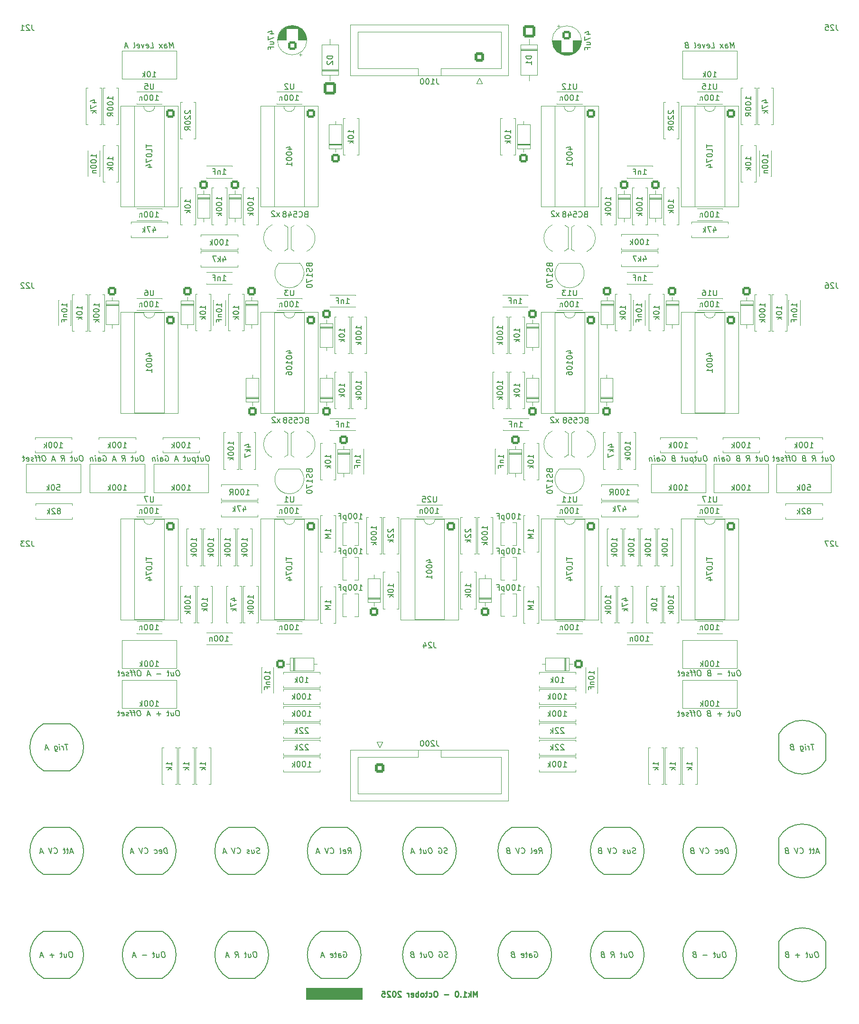
<source format=gbo>
%TF.GenerationSoftware,KiCad,Pcbnew,9.0.4*%
%TF.CreationDate,2025-10-03T19:29:25+02:00*%
%TF.ProjectId,DMH_VCEG_PCB_1,444d485f-5643-4454-975f-5043425f312e,1*%
%TF.SameCoordinates,Original*%
%TF.FileFunction,Legend,Bot*%
%TF.FilePolarity,Positive*%
%FSLAX46Y46*%
G04 Gerber Fmt 4.6, Leading zero omitted, Abs format (unit mm)*
G04 Created by KiCad (PCBNEW 9.0.4) date 2025-10-03 19:29:25*
%MOMM*%
%LPD*%
G01*
G04 APERTURE LIST*
G04 Aperture macros list*
%AMRoundRect*
0 Rectangle with rounded corners*
0 $1 Rounding radius*
0 $2 $3 $4 $5 $6 $7 $8 $9 X,Y pos of 4 corners*
0 Add a 4 corners polygon primitive as box body*
4,1,4,$2,$3,$4,$5,$6,$7,$8,$9,$2,$3,0*
0 Add four circle primitives for the rounded corners*
1,1,$1+$1,$2,$3*
1,1,$1+$1,$4,$5*
1,1,$1+$1,$6,$7*
1,1,$1+$1,$8,$9*
0 Add four rect primitives between the rounded corners*
20,1,$1+$1,$2,$3,$4,$5,0*
20,1,$1+$1,$4,$5,$6,$7,0*
20,1,$1+$1,$6,$7,$8,$9,0*
20,1,$1+$1,$8,$9,$2,$3,0*%
%AMHorizOval*
0 Thick line with rounded ends*
0 $1 width*
0 $2 $3 position (X,Y) of the first rounded end (center of the circle)*
0 $4 $5 position (X,Y) of the second rounded end (center of the circle)*
0 Add line between two ends*
20,1,$1,$2,$3,$4,$5,0*
0 Add two circle primitives to create the rounded ends*
1,1,$1,$2,$3*
1,1,$1,$4,$5*%
G04 Aperture macros list end*
%ADD10C,0.100000*%
%ADD11C,0.150000*%
%ADD12C,0.250000*%
%ADD13C,0.120000*%
%ADD14HorizOval,1.712000X-0.533159X-0.533159X0.533159X0.533159X0*%
%ADD15O,1.712000X3.220000*%
%ADD16O,3.220000X1.712000*%
%ADD17R,1.700000X1.700000*%
%ADD18C,1.700000*%
%ADD19HorizOval,1.712000X-0.533159X0.533159X0.533159X-0.533159X0*%
%ADD20C,1.600000*%
%ADD21C,1.440000*%
%ADD22RoundRect,0.250000X0.550000X0.550000X-0.550000X0.550000X-0.550000X-0.550000X0.550000X-0.550000X0*%
%ADD23R,1.050000X1.500000*%
%ADD24O,1.050000X1.500000*%
%ADD25RoundRect,0.250000X0.550000X-0.550000X0.550000X0.550000X-0.550000X0.550000X-0.550000X-0.550000X0*%
%ADD26RoundRect,0.250000X-0.550000X0.550000X-0.550000X-0.550000X0.550000X-0.550000X0.550000X0.550000X0*%
%ADD27RoundRect,0.249999X-0.850001X0.850001X-0.850001X-0.850001X0.850001X-0.850001X0.850001X0.850001X0*%
%ADD28C,2.200000*%
%ADD29R,1.500000X1.500000*%
%ADD30C,1.500000*%
%ADD31RoundRect,0.250000X-0.600000X0.600000X-0.600000X-0.600000X0.600000X-0.600000X0.600000X0.600000X0*%
%ADD32RoundRect,0.250000X0.600000X-0.600000X0.600000X0.600000X-0.600000X0.600000X-0.600000X-0.600000X0*%
%ADD33RoundRect,0.249999X0.850001X-0.850001X0.850001X0.850001X-0.850001X0.850001X-0.850001X-0.850001X0*%
%ADD34RoundRect,0.250000X-0.550000X-0.550000X0.550000X-0.550000X0.550000X0.550000X-0.550000X0.550000X0*%
G04 APERTURE END LIST*
D10*
X78000000Y-214700000D02*
X88000000Y-214700000D01*
X88000000Y-216700000D01*
X78000000Y-216700000D01*
X78000000Y-214700000D01*
G36*
X78000000Y-214700000D02*
G01*
X88000000Y-214700000D01*
X88000000Y-216700000D01*
X78000000Y-216700000D01*
X78000000Y-214700000D01*
G37*
D11*
X73358458Y-113869819D02*
X72834649Y-113203152D01*
X73358458Y-113203152D02*
X72834649Y-113869819D01*
X72501315Y-112965057D02*
X72453696Y-112917438D01*
X72453696Y-112917438D02*
X72358458Y-112869819D01*
X72358458Y-112869819D02*
X72120363Y-112869819D01*
X72120363Y-112869819D02*
X72025125Y-112917438D01*
X72025125Y-112917438D02*
X71977506Y-112965057D01*
X71977506Y-112965057D02*
X71929887Y-113060295D01*
X71929887Y-113060295D02*
X71929887Y-113155533D01*
X71929887Y-113155533D02*
X71977506Y-113298390D01*
X71977506Y-113298390D02*
X72548934Y-113869819D01*
X72548934Y-113869819D02*
X71929887Y-113869819D01*
X123158458Y-77169819D02*
X122634649Y-76503152D01*
X123158458Y-76503152D02*
X122634649Y-77169819D01*
X122301315Y-76265057D02*
X122253696Y-76217438D01*
X122253696Y-76217438D02*
X122158458Y-76169819D01*
X122158458Y-76169819D02*
X121920363Y-76169819D01*
X121920363Y-76169819D02*
X121825125Y-76217438D01*
X121825125Y-76217438D02*
X121777506Y-76265057D01*
X121777506Y-76265057D02*
X121729887Y-76360295D01*
X121729887Y-76360295D02*
X121729887Y-76455533D01*
X121729887Y-76455533D02*
X121777506Y-76598390D01*
X121777506Y-76598390D02*
X122348934Y-77169819D01*
X122348934Y-77169819D02*
X121729887Y-77169819D01*
D12*
X108476190Y-216249619D02*
X108476190Y-215249619D01*
X108476190Y-215249619D02*
X108142857Y-215963904D01*
X108142857Y-215963904D02*
X107809524Y-215249619D01*
X107809524Y-215249619D02*
X107809524Y-216249619D01*
X107333333Y-216249619D02*
X107333333Y-215249619D01*
X107238095Y-215868666D02*
X106952381Y-216249619D01*
X106952381Y-215582952D02*
X107333333Y-215963904D01*
X106000000Y-216249619D02*
X106571428Y-216249619D01*
X106285714Y-216249619D02*
X106285714Y-215249619D01*
X106285714Y-215249619D02*
X106380952Y-215392476D01*
X106380952Y-215392476D02*
X106476190Y-215487714D01*
X106476190Y-215487714D02*
X106571428Y-215535333D01*
X105571428Y-216154380D02*
X105523809Y-216202000D01*
X105523809Y-216202000D02*
X105571428Y-216249619D01*
X105571428Y-216249619D02*
X105619047Y-216202000D01*
X105619047Y-216202000D02*
X105571428Y-216154380D01*
X105571428Y-216154380D02*
X105571428Y-216249619D01*
X104904762Y-215249619D02*
X104809524Y-215249619D01*
X104809524Y-215249619D02*
X104714286Y-215297238D01*
X104714286Y-215297238D02*
X104666667Y-215344857D01*
X104666667Y-215344857D02*
X104619048Y-215440095D01*
X104619048Y-215440095D02*
X104571429Y-215630571D01*
X104571429Y-215630571D02*
X104571429Y-215868666D01*
X104571429Y-215868666D02*
X104619048Y-216059142D01*
X104619048Y-216059142D02*
X104666667Y-216154380D01*
X104666667Y-216154380D02*
X104714286Y-216202000D01*
X104714286Y-216202000D02*
X104809524Y-216249619D01*
X104809524Y-216249619D02*
X104904762Y-216249619D01*
X104904762Y-216249619D02*
X105000000Y-216202000D01*
X105000000Y-216202000D02*
X105047619Y-216154380D01*
X105047619Y-216154380D02*
X105095238Y-216059142D01*
X105095238Y-216059142D02*
X105142857Y-215868666D01*
X105142857Y-215868666D02*
X105142857Y-215630571D01*
X105142857Y-215630571D02*
X105095238Y-215440095D01*
X105095238Y-215440095D02*
X105047619Y-215344857D01*
X105047619Y-215344857D02*
X105000000Y-215297238D01*
X105000000Y-215297238D02*
X104904762Y-215249619D01*
X103380952Y-215868666D02*
X102619048Y-215868666D01*
X101190476Y-215249619D02*
X101000000Y-215249619D01*
X101000000Y-215249619D02*
X100904762Y-215297238D01*
X100904762Y-215297238D02*
X100809524Y-215392476D01*
X100809524Y-215392476D02*
X100761905Y-215582952D01*
X100761905Y-215582952D02*
X100761905Y-215916285D01*
X100761905Y-215916285D02*
X100809524Y-216106761D01*
X100809524Y-216106761D02*
X100904762Y-216202000D01*
X100904762Y-216202000D02*
X101000000Y-216249619D01*
X101000000Y-216249619D02*
X101190476Y-216249619D01*
X101190476Y-216249619D02*
X101285714Y-216202000D01*
X101285714Y-216202000D02*
X101380952Y-216106761D01*
X101380952Y-216106761D02*
X101428571Y-215916285D01*
X101428571Y-215916285D02*
X101428571Y-215582952D01*
X101428571Y-215582952D02*
X101380952Y-215392476D01*
X101380952Y-215392476D02*
X101285714Y-215297238D01*
X101285714Y-215297238D02*
X101190476Y-215249619D01*
X99904762Y-216202000D02*
X100000000Y-216249619D01*
X100000000Y-216249619D02*
X100190476Y-216249619D01*
X100190476Y-216249619D02*
X100285714Y-216202000D01*
X100285714Y-216202000D02*
X100333333Y-216154380D01*
X100333333Y-216154380D02*
X100380952Y-216059142D01*
X100380952Y-216059142D02*
X100380952Y-215773428D01*
X100380952Y-215773428D02*
X100333333Y-215678190D01*
X100333333Y-215678190D02*
X100285714Y-215630571D01*
X100285714Y-215630571D02*
X100190476Y-215582952D01*
X100190476Y-215582952D02*
X100000000Y-215582952D01*
X100000000Y-215582952D02*
X99904762Y-215630571D01*
X99619047Y-215582952D02*
X99238095Y-215582952D01*
X99476190Y-215249619D02*
X99476190Y-216106761D01*
X99476190Y-216106761D02*
X99428571Y-216202000D01*
X99428571Y-216202000D02*
X99333333Y-216249619D01*
X99333333Y-216249619D02*
X99238095Y-216249619D01*
X98761904Y-216249619D02*
X98857142Y-216202000D01*
X98857142Y-216202000D02*
X98904761Y-216154380D01*
X98904761Y-216154380D02*
X98952380Y-216059142D01*
X98952380Y-216059142D02*
X98952380Y-215773428D01*
X98952380Y-215773428D02*
X98904761Y-215678190D01*
X98904761Y-215678190D02*
X98857142Y-215630571D01*
X98857142Y-215630571D02*
X98761904Y-215582952D01*
X98761904Y-215582952D02*
X98619047Y-215582952D01*
X98619047Y-215582952D02*
X98523809Y-215630571D01*
X98523809Y-215630571D02*
X98476190Y-215678190D01*
X98476190Y-215678190D02*
X98428571Y-215773428D01*
X98428571Y-215773428D02*
X98428571Y-216059142D01*
X98428571Y-216059142D02*
X98476190Y-216154380D01*
X98476190Y-216154380D02*
X98523809Y-216202000D01*
X98523809Y-216202000D02*
X98619047Y-216249619D01*
X98619047Y-216249619D02*
X98761904Y-216249619D01*
X97999999Y-216249619D02*
X97999999Y-215249619D01*
X97999999Y-215630571D02*
X97904761Y-215582952D01*
X97904761Y-215582952D02*
X97714285Y-215582952D01*
X97714285Y-215582952D02*
X97619047Y-215630571D01*
X97619047Y-215630571D02*
X97571428Y-215678190D01*
X97571428Y-215678190D02*
X97523809Y-215773428D01*
X97523809Y-215773428D02*
X97523809Y-216059142D01*
X97523809Y-216059142D02*
X97571428Y-216154380D01*
X97571428Y-216154380D02*
X97619047Y-216202000D01*
X97619047Y-216202000D02*
X97714285Y-216249619D01*
X97714285Y-216249619D02*
X97904761Y-216249619D01*
X97904761Y-216249619D02*
X97999999Y-216202000D01*
X96714285Y-216202000D02*
X96809523Y-216249619D01*
X96809523Y-216249619D02*
X96999999Y-216249619D01*
X96999999Y-216249619D02*
X97095237Y-216202000D01*
X97095237Y-216202000D02*
X97142856Y-216106761D01*
X97142856Y-216106761D02*
X97142856Y-215725809D01*
X97142856Y-215725809D02*
X97095237Y-215630571D01*
X97095237Y-215630571D02*
X96999999Y-215582952D01*
X96999999Y-215582952D02*
X96809523Y-215582952D01*
X96809523Y-215582952D02*
X96714285Y-215630571D01*
X96714285Y-215630571D02*
X96666666Y-215725809D01*
X96666666Y-215725809D02*
X96666666Y-215821047D01*
X96666666Y-215821047D02*
X97142856Y-215916285D01*
X96238094Y-216249619D02*
X96238094Y-215582952D01*
X96238094Y-215773428D02*
X96190475Y-215678190D01*
X96190475Y-215678190D02*
X96142856Y-215630571D01*
X96142856Y-215630571D02*
X96047618Y-215582952D01*
X96047618Y-215582952D02*
X95952380Y-215582952D01*
X94904760Y-215344857D02*
X94857141Y-215297238D01*
X94857141Y-215297238D02*
X94761903Y-215249619D01*
X94761903Y-215249619D02*
X94523808Y-215249619D01*
X94523808Y-215249619D02*
X94428570Y-215297238D01*
X94428570Y-215297238D02*
X94380951Y-215344857D01*
X94380951Y-215344857D02*
X94333332Y-215440095D01*
X94333332Y-215440095D02*
X94333332Y-215535333D01*
X94333332Y-215535333D02*
X94380951Y-215678190D01*
X94380951Y-215678190D02*
X94952379Y-216249619D01*
X94952379Y-216249619D02*
X94333332Y-216249619D01*
X93714284Y-215249619D02*
X93619046Y-215249619D01*
X93619046Y-215249619D02*
X93523808Y-215297238D01*
X93523808Y-215297238D02*
X93476189Y-215344857D01*
X93476189Y-215344857D02*
X93428570Y-215440095D01*
X93428570Y-215440095D02*
X93380951Y-215630571D01*
X93380951Y-215630571D02*
X93380951Y-215868666D01*
X93380951Y-215868666D02*
X93428570Y-216059142D01*
X93428570Y-216059142D02*
X93476189Y-216154380D01*
X93476189Y-216154380D02*
X93523808Y-216202000D01*
X93523808Y-216202000D02*
X93619046Y-216249619D01*
X93619046Y-216249619D02*
X93714284Y-216249619D01*
X93714284Y-216249619D02*
X93809522Y-216202000D01*
X93809522Y-216202000D02*
X93857141Y-216154380D01*
X93857141Y-216154380D02*
X93904760Y-216059142D01*
X93904760Y-216059142D02*
X93952379Y-215868666D01*
X93952379Y-215868666D02*
X93952379Y-215630571D01*
X93952379Y-215630571D02*
X93904760Y-215440095D01*
X93904760Y-215440095D02*
X93857141Y-215344857D01*
X93857141Y-215344857D02*
X93809522Y-215297238D01*
X93809522Y-215297238D02*
X93714284Y-215249619D01*
X92999998Y-215344857D02*
X92952379Y-215297238D01*
X92952379Y-215297238D02*
X92857141Y-215249619D01*
X92857141Y-215249619D02*
X92619046Y-215249619D01*
X92619046Y-215249619D02*
X92523808Y-215297238D01*
X92523808Y-215297238D02*
X92476189Y-215344857D01*
X92476189Y-215344857D02*
X92428570Y-215440095D01*
X92428570Y-215440095D02*
X92428570Y-215535333D01*
X92428570Y-215535333D02*
X92476189Y-215678190D01*
X92476189Y-215678190D02*
X93047617Y-216249619D01*
X93047617Y-216249619D02*
X92428570Y-216249619D01*
X91523808Y-215249619D02*
X91999998Y-215249619D01*
X91999998Y-215249619D02*
X92047617Y-215725809D01*
X92047617Y-215725809D02*
X91999998Y-215678190D01*
X91999998Y-215678190D02*
X91904760Y-215630571D01*
X91904760Y-215630571D02*
X91666665Y-215630571D01*
X91666665Y-215630571D02*
X91571427Y-215678190D01*
X91571427Y-215678190D02*
X91523808Y-215725809D01*
X91523808Y-215725809D02*
X91476189Y-215821047D01*
X91476189Y-215821047D02*
X91476189Y-216059142D01*
X91476189Y-216059142D02*
X91523808Y-216154380D01*
X91523808Y-216154380D02*
X91571427Y-216202000D01*
X91571427Y-216202000D02*
X91666665Y-216249619D01*
X91666665Y-216249619D02*
X91904760Y-216249619D01*
X91904760Y-216249619D02*
X91999998Y-216202000D01*
X91999998Y-216202000D02*
X92047617Y-216154380D01*
D11*
X73258458Y-77169819D02*
X72734649Y-76503152D01*
X73258458Y-76503152D02*
X72734649Y-77169819D01*
X72401315Y-76265057D02*
X72353696Y-76217438D01*
X72353696Y-76217438D02*
X72258458Y-76169819D01*
X72258458Y-76169819D02*
X72020363Y-76169819D01*
X72020363Y-76169819D02*
X71925125Y-76217438D01*
X71925125Y-76217438D02*
X71877506Y-76265057D01*
X71877506Y-76265057D02*
X71829887Y-76360295D01*
X71829887Y-76360295D02*
X71829887Y-76455533D01*
X71829887Y-76455533D02*
X71877506Y-76598390D01*
X71877506Y-76598390D02*
X72448934Y-77169819D01*
X72448934Y-77169819D02*
X71829887Y-77169819D01*
X123058458Y-113869819D02*
X122534649Y-113203152D01*
X123058458Y-113203152D02*
X122534649Y-113869819D01*
X122201315Y-112965057D02*
X122153696Y-112917438D01*
X122153696Y-112917438D02*
X122058458Y-112869819D01*
X122058458Y-112869819D02*
X121820363Y-112869819D01*
X121820363Y-112869819D02*
X121725125Y-112917438D01*
X121725125Y-112917438D02*
X121677506Y-112965057D01*
X121677506Y-112965057D02*
X121629887Y-113060295D01*
X121629887Y-113060295D02*
X121629887Y-113155533D01*
X121629887Y-113155533D02*
X121677506Y-113298390D01*
X121677506Y-113298390D02*
X122248934Y-113869819D01*
X122248934Y-113869819D02*
X121629887Y-113869819D01*
X152595237Y-208204819D02*
X152404761Y-208204819D01*
X152404761Y-208204819D02*
X152315476Y-208252438D01*
X152315476Y-208252438D02*
X152232142Y-208347676D01*
X152232142Y-208347676D02*
X152208333Y-208538152D01*
X152208333Y-208538152D02*
X152249999Y-208871485D01*
X152249999Y-208871485D02*
X152321428Y-209061961D01*
X152321428Y-209061961D02*
X152428571Y-209157200D01*
X152428571Y-209157200D02*
X152529761Y-209204819D01*
X152529761Y-209204819D02*
X152720237Y-209204819D01*
X152720237Y-209204819D02*
X152809523Y-209157200D01*
X152809523Y-209157200D02*
X152892857Y-209061961D01*
X152892857Y-209061961D02*
X152916666Y-208871485D01*
X152916666Y-208871485D02*
X152874999Y-208538152D01*
X152874999Y-208538152D02*
X152803571Y-208347676D01*
X152803571Y-208347676D02*
X152696428Y-208252438D01*
X152696428Y-208252438D02*
X152595237Y-208204819D01*
X151351190Y-208538152D02*
X151434523Y-209204819D01*
X151779761Y-208538152D02*
X151845238Y-209061961D01*
X151845238Y-209061961D02*
X151809523Y-209157200D01*
X151809523Y-209157200D02*
X151720238Y-209204819D01*
X151720238Y-209204819D02*
X151577380Y-209204819D01*
X151577380Y-209204819D02*
X151476190Y-209157200D01*
X151476190Y-209157200D02*
X151422618Y-209109580D01*
X151017856Y-208538152D02*
X150636904Y-208538152D01*
X150833333Y-208204819D02*
X150940476Y-209061961D01*
X150940476Y-209061961D02*
X150904761Y-209157200D01*
X150904761Y-209157200D02*
X150815476Y-209204819D01*
X150815476Y-209204819D02*
X150720237Y-209204819D01*
X149577380Y-208823866D02*
X148815475Y-208823866D01*
X147226189Y-208681009D02*
X147089284Y-208728628D01*
X147089284Y-208728628D02*
X147047618Y-208776247D01*
X147047618Y-208776247D02*
X147011903Y-208871485D01*
X147011903Y-208871485D02*
X147029761Y-209014342D01*
X147029761Y-209014342D02*
X147089284Y-209109580D01*
X147089284Y-209109580D02*
X147142856Y-209157200D01*
X147142856Y-209157200D02*
X147244046Y-209204819D01*
X147244046Y-209204819D02*
X147624999Y-209204819D01*
X147624999Y-209204819D02*
X147499999Y-208204819D01*
X147499999Y-208204819D02*
X147166665Y-208204819D01*
X147166665Y-208204819D02*
X147077380Y-208252438D01*
X147077380Y-208252438D02*
X147035713Y-208300057D01*
X147035713Y-208300057D02*
X146999999Y-208395295D01*
X146999999Y-208395295D02*
X147011903Y-208490533D01*
X147011903Y-208490533D02*
X147071427Y-208585771D01*
X147071427Y-208585771D02*
X147124999Y-208633390D01*
X147124999Y-208633390D02*
X147226189Y-208681009D01*
X147226189Y-208681009D02*
X147559522Y-208681009D01*
X119577381Y-190704819D02*
X119851191Y-190228628D01*
X120148810Y-190704819D02*
X120023810Y-189704819D01*
X120023810Y-189704819D02*
X119642857Y-189704819D01*
X119642857Y-189704819D02*
X119553572Y-189752438D01*
X119553572Y-189752438D02*
X119511905Y-189800057D01*
X119511905Y-189800057D02*
X119476191Y-189895295D01*
X119476191Y-189895295D02*
X119494048Y-190038152D01*
X119494048Y-190038152D02*
X119553572Y-190133390D01*
X119553572Y-190133390D02*
X119607143Y-190181009D01*
X119607143Y-190181009D02*
X119708333Y-190228628D01*
X119708333Y-190228628D02*
X120089286Y-190228628D01*
X118761905Y-190657200D02*
X118863095Y-190704819D01*
X118863095Y-190704819D02*
X119053572Y-190704819D01*
X119053572Y-190704819D02*
X119142857Y-190657200D01*
X119142857Y-190657200D02*
X119178572Y-190561961D01*
X119178572Y-190561961D02*
X119130953Y-190181009D01*
X119130953Y-190181009D02*
X119071429Y-190085771D01*
X119071429Y-190085771D02*
X118970238Y-190038152D01*
X118970238Y-190038152D02*
X118779762Y-190038152D01*
X118779762Y-190038152D02*
X118690476Y-190085771D01*
X118690476Y-190085771D02*
X118654762Y-190181009D01*
X118654762Y-190181009D02*
X118666667Y-190276247D01*
X118666667Y-190276247D02*
X119154762Y-190371485D01*
X118148810Y-190704819D02*
X118238095Y-190657200D01*
X118238095Y-190657200D02*
X118273810Y-190561961D01*
X118273810Y-190561961D02*
X118166667Y-189704819D01*
X116422618Y-190609580D02*
X116476190Y-190657200D01*
X116476190Y-190657200D02*
X116624999Y-190704819D01*
X116624999Y-190704819D02*
X116720237Y-190704819D01*
X116720237Y-190704819D02*
X116857142Y-190657200D01*
X116857142Y-190657200D02*
X116940475Y-190561961D01*
X116940475Y-190561961D02*
X116976190Y-190466723D01*
X116976190Y-190466723D02*
X116999999Y-190276247D01*
X116999999Y-190276247D02*
X116982142Y-190133390D01*
X116982142Y-190133390D02*
X116910714Y-189942914D01*
X116910714Y-189942914D02*
X116851190Y-189847676D01*
X116851190Y-189847676D02*
X116744047Y-189752438D01*
X116744047Y-189752438D02*
X116595237Y-189704819D01*
X116595237Y-189704819D02*
X116499999Y-189704819D01*
X116499999Y-189704819D02*
X116363095Y-189752438D01*
X116363095Y-189752438D02*
X116321428Y-189800057D01*
X116023809Y-189704819D02*
X115815475Y-190704819D01*
X115815475Y-190704819D02*
X115357142Y-189704819D01*
X113988094Y-190181009D02*
X113851189Y-190228628D01*
X113851189Y-190228628D02*
X113809523Y-190276247D01*
X113809523Y-190276247D02*
X113773808Y-190371485D01*
X113773808Y-190371485D02*
X113791666Y-190514342D01*
X113791666Y-190514342D02*
X113851189Y-190609580D01*
X113851189Y-190609580D02*
X113904761Y-190657200D01*
X113904761Y-190657200D02*
X114005951Y-190704819D01*
X114005951Y-190704819D02*
X114386904Y-190704819D01*
X114386904Y-190704819D02*
X114261904Y-189704819D01*
X114261904Y-189704819D02*
X113928570Y-189704819D01*
X113928570Y-189704819D02*
X113839285Y-189752438D01*
X113839285Y-189752438D02*
X113797618Y-189800057D01*
X113797618Y-189800057D02*
X113761904Y-189895295D01*
X113761904Y-189895295D02*
X113773808Y-189990533D01*
X113773808Y-189990533D02*
X113833332Y-190085771D01*
X113833332Y-190085771D02*
X113886904Y-190133390D01*
X113886904Y-190133390D02*
X113988094Y-190181009D01*
X113988094Y-190181009D02*
X114321427Y-190181009D01*
X100809523Y-153054819D02*
X100809523Y-153769104D01*
X100809523Y-153769104D02*
X100857142Y-153911961D01*
X100857142Y-153911961D02*
X100952380Y-154007200D01*
X100952380Y-154007200D02*
X101095237Y-154054819D01*
X101095237Y-154054819D02*
X101190475Y-154054819D01*
X100380951Y-153150057D02*
X100333332Y-153102438D01*
X100333332Y-153102438D02*
X100238094Y-153054819D01*
X100238094Y-153054819D02*
X99999999Y-153054819D01*
X99999999Y-153054819D02*
X99904761Y-153102438D01*
X99904761Y-153102438D02*
X99857142Y-153150057D01*
X99857142Y-153150057D02*
X99809523Y-153245295D01*
X99809523Y-153245295D02*
X99809523Y-153340533D01*
X99809523Y-153340533D02*
X99857142Y-153483390D01*
X99857142Y-153483390D02*
X100428570Y-154054819D01*
X100428570Y-154054819D02*
X99809523Y-154054819D01*
X98952380Y-153388152D02*
X98952380Y-154054819D01*
X99190475Y-153007200D02*
X99428570Y-153721485D01*
X99428570Y-153721485D02*
X98809523Y-153721485D01*
X69761904Y-190657200D02*
X69625000Y-190704819D01*
X69625000Y-190704819D02*
X69386904Y-190704819D01*
X69386904Y-190704819D02*
X69285714Y-190657200D01*
X69285714Y-190657200D02*
X69232142Y-190609580D01*
X69232142Y-190609580D02*
X69172619Y-190514342D01*
X69172619Y-190514342D02*
X69160714Y-190419104D01*
X69160714Y-190419104D02*
X69196428Y-190323866D01*
X69196428Y-190323866D02*
X69238095Y-190276247D01*
X69238095Y-190276247D02*
X69327381Y-190228628D01*
X69327381Y-190228628D02*
X69511904Y-190181009D01*
X69511904Y-190181009D02*
X69601190Y-190133390D01*
X69601190Y-190133390D02*
X69642857Y-190085771D01*
X69642857Y-190085771D02*
X69678571Y-189990533D01*
X69678571Y-189990533D02*
X69666666Y-189895295D01*
X69666666Y-189895295D02*
X69607142Y-189800057D01*
X69607142Y-189800057D02*
X69553571Y-189752438D01*
X69553571Y-189752438D02*
X69452381Y-189704819D01*
X69452381Y-189704819D02*
X69214285Y-189704819D01*
X69214285Y-189704819D02*
X69077381Y-189752438D01*
X68255952Y-190038152D02*
X68339285Y-190704819D01*
X68684523Y-190038152D02*
X68750000Y-190561961D01*
X68750000Y-190561961D02*
X68714285Y-190657200D01*
X68714285Y-190657200D02*
X68625000Y-190704819D01*
X68625000Y-190704819D02*
X68482142Y-190704819D01*
X68482142Y-190704819D02*
X68380952Y-190657200D01*
X68380952Y-190657200D02*
X68327380Y-190609580D01*
X67904761Y-190657200D02*
X67815476Y-190704819D01*
X67815476Y-190704819D02*
X67624999Y-190704819D01*
X67624999Y-190704819D02*
X67523809Y-190657200D01*
X67523809Y-190657200D02*
X67464285Y-190561961D01*
X67464285Y-190561961D02*
X67458333Y-190514342D01*
X67458333Y-190514342D02*
X67494047Y-190419104D01*
X67494047Y-190419104D02*
X67583333Y-190371485D01*
X67583333Y-190371485D02*
X67726190Y-190371485D01*
X67726190Y-190371485D02*
X67815476Y-190323866D01*
X67815476Y-190323866D02*
X67851190Y-190228628D01*
X67851190Y-190228628D02*
X67845238Y-190181009D01*
X67845238Y-190181009D02*
X67785714Y-190085771D01*
X67785714Y-190085771D02*
X67684523Y-190038152D01*
X67684523Y-190038152D02*
X67541666Y-190038152D01*
X67541666Y-190038152D02*
X67452380Y-190085771D01*
X65708332Y-190609580D02*
X65761904Y-190657200D01*
X65761904Y-190657200D02*
X65910713Y-190704819D01*
X65910713Y-190704819D02*
X66005951Y-190704819D01*
X66005951Y-190704819D02*
X66142856Y-190657200D01*
X66142856Y-190657200D02*
X66226189Y-190561961D01*
X66226189Y-190561961D02*
X66261904Y-190466723D01*
X66261904Y-190466723D02*
X66285713Y-190276247D01*
X66285713Y-190276247D02*
X66267856Y-190133390D01*
X66267856Y-190133390D02*
X66196428Y-189942914D01*
X66196428Y-189942914D02*
X66136904Y-189847676D01*
X66136904Y-189847676D02*
X66029761Y-189752438D01*
X66029761Y-189752438D02*
X65880951Y-189704819D01*
X65880951Y-189704819D02*
X65785713Y-189704819D01*
X65785713Y-189704819D02*
X65648809Y-189752438D01*
X65648809Y-189752438D02*
X65607142Y-189800057D01*
X65309523Y-189704819D02*
X65101189Y-190704819D01*
X65101189Y-190704819D02*
X64642856Y-189704819D01*
X63684522Y-190419104D02*
X63208332Y-190419104D01*
X63815475Y-190704819D02*
X63357141Y-189704819D01*
X63357141Y-189704819D02*
X63148808Y-190704819D01*
X36398809Y-190419104D02*
X35922619Y-190419104D01*
X36529762Y-190704819D02*
X36071428Y-189704819D01*
X36071428Y-189704819D02*
X35863095Y-190704819D01*
X35589285Y-190038152D02*
X35208333Y-190038152D01*
X35404762Y-189704819D02*
X35511905Y-190561961D01*
X35511905Y-190561961D02*
X35476190Y-190657200D01*
X35476190Y-190657200D02*
X35386905Y-190704819D01*
X35386905Y-190704819D02*
X35291666Y-190704819D01*
X35017856Y-190038152D02*
X34636904Y-190038152D01*
X34833333Y-189704819D02*
X34940476Y-190561961D01*
X34940476Y-190561961D02*
X34904761Y-190657200D01*
X34904761Y-190657200D02*
X34815476Y-190704819D01*
X34815476Y-190704819D02*
X34720237Y-190704819D01*
X33041665Y-190609580D02*
X33095237Y-190657200D01*
X33095237Y-190657200D02*
X33244046Y-190704819D01*
X33244046Y-190704819D02*
X33339284Y-190704819D01*
X33339284Y-190704819D02*
X33476189Y-190657200D01*
X33476189Y-190657200D02*
X33559522Y-190561961D01*
X33559522Y-190561961D02*
X33595237Y-190466723D01*
X33595237Y-190466723D02*
X33619046Y-190276247D01*
X33619046Y-190276247D02*
X33601189Y-190133390D01*
X33601189Y-190133390D02*
X33529761Y-189942914D01*
X33529761Y-189942914D02*
X33470237Y-189847676D01*
X33470237Y-189847676D02*
X33363094Y-189752438D01*
X33363094Y-189752438D02*
X33214284Y-189704819D01*
X33214284Y-189704819D02*
X33119046Y-189704819D01*
X33119046Y-189704819D02*
X32982142Y-189752438D01*
X32982142Y-189752438D02*
X32940475Y-189800057D01*
X32642856Y-189704819D02*
X32434522Y-190704819D01*
X32434522Y-190704819D02*
X31976189Y-189704819D01*
X31017855Y-190419104D02*
X30541665Y-190419104D01*
X31148808Y-190704819D02*
X30690474Y-189704819D01*
X30690474Y-189704819D02*
X30482141Y-190704819D01*
X84601191Y-208252438D02*
X84690476Y-208204819D01*
X84690476Y-208204819D02*
X84833333Y-208204819D01*
X84833333Y-208204819D02*
X84982143Y-208252438D01*
X84982143Y-208252438D02*
X85089286Y-208347676D01*
X85089286Y-208347676D02*
X85148810Y-208442914D01*
X85148810Y-208442914D02*
X85220238Y-208633390D01*
X85220238Y-208633390D02*
X85238095Y-208776247D01*
X85238095Y-208776247D02*
X85214286Y-208966723D01*
X85214286Y-208966723D02*
X85178571Y-209061961D01*
X85178571Y-209061961D02*
X85095238Y-209157200D01*
X85095238Y-209157200D02*
X84958333Y-209204819D01*
X84958333Y-209204819D02*
X84863095Y-209204819D01*
X84863095Y-209204819D02*
X84714286Y-209157200D01*
X84714286Y-209157200D02*
X84660714Y-209109580D01*
X84660714Y-209109580D02*
X84619048Y-208776247D01*
X84619048Y-208776247D02*
X84809524Y-208776247D01*
X83815476Y-209204819D02*
X83750000Y-208681009D01*
X83750000Y-208681009D02*
X83785714Y-208585771D01*
X83785714Y-208585771D02*
X83875000Y-208538152D01*
X83875000Y-208538152D02*
X84065476Y-208538152D01*
X84065476Y-208538152D02*
X84166667Y-208585771D01*
X83809524Y-209157200D02*
X83910714Y-209204819D01*
X83910714Y-209204819D02*
X84148810Y-209204819D01*
X84148810Y-209204819D02*
X84238095Y-209157200D01*
X84238095Y-209157200D02*
X84273810Y-209061961D01*
X84273810Y-209061961D02*
X84261905Y-208966723D01*
X84261905Y-208966723D02*
X84202381Y-208871485D01*
X84202381Y-208871485D02*
X84101191Y-208823866D01*
X84101191Y-208823866D02*
X83863095Y-208823866D01*
X83863095Y-208823866D02*
X83761905Y-208776247D01*
X83398809Y-208538152D02*
X83017857Y-208538152D01*
X83214286Y-208204819D02*
X83321429Y-209061961D01*
X83321429Y-209061961D02*
X83285714Y-209157200D01*
X83285714Y-209157200D02*
X83196429Y-209204819D01*
X83196429Y-209204819D02*
X83101190Y-209204819D01*
X82380952Y-209157200D02*
X82482142Y-209204819D01*
X82482142Y-209204819D02*
X82672619Y-209204819D01*
X82672619Y-209204819D02*
X82761904Y-209157200D01*
X82761904Y-209157200D02*
X82797619Y-209061961D01*
X82797619Y-209061961D02*
X82750000Y-208681009D01*
X82750000Y-208681009D02*
X82690476Y-208585771D01*
X82690476Y-208585771D02*
X82589285Y-208538152D01*
X82589285Y-208538152D02*
X82398809Y-208538152D01*
X82398809Y-208538152D02*
X82309523Y-208585771D01*
X82309523Y-208585771D02*
X82273809Y-208681009D01*
X82273809Y-208681009D02*
X82285714Y-208776247D01*
X82285714Y-208776247D02*
X82773809Y-208871485D01*
X81160713Y-208919104D02*
X80684523Y-208919104D01*
X81291666Y-209204819D02*
X80833332Y-208204819D01*
X80833332Y-208204819D02*
X80624999Y-209204819D01*
X169095237Y-208204819D02*
X168904761Y-208204819D01*
X168904761Y-208204819D02*
X168815476Y-208252438D01*
X168815476Y-208252438D02*
X168732142Y-208347676D01*
X168732142Y-208347676D02*
X168708333Y-208538152D01*
X168708333Y-208538152D02*
X168749999Y-208871485D01*
X168749999Y-208871485D02*
X168821428Y-209061961D01*
X168821428Y-209061961D02*
X168928571Y-209157200D01*
X168928571Y-209157200D02*
X169029761Y-209204819D01*
X169029761Y-209204819D02*
X169220237Y-209204819D01*
X169220237Y-209204819D02*
X169309523Y-209157200D01*
X169309523Y-209157200D02*
X169392857Y-209061961D01*
X169392857Y-209061961D02*
X169416666Y-208871485D01*
X169416666Y-208871485D02*
X169374999Y-208538152D01*
X169374999Y-208538152D02*
X169303571Y-208347676D01*
X169303571Y-208347676D02*
X169196428Y-208252438D01*
X169196428Y-208252438D02*
X169095237Y-208204819D01*
X167851190Y-208538152D02*
X167934523Y-209204819D01*
X168279761Y-208538152D02*
X168345238Y-209061961D01*
X168345238Y-209061961D02*
X168309523Y-209157200D01*
X168309523Y-209157200D02*
X168220238Y-209204819D01*
X168220238Y-209204819D02*
X168077380Y-209204819D01*
X168077380Y-209204819D02*
X167976190Y-209157200D01*
X167976190Y-209157200D02*
X167922618Y-209109580D01*
X167517856Y-208538152D02*
X167136904Y-208538152D01*
X167333333Y-208204819D02*
X167440476Y-209061961D01*
X167440476Y-209061961D02*
X167404761Y-209157200D01*
X167404761Y-209157200D02*
X167315476Y-209204819D01*
X167315476Y-209204819D02*
X167220237Y-209204819D01*
X166077380Y-208823866D02*
X165315475Y-208823866D01*
X165744046Y-209204819D02*
X165648808Y-208442914D01*
X163726189Y-208681009D02*
X163589284Y-208728628D01*
X163589284Y-208728628D02*
X163547618Y-208776247D01*
X163547618Y-208776247D02*
X163511903Y-208871485D01*
X163511903Y-208871485D02*
X163529761Y-209014342D01*
X163529761Y-209014342D02*
X163589284Y-209109580D01*
X163589284Y-209109580D02*
X163642856Y-209157200D01*
X163642856Y-209157200D02*
X163744046Y-209204819D01*
X163744046Y-209204819D02*
X164124999Y-209204819D01*
X164124999Y-209204819D02*
X163999999Y-208204819D01*
X163999999Y-208204819D02*
X163666665Y-208204819D01*
X163666665Y-208204819D02*
X163577380Y-208252438D01*
X163577380Y-208252438D02*
X163535713Y-208300057D01*
X163535713Y-208300057D02*
X163499999Y-208395295D01*
X163499999Y-208395295D02*
X163511903Y-208490533D01*
X163511903Y-208490533D02*
X163571427Y-208585771D01*
X163571427Y-208585771D02*
X163624999Y-208633390D01*
X163624999Y-208633390D02*
X163726189Y-208681009D01*
X163726189Y-208681009D02*
X164059522Y-208681009D01*
X85505952Y-190704819D02*
X85779762Y-190228628D01*
X86077381Y-190704819D02*
X85952381Y-189704819D01*
X85952381Y-189704819D02*
X85571428Y-189704819D01*
X85571428Y-189704819D02*
X85482143Y-189752438D01*
X85482143Y-189752438D02*
X85440476Y-189800057D01*
X85440476Y-189800057D02*
X85404762Y-189895295D01*
X85404762Y-189895295D02*
X85422619Y-190038152D01*
X85422619Y-190038152D02*
X85482143Y-190133390D01*
X85482143Y-190133390D02*
X85535714Y-190181009D01*
X85535714Y-190181009D02*
X85636904Y-190228628D01*
X85636904Y-190228628D02*
X86017857Y-190228628D01*
X84690476Y-190657200D02*
X84791666Y-190704819D01*
X84791666Y-190704819D02*
X84982143Y-190704819D01*
X84982143Y-190704819D02*
X85071428Y-190657200D01*
X85071428Y-190657200D02*
X85107143Y-190561961D01*
X85107143Y-190561961D02*
X85059524Y-190181009D01*
X85059524Y-190181009D02*
X85000000Y-190085771D01*
X85000000Y-190085771D02*
X84898809Y-190038152D01*
X84898809Y-190038152D02*
X84708333Y-190038152D01*
X84708333Y-190038152D02*
X84619047Y-190085771D01*
X84619047Y-190085771D02*
X84583333Y-190181009D01*
X84583333Y-190181009D02*
X84595238Y-190276247D01*
X84595238Y-190276247D02*
X85083333Y-190371485D01*
X84077381Y-190704819D02*
X84166666Y-190657200D01*
X84166666Y-190657200D02*
X84202381Y-190561961D01*
X84202381Y-190561961D02*
X84095238Y-189704819D01*
X82351189Y-190609580D02*
X82404761Y-190657200D01*
X82404761Y-190657200D02*
X82553570Y-190704819D01*
X82553570Y-190704819D02*
X82648808Y-190704819D01*
X82648808Y-190704819D02*
X82785713Y-190657200D01*
X82785713Y-190657200D02*
X82869046Y-190561961D01*
X82869046Y-190561961D02*
X82904761Y-190466723D01*
X82904761Y-190466723D02*
X82928570Y-190276247D01*
X82928570Y-190276247D02*
X82910713Y-190133390D01*
X82910713Y-190133390D02*
X82839285Y-189942914D01*
X82839285Y-189942914D02*
X82779761Y-189847676D01*
X82779761Y-189847676D02*
X82672618Y-189752438D01*
X82672618Y-189752438D02*
X82523808Y-189704819D01*
X82523808Y-189704819D02*
X82428570Y-189704819D01*
X82428570Y-189704819D02*
X82291666Y-189752438D01*
X82291666Y-189752438D02*
X82249999Y-189800057D01*
X81952380Y-189704819D02*
X81744046Y-190704819D01*
X81744046Y-190704819D02*
X81285713Y-189704819D01*
X80327379Y-190419104D02*
X79851189Y-190419104D01*
X80458332Y-190704819D02*
X79999998Y-189704819D01*
X79999998Y-189704819D02*
X79791665Y-190704819D01*
X135976190Y-208204819D02*
X135785714Y-208204819D01*
X135785714Y-208204819D02*
X135696429Y-208252438D01*
X135696429Y-208252438D02*
X135613095Y-208347676D01*
X135613095Y-208347676D02*
X135589286Y-208538152D01*
X135589286Y-208538152D02*
X135630952Y-208871485D01*
X135630952Y-208871485D02*
X135702381Y-209061961D01*
X135702381Y-209061961D02*
X135809524Y-209157200D01*
X135809524Y-209157200D02*
X135910714Y-209204819D01*
X135910714Y-209204819D02*
X136101190Y-209204819D01*
X136101190Y-209204819D02*
X136190476Y-209157200D01*
X136190476Y-209157200D02*
X136273810Y-209061961D01*
X136273810Y-209061961D02*
X136297619Y-208871485D01*
X136297619Y-208871485D02*
X136255952Y-208538152D01*
X136255952Y-208538152D02*
X136184524Y-208347676D01*
X136184524Y-208347676D02*
X136077381Y-208252438D01*
X136077381Y-208252438D02*
X135976190Y-208204819D01*
X134732143Y-208538152D02*
X134815476Y-209204819D01*
X135160714Y-208538152D02*
X135226191Y-209061961D01*
X135226191Y-209061961D02*
X135190476Y-209157200D01*
X135190476Y-209157200D02*
X135101191Y-209204819D01*
X135101191Y-209204819D02*
X134958333Y-209204819D01*
X134958333Y-209204819D02*
X134857143Y-209157200D01*
X134857143Y-209157200D02*
X134803571Y-209109580D01*
X134398809Y-208538152D02*
X134017857Y-208538152D01*
X134214286Y-208204819D02*
X134321429Y-209061961D01*
X134321429Y-209061961D02*
X134285714Y-209157200D01*
X134285714Y-209157200D02*
X134196429Y-209204819D01*
X134196429Y-209204819D02*
X134101190Y-209204819D01*
X132434523Y-209204819D02*
X132708333Y-208728628D01*
X133005952Y-209204819D02*
X132880952Y-208204819D01*
X132880952Y-208204819D02*
X132499999Y-208204819D01*
X132499999Y-208204819D02*
X132410714Y-208252438D01*
X132410714Y-208252438D02*
X132369047Y-208300057D01*
X132369047Y-208300057D02*
X132333333Y-208395295D01*
X132333333Y-208395295D02*
X132351190Y-208538152D01*
X132351190Y-208538152D02*
X132410714Y-208633390D01*
X132410714Y-208633390D02*
X132464285Y-208681009D01*
X132464285Y-208681009D02*
X132565475Y-208728628D01*
X132565475Y-208728628D02*
X132946428Y-208728628D01*
X130845237Y-208681009D02*
X130708332Y-208728628D01*
X130708332Y-208728628D02*
X130666666Y-208776247D01*
X130666666Y-208776247D02*
X130630951Y-208871485D01*
X130630951Y-208871485D02*
X130648809Y-209014342D01*
X130648809Y-209014342D02*
X130708332Y-209109580D01*
X130708332Y-209109580D02*
X130761904Y-209157200D01*
X130761904Y-209157200D02*
X130863094Y-209204819D01*
X130863094Y-209204819D02*
X131244047Y-209204819D01*
X131244047Y-209204819D02*
X131119047Y-208204819D01*
X131119047Y-208204819D02*
X130785713Y-208204819D01*
X130785713Y-208204819D02*
X130696428Y-208252438D01*
X130696428Y-208252438D02*
X130654761Y-208300057D01*
X130654761Y-208300057D02*
X130619047Y-208395295D01*
X130619047Y-208395295D02*
X130630951Y-208490533D01*
X130630951Y-208490533D02*
X130690475Y-208585771D01*
X130690475Y-208585771D02*
X130744047Y-208633390D01*
X130744047Y-208633390D02*
X130845237Y-208681009D01*
X130845237Y-208681009D02*
X131178570Y-208681009D01*
X29059523Y-42954819D02*
X29059523Y-43669104D01*
X29059523Y-43669104D02*
X29107142Y-43811961D01*
X29107142Y-43811961D02*
X29202380Y-43907200D01*
X29202380Y-43907200D02*
X29345237Y-43954819D01*
X29345237Y-43954819D02*
X29440475Y-43954819D01*
X28630951Y-43050057D02*
X28583332Y-43002438D01*
X28583332Y-43002438D02*
X28488094Y-42954819D01*
X28488094Y-42954819D02*
X28249999Y-42954819D01*
X28249999Y-42954819D02*
X28154761Y-43002438D01*
X28154761Y-43002438D02*
X28107142Y-43050057D01*
X28107142Y-43050057D02*
X28059523Y-43145295D01*
X28059523Y-43145295D02*
X28059523Y-43240533D01*
X28059523Y-43240533D02*
X28107142Y-43383390D01*
X28107142Y-43383390D02*
X28678570Y-43954819D01*
X28678570Y-43954819D02*
X28059523Y-43954819D01*
X27107142Y-43954819D02*
X27678570Y-43954819D01*
X27392856Y-43954819D02*
X27392856Y-42954819D01*
X27392856Y-42954819D02*
X27488094Y-43097676D01*
X27488094Y-43097676D02*
X27583332Y-43192914D01*
X27583332Y-43192914D02*
X27678570Y-43240533D01*
X103238095Y-190657200D02*
X103101191Y-190704819D01*
X103101191Y-190704819D02*
X102863095Y-190704819D01*
X102863095Y-190704819D02*
X102761905Y-190657200D01*
X102761905Y-190657200D02*
X102708333Y-190609580D01*
X102708333Y-190609580D02*
X102648810Y-190514342D01*
X102648810Y-190514342D02*
X102636905Y-190419104D01*
X102636905Y-190419104D02*
X102672619Y-190323866D01*
X102672619Y-190323866D02*
X102714286Y-190276247D01*
X102714286Y-190276247D02*
X102803572Y-190228628D01*
X102803572Y-190228628D02*
X102988095Y-190181009D01*
X102988095Y-190181009D02*
X103077381Y-190133390D01*
X103077381Y-190133390D02*
X103119048Y-190085771D01*
X103119048Y-190085771D02*
X103154762Y-189990533D01*
X103154762Y-189990533D02*
X103142857Y-189895295D01*
X103142857Y-189895295D02*
X103083333Y-189800057D01*
X103083333Y-189800057D02*
X103029762Y-189752438D01*
X103029762Y-189752438D02*
X102928572Y-189704819D01*
X102928572Y-189704819D02*
X102690476Y-189704819D01*
X102690476Y-189704819D02*
X102553572Y-189752438D01*
X101601191Y-189752438D02*
X101690476Y-189704819D01*
X101690476Y-189704819D02*
X101833333Y-189704819D01*
X101833333Y-189704819D02*
X101982143Y-189752438D01*
X101982143Y-189752438D02*
X102089286Y-189847676D01*
X102089286Y-189847676D02*
X102148810Y-189942914D01*
X102148810Y-189942914D02*
X102220238Y-190133390D01*
X102220238Y-190133390D02*
X102238095Y-190276247D01*
X102238095Y-190276247D02*
X102214286Y-190466723D01*
X102214286Y-190466723D02*
X102178571Y-190561961D01*
X102178571Y-190561961D02*
X102095238Y-190657200D01*
X102095238Y-190657200D02*
X101958333Y-190704819D01*
X101958333Y-190704819D02*
X101863095Y-190704819D01*
X101863095Y-190704819D02*
X101714286Y-190657200D01*
X101714286Y-190657200D02*
X101660714Y-190609580D01*
X101660714Y-190609580D02*
X101619048Y-190276247D01*
X101619048Y-190276247D02*
X101809524Y-190276247D01*
X100166666Y-189704819D02*
X99976190Y-189704819D01*
X99976190Y-189704819D02*
X99886905Y-189752438D01*
X99886905Y-189752438D02*
X99803571Y-189847676D01*
X99803571Y-189847676D02*
X99779762Y-190038152D01*
X99779762Y-190038152D02*
X99821428Y-190371485D01*
X99821428Y-190371485D02*
X99892857Y-190561961D01*
X99892857Y-190561961D02*
X100000000Y-190657200D01*
X100000000Y-190657200D02*
X100101190Y-190704819D01*
X100101190Y-190704819D02*
X100291666Y-190704819D01*
X100291666Y-190704819D02*
X100380952Y-190657200D01*
X100380952Y-190657200D02*
X100464286Y-190561961D01*
X100464286Y-190561961D02*
X100488095Y-190371485D01*
X100488095Y-190371485D02*
X100446428Y-190038152D01*
X100446428Y-190038152D02*
X100375000Y-189847676D01*
X100375000Y-189847676D02*
X100267857Y-189752438D01*
X100267857Y-189752438D02*
X100166666Y-189704819D01*
X98922619Y-190038152D02*
X99005952Y-190704819D01*
X99351190Y-190038152D02*
X99416667Y-190561961D01*
X99416667Y-190561961D02*
X99380952Y-190657200D01*
X99380952Y-190657200D02*
X99291667Y-190704819D01*
X99291667Y-190704819D02*
X99148809Y-190704819D01*
X99148809Y-190704819D02*
X99047619Y-190657200D01*
X99047619Y-190657200D02*
X98994047Y-190609580D01*
X98589285Y-190038152D02*
X98208333Y-190038152D01*
X98404762Y-189704819D02*
X98511905Y-190561961D01*
X98511905Y-190561961D02*
X98476190Y-190657200D01*
X98476190Y-190657200D02*
X98386905Y-190704819D01*
X98386905Y-190704819D02*
X98291666Y-190704819D01*
X97208332Y-190419104D02*
X96732142Y-190419104D01*
X97339285Y-190704819D02*
X96880951Y-189704819D01*
X96880951Y-189704819D02*
X96672618Y-190704819D01*
X68904761Y-208204819D02*
X68714285Y-208204819D01*
X68714285Y-208204819D02*
X68625000Y-208252438D01*
X68625000Y-208252438D02*
X68541666Y-208347676D01*
X68541666Y-208347676D02*
X68517857Y-208538152D01*
X68517857Y-208538152D02*
X68559523Y-208871485D01*
X68559523Y-208871485D02*
X68630952Y-209061961D01*
X68630952Y-209061961D02*
X68738095Y-209157200D01*
X68738095Y-209157200D02*
X68839285Y-209204819D01*
X68839285Y-209204819D02*
X69029761Y-209204819D01*
X69029761Y-209204819D02*
X69119047Y-209157200D01*
X69119047Y-209157200D02*
X69202381Y-209061961D01*
X69202381Y-209061961D02*
X69226190Y-208871485D01*
X69226190Y-208871485D02*
X69184523Y-208538152D01*
X69184523Y-208538152D02*
X69113095Y-208347676D01*
X69113095Y-208347676D02*
X69005952Y-208252438D01*
X69005952Y-208252438D02*
X68904761Y-208204819D01*
X67660714Y-208538152D02*
X67744047Y-209204819D01*
X68089285Y-208538152D02*
X68154762Y-209061961D01*
X68154762Y-209061961D02*
X68119047Y-209157200D01*
X68119047Y-209157200D02*
X68029762Y-209204819D01*
X68029762Y-209204819D02*
X67886904Y-209204819D01*
X67886904Y-209204819D02*
X67785714Y-209157200D01*
X67785714Y-209157200D02*
X67732142Y-209109580D01*
X67327380Y-208538152D02*
X66946428Y-208538152D01*
X67142857Y-208204819D02*
X67250000Y-209061961D01*
X67250000Y-209061961D02*
X67214285Y-209157200D01*
X67214285Y-209157200D02*
X67125000Y-209204819D01*
X67125000Y-209204819D02*
X67029761Y-209204819D01*
X65363094Y-209204819D02*
X65636904Y-208728628D01*
X65934523Y-209204819D02*
X65809523Y-208204819D01*
X65809523Y-208204819D02*
X65428570Y-208204819D01*
X65428570Y-208204819D02*
X65339285Y-208252438D01*
X65339285Y-208252438D02*
X65297618Y-208300057D01*
X65297618Y-208300057D02*
X65261904Y-208395295D01*
X65261904Y-208395295D02*
X65279761Y-208538152D01*
X65279761Y-208538152D02*
X65339285Y-208633390D01*
X65339285Y-208633390D02*
X65392856Y-208681009D01*
X65392856Y-208681009D02*
X65494046Y-208728628D01*
X65494046Y-208728628D02*
X65874999Y-208728628D01*
X64184522Y-208919104D02*
X63708332Y-208919104D01*
X64315475Y-209204819D02*
X63857141Y-208204819D01*
X63857141Y-208204819D02*
X63648808Y-209204819D01*
X172509523Y-134954819D02*
X172509523Y-135669104D01*
X172509523Y-135669104D02*
X172557142Y-135811961D01*
X172557142Y-135811961D02*
X172652380Y-135907200D01*
X172652380Y-135907200D02*
X172795237Y-135954819D01*
X172795237Y-135954819D02*
X172890475Y-135954819D01*
X172080951Y-135050057D02*
X172033332Y-135002438D01*
X172033332Y-135002438D02*
X171938094Y-134954819D01*
X171938094Y-134954819D02*
X171699999Y-134954819D01*
X171699999Y-134954819D02*
X171604761Y-135002438D01*
X171604761Y-135002438D02*
X171557142Y-135050057D01*
X171557142Y-135050057D02*
X171509523Y-135145295D01*
X171509523Y-135145295D02*
X171509523Y-135240533D01*
X171509523Y-135240533D02*
X171557142Y-135383390D01*
X171557142Y-135383390D02*
X172128570Y-135954819D01*
X172128570Y-135954819D02*
X171509523Y-135954819D01*
X171176189Y-134954819D02*
X170509523Y-134954819D01*
X170509523Y-134954819D02*
X170938094Y-135954819D01*
X29059523Y-134954819D02*
X29059523Y-135669104D01*
X29059523Y-135669104D02*
X29107142Y-135811961D01*
X29107142Y-135811961D02*
X29202380Y-135907200D01*
X29202380Y-135907200D02*
X29345237Y-135954819D01*
X29345237Y-135954819D02*
X29440475Y-135954819D01*
X28630951Y-135050057D02*
X28583332Y-135002438D01*
X28583332Y-135002438D02*
X28488094Y-134954819D01*
X28488094Y-134954819D02*
X28249999Y-134954819D01*
X28249999Y-134954819D02*
X28154761Y-135002438D01*
X28154761Y-135002438D02*
X28107142Y-135050057D01*
X28107142Y-135050057D02*
X28059523Y-135145295D01*
X28059523Y-135145295D02*
X28059523Y-135240533D01*
X28059523Y-135240533D02*
X28107142Y-135383390D01*
X28107142Y-135383390D02*
X28678570Y-135954819D01*
X28678570Y-135954819D02*
X28059523Y-135954819D01*
X27726189Y-134954819D02*
X27107142Y-134954819D01*
X27107142Y-134954819D02*
X27440475Y-135335771D01*
X27440475Y-135335771D02*
X27297618Y-135335771D01*
X27297618Y-135335771D02*
X27202380Y-135383390D01*
X27202380Y-135383390D02*
X27154761Y-135431009D01*
X27154761Y-135431009D02*
X27107142Y-135526247D01*
X27107142Y-135526247D02*
X27107142Y-135764342D01*
X27107142Y-135764342D02*
X27154761Y-135859580D01*
X27154761Y-135859580D02*
X27202380Y-135907200D01*
X27202380Y-135907200D02*
X27297618Y-135954819D01*
X27297618Y-135954819D02*
X27583332Y-135954819D01*
X27583332Y-135954819D02*
X27678570Y-135907200D01*
X27678570Y-135907200D02*
X27726189Y-135859580D01*
X36023809Y-208204819D02*
X35833333Y-208204819D01*
X35833333Y-208204819D02*
X35744048Y-208252438D01*
X35744048Y-208252438D02*
X35660714Y-208347676D01*
X35660714Y-208347676D02*
X35636905Y-208538152D01*
X35636905Y-208538152D02*
X35678571Y-208871485D01*
X35678571Y-208871485D02*
X35750000Y-209061961D01*
X35750000Y-209061961D02*
X35857143Y-209157200D01*
X35857143Y-209157200D02*
X35958333Y-209204819D01*
X35958333Y-209204819D02*
X36148809Y-209204819D01*
X36148809Y-209204819D02*
X36238095Y-209157200D01*
X36238095Y-209157200D02*
X36321429Y-209061961D01*
X36321429Y-209061961D02*
X36345238Y-208871485D01*
X36345238Y-208871485D02*
X36303571Y-208538152D01*
X36303571Y-208538152D02*
X36232143Y-208347676D01*
X36232143Y-208347676D02*
X36125000Y-208252438D01*
X36125000Y-208252438D02*
X36023809Y-208204819D01*
X34779762Y-208538152D02*
X34863095Y-209204819D01*
X35208333Y-208538152D02*
X35273810Y-209061961D01*
X35273810Y-209061961D02*
X35238095Y-209157200D01*
X35238095Y-209157200D02*
X35148810Y-209204819D01*
X35148810Y-209204819D02*
X35005952Y-209204819D01*
X35005952Y-209204819D02*
X34904762Y-209157200D01*
X34904762Y-209157200D02*
X34851190Y-209109580D01*
X34446428Y-208538152D02*
X34065476Y-208538152D01*
X34261905Y-208204819D02*
X34369048Y-209061961D01*
X34369048Y-209061961D02*
X34333333Y-209157200D01*
X34333333Y-209157200D02*
X34244048Y-209204819D01*
X34244048Y-209204819D02*
X34148809Y-209204819D01*
X33005952Y-208823866D02*
X32244047Y-208823866D01*
X32672618Y-209204819D02*
X32577380Y-208442914D01*
X31065475Y-208919104D02*
X30589285Y-208919104D01*
X31196428Y-209204819D02*
X30738094Y-208204819D01*
X30738094Y-208204819D02*
X30529761Y-209204819D01*
X136833333Y-190657200D02*
X136696429Y-190704819D01*
X136696429Y-190704819D02*
X136458333Y-190704819D01*
X136458333Y-190704819D02*
X136357143Y-190657200D01*
X136357143Y-190657200D02*
X136303571Y-190609580D01*
X136303571Y-190609580D02*
X136244048Y-190514342D01*
X136244048Y-190514342D02*
X136232143Y-190419104D01*
X136232143Y-190419104D02*
X136267857Y-190323866D01*
X136267857Y-190323866D02*
X136309524Y-190276247D01*
X136309524Y-190276247D02*
X136398810Y-190228628D01*
X136398810Y-190228628D02*
X136583333Y-190181009D01*
X136583333Y-190181009D02*
X136672619Y-190133390D01*
X136672619Y-190133390D02*
X136714286Y-190085771D01*
X136714286Y-190085771D02*
X136750000Y-189990533D01*
X136750000Y-189990533D02*
X136738095Y-189895295D01*
X136738095Y-189895295D02*
X136678571Y-189800057D01*
X136678571Y-189800057D02*
X136625000Y-189752438D01*
X136625000Y-189752438D02*
X136523810Y-189704819D01*
X136523810Y-189704819D02*
X136285714Y-189704819D01*
X136285714Y-189704819D02*
X136148810Y-189752438D01*
X135327381Y-190038152D02*
X135410714Y-190704819D01*
X135755952Y-190038152D02*
X135821429Y-190561961D01*
X135821429Y-190561961D02*
X135785714Y-190657200D01*
X135785714Y-190657200D02*
X135696429Y-190704819D01*
X135696429Y-190704819D02*
X135553571Y-190704819D01*
X135553571Y-190704819D02*
X135452381Y-190657200D01*
X135452381Y-190657200D02*
X135398809Y-190609580D01*
X134976190Y-190657200D02*
X134886905Y-190704819D01*
X134886905Y-190704819D02*
X134696428Y-190704819D01*
X134696428Y-190704819D02*
X134595238Y-190657200D01*
X134595238Y-190657200D02*
X134535714Y-190561961D01*
X134535714Y-190561961D02*
X134529762Y-190514342D01*
X134529762Y-190514342D02*
X134565476Y-190419104D01*
X134565476Y-190419104D02*
X134654762Y-190371485D01*
X134654762Y-190371485D02*
X134797619Y-190371485D01*
X134797619Y-190371485D02*
X134886905Y-190323866D01*
X134886905Y-190323866D02*
X134922619Y-190228628D01*
X134922619Y-190228628D02*
X134916667Y-190181009D01*
X134916667Y-190181009D02*
X134857143Y-190085771D01*
X134857143Y-190085771D02*
X134755952Y-190038152D01*
X134755952Y-190038152D02*
X134613095Y-190038152D01*
X134613095Y-190038152D02*
X134523809Y-190085771D01*
X132779761Y-190609580D02*
X132833333Y-190657200D01*
X132833333Y-190657200D02*
X132982142Y-190704819D01*
X132982142Y-190704819D02*
X133077380Y-190704819D01*
X133077380Y-190704819D02*
X133214285Y-190657200D01*
X133214285Y-190657200D02*
X133297618Y-190561961D01*
X133297618Y-190561961D02*
X133333333Y-190466723D01*
X133333333Y-190466723D02*
X133357142Y-190276247D01*
X133357142Y-190276247D02*
X133339285Y-190133390D01*
X133339285Y-190133390D02*
X133267857Y-189942914D01*
X133267857Y-189942914D02*
X133208333Y-189847676D01*
X133208333Y-189847676D02*
X133101190Y-189752438D01*
X133101190Y-189752438D02*
X132952380Y-189704819D01*
X132952380Y-189704819D02*
X132857142Y-189704819D01*
X132857142Y-189704819D02*
X132720238Y-189752438D01*
X132720238Y-189752438D02*
X132678571Y-189800057D01*
X132380952Y-189704819D02*
X132172618Y-190704819D01*
X132172618Y-190704819D02*
X131714285Y-189704819D01*
X130345237Y-190181009D02*
X130208332Y-190228628D01*
X130208332Y-190228628D02*
X130166666Y-190276247D01*
X130166666Y-190276247D02*
X130130951Y-190371485D01*
X130130951Y-190371485D02*
X130148809Y-190514342D01*
X130148809Y-190514342D02*
X130208332Y-190609580D01*
X130208332Y-190609580D02*
X130261904Y-190657200D01*
X130261904Y-190657200D02*
X130363094Y-190704819D01*
X130363094Y-190704819D02*
X130744047Y-190704819D01*
X130744047Y-190704819D02*
X130619047Y-189704819D01*
X130619047Y-189704819D02*
X130285713Y-189704819D01*
X130285713Y-189704819D02*
X130196428Y-189752438D01*
X130196428Y-189752438D02*
X130154761Y-189800057D01*
X130154761Y-189800057D02*
X130119047Y-189895295D01*
X130119047Y-189895295D02*
X130130951Y-189990533D01*
X130130951Y-189990533D02*
X130190475Y-190085771D01*
X130190475Y-190085771D02*
X130244047Y-190133390D01*
X130244047Y-190133390D02*
X130345237Y-190181009D01*
X130345237Y-190181009D02*
X130678570Y-190181009D01*
X172559523Y-88954819D02*
X172559523Y-89669104D01*
X172559523Y-89669104D02*
X172607142Y-89811961D01*
X172607142Y-89811961D02*
X172702380Y-89907200D01*
X172702380Y-89907200D02*
X172845237Y-89954819D01*
X172845237Y-89954819D02*
X172940475Y-89954819D01*
X172130951Y-89050057D02*
X172083332Y-89002438D01*
X172083332Y-89002438D02*
X171988094Y-88954819D01*
X171988094Y-88954819D02*
X171749999Y-88954819D01*
X171749999Y-88954819D02*
X171654761Y-89002438D01*
X171654761Y-89002438D02*
X171607142Y-89050057D01*
X171607142Y-89050057D02*
X171559523Y-89145295D01*
X171559523Y-89145295D02*
X171559523Y-89240533D01*
X171559523Y-89240533D02*
X171607142Y-89383390D01*
X171607142Y-89383390D02*
X172178570Y-89954819D01*
X172178570Y-89954819D02*
X171559523Y-89954819D01*
X170702380Y-88954819D02*
X170892856Y-88954819D01*
X170892856Y-88954819D02*
X170988094Y-89002438D01*
X170988094Y-89002438D02*
X171035713Y-89050057D01*
X171035713Y-89050057D02*
X171130951Y-89192914D01*
X171130951Y-89192914D02*
X171178570Y-89383390D01*
X171178570Y-89383390D02*
X171178570Y-89764342D01*
X171178570Y-89764342D02*
X171130951Y-89859580D01*
X171130951Y-89859580D02*
X171083332Y-89907200D01*
X171083332Y-89907200D02*
X170988094Y-89954819D01*
X170988094Y-89954819D02*
X170797618Y-89954819D01*
X170797618Y-89954819D02*
X170702380Y-89907200D01*
X170702380Y-89907200D02*
X170654761Y-89859580D01*
X170654761Y-89859580D02*
X170607142Y-89764342D01*
X170607142Y-89764342D02*
X170607142Y-89526247D01*
X170607142Y-89526247D02*
X170654761Y-89431009D01*
X170654761Y-89431009D02*
X170702380Y-89383390D01*
X170702380Y-89383390D02*
X170797618Y-89335771D01*
X170797618Y-89335771D02*
X170988094Y-89335771D01*
X170988094Y-89335771D02*
X171083332Y-89383390D01*
X171083332Y-89383390D02*
X171130951Y-89431009D01*
X171130951Y-89431009D02*
X171178570Y-89526247D01*
X35476190Y-171204819D02*
X34904761Y-171204819D01*
X35315476Y-172204819D02*
X35190476Y-171204819D01*
X34696428Y-172204819D02*
X34613094Y-171538152D01*
X34636904Y-171728628D02*
X34577380Y-171633390D01*
X34577380Y-171633390D02*
X34523809Y-171585771D01*
X34523809Y-171585771D02*
X34422618Y-171538152D01*
X34422618Y-171538152D02*
X34327380Y-171538152D01*
X34077380Y-172204819D02*
X33994046Y-171538152D01*
X33952380Y-171204819D02*
X34005951Y-171252438D01*
X34005951Y-171252438D02*
X33964284Y-171300057D01*
X33964284Y-171300057D02*
X33910713Y-171252438D01*
X33910713Y-171252438D02*
X33952380Y-171204819D01*
X33952380Y-171204819D02*
X33964284Y-171300057D01*
X33089285Y-171538152D02*
X33190475Y-172347676D01*
X33190475Y-172347676D02*
X33249999Y-172442914D01*
X33249999Y-172442914D02*
X33303571Y-172490533D01*
X33303571Y-172490533D02*
X33404761Y-172538152D01*
X33404761Y-172538152D02*
X33547618Y-172538152D01*
X33547618Y-172538152D02*
X33636904Y-172490533D01*
X33166666Y-172157200D02*
X33267856Y-172204819D01*
X33267856Y-172204819D02*
X33458333Y-172204819D01*
X33458333Y-172204819D02*
X33547618Y-172157200D01*
X33547618Y-172157200D02*
X33589285Y-172109580D01*
X33589285Y-172109580D02*
X33624999Y-172014342D01*
X33624999Y-172014342D02*
X33589285Y-171728628D01*
X33589285Y-171728628D02*
X33529761Y-171633390D01*
X33529761Y-171633390D02*
X33476190Y-171585771D01*
X33476190Y-171585771D02*
X33374999Y-171538152D01*
X33374999Y-171538152D02*
X33184523Y-171538152D01*
X33184523Y-171538152D02*
X33095237Y-171585771D01*
X31946427Y-171919104D02*
X31470237Y-171919104D01*
X32077380Y-172204819D02*
X31619046Y-171204819D01*
X31619046Y-171204819D02*
X31410713Y-172204819D01*
X29059523Y-88954819D02*
X29059523Y-89669104D01*
X29059523Y-89669104D02*
X29107142Y-89811961D01*
X29107142Y-89811961D02*
X29202380Y-89907200D01*
X29202380Y-89907200D02*
X29345237Y-89954819D01*
X29345237Y-89954819D02*
X29440475Y-89954819D01*
X28630951Y-89050057D02*
X28583332Y-89002438D01*
X28583332Y-89002438D02*
X28488094Y-88954819D01*
X28488094Y-88954819D02*
X28249999Y-88954819D01*
X28249999Y-88954819D02*
X28154761Y-89002438D01*
X28154761Y-89002438D02*
X28107142Y-89050057D01*
X28107142Y-89050057D02*
X28059523Y-89145295D01*
X28059523Y-89145295D02*
X28059523Y-89240533D01*
X28059523Y-89240533D02*
X28107142Y-89383390D01*
X28107142Y-89383390D02*
X28678570Y-89954819D01*
X28678570Y-89954819D02*
X28059523Y-89954819D01*
X27678570Y-89050057D02*
X27630951Y-89002438D01*
X27630951Y-89002438D02*
X27535713Y-88954819D01*
X27535713Y-88954819D02*
X27297618Y-88954819D01*
X27297618Y-88954819D02*
X27202380Y-89002438D01*
X27202380Y-89002438D02*
X27154761Y-89050057D01*
X27154761Y-89050057D02*
X27107142Y-89145295D01*
X27107142Y-89145295D02*
X27107142Y-89240533D01*
X27107142Y-89240533D02*
X27154761Y-89383390D01*
X27154761Y-89383390D02*
X27726189Y-89954819D01*
X27726189Y-89954819D02*
X27107142Y-89954819D01*
X153315476Y-190704819D02*
X153190476Y-189704819D01*
X153190476Y-189704819D02*
X152952380Y-189704819D01*
X152952380Y-189704819D02*
X152815476Y-189752438D01*
X152815476Y-189752438D02*
X152732142Y-189847676D01*
X152732142Y-189847676D02*
X152696428Y-189942914D01*
X152696428Y-189942914D02*
X152672619Y-190133390D01*
X152672619Y-190133390D02*
X152690476Y-190276247D01*
X152690476Y-190276247D02*
X152761904Y-190466723D01*
X152761904Y-190466723D02*
X152821428Y-190561961D01*
X152821428Y-190561961D02*
X152928571Y-190657200D01*
X152928571Y-190657200D02*
X153077380Y-190704819D01*
X153077380Y-190704819D02*
X153315476Y-190704819D01*
X151928571Y-190657200D02*
X152029761Y-190704819D01*
X152029761Y-190704819D02*
X152220238Y-190704819D01*
X152220238Y-190704819D02*
X152309523Y-190657200D01*
X152309523Y-190657200D02*
X152345238Y-190561961D01*
X152345238Y-190561961D02*
X152297619Y-190181009D01*
X152297619Y-190181009D02*
X152238095Y-190085771D01*
X152238095Y-190085771D02*
X152136904Y-190038152D01*
X152136904Y-190038152D02*
X151946428Y-190038152D01*
X151946428Y-190038152D02*
X151857142Y-190085771D01*
X151857142Y-190085771D02*
X151821428Y-190181009D01*
X151821428Y-190181009D02*
X151833333Y-190276247D01*
X151833333Y-190276247D02*
X152321428Y-190371485D01*
X151023809Y-190657200D02*
X151124999Y-190704819D01*
X151124999Y-190704819D02*
X151315476Y-190704819D01*
X151315476Y-190704819D02*
X151404761Y-190657200D01*
X151404761Y-190657200D02*
X151446428Y-190609580D01*
X151446428Y-190609580D02*
X151482142Y-190514342D01*
X151482142Y-190514342D02*
X151446428Y-190228628D01*
X151446428Y-190228628D02*
X151386904Y-190133390D01*
X151386904Y-190133390D02*
X151333333Y-190085771D01*
X151333333Y-190085771D02*
X151232142Y-190038152D01*
X151232142Y-190038152D02*
X151041666Y-190038152D01*
X151041666Y-190038152D02*
X150952380Y-190085771D01*
X149255951Y-190609580D02*
X149309523Y-190657200D01*
X149309523Y-190657200D02*
X149458332Y-190704819D01*
X149458332Y-190704819D02*
X149553570Y-190704819D01*
X149553570Y-190704819D02*
X149690475Y-190657200D01*
X149690475Y-190657200D02*
X149773808Y-190561961D01*
X149773808Y-190561961D02*
X149809523Y-190466723D01*
X149809523Y-190466723D02*
X149833332Y-190276247D01*
X149833332Y-190276247D02*
X149815475Y-190133390D01*
X149815475Y-190133390D02*
X149744047Y-189942914D01*
X149744047Y-189942914D02*
X149684523Y-189847676D01*
X149684523Y-189847676D02*
X149577380Y-189752438D01*
X149577380Y-189752438D02*
X149428570Y-189704819D01*
X149428570Y-189704819D02*
X149333332Y-189704819D01*
X149333332Y-189704819D02*
X149196428Y-189752438D01*
X149196428Y-189752438D02*
X149154761Y-189800057D01*
X148857142Y-189704819D02*
X148648808Y-190704819D01*
X148648808Y-190704819D02*
X148190475Y-189704819D01*
X146821427Y-190181009D02*
X146684522Y-190228628D01*
X146684522Y-190228628D02*
X146642856Y-190276247D01*
X146642856Y-190276247D02*
X146607141Y-190371485D01*
X146607141Y-190371485D02*
X146624999Y-190514342D01*
X146624999Y-190514342D02*
X146684522Y-190609580D01*
X146684522Y-190609580D02*
X146738094Y-190657200D01*
X146738094Y-190657200D02*
X146839284Y-190704819D01*
X146839284Y-190704819D02*
X147220237Y-190704819D01*
X147220237Y-190704819D02*
X147095237Y-189704819D01*
X147095237Y-189704819D02*
X146761903Y-189704819D01*
X146761903Y-189704819D02*
X146672618Y-189752438D01*
X146672618Y-189752438D02*
X146630951Y-189800057D01*
X146630951Y-189800057D02*
X146595237Y-189895295D01*
X146595237Y-189895295D02*
X146607141Y-189990533D01*
X146607141Y-189990533D02*
X146666665Y-190085771D01*
X146666665Y-190085771D02*
X146720237Y-190133390D01*
X146720237Y-190133390D02*
X146821427Y-190181009D01*
X146821427Y-190181009D02*
X147154760Y-190181009D01*
X53244048Y-190704819D02*
X53119048Y-189704819D01*
X53119048Y-189704819D02*
X52880952Y-189704819D01*
X52880952Y-189704819D02*
X52744048Y-189752438D01*
X52744048Y-189752438D02*
X52660714Y-189847676D01*
X52660714Y-189847676D02*
X52625000Y-189942914D01*
X52625000Y-189942914D02*
X52601191Y-190133390D01*
X52601191Y-190133390D02*
X52619048Y-190276247D01*
X52619048Y-190276247D02*
X52690476Y-190466723D01*
X52690476Y-190466723D02*
X52750000Y-190561961D01*
X52750000Y-190561961D02*
X52857143Y-190657200D01*
X52857143Y-190657200D02*
X53005952Y-190704819D01*
X53005952Y-190704819D02*
X53244048Y-190704819D01*
X51857143Y-190657200D02*
X51958333Y-190704819D01*
X51958333Y-190704819D02*
X52148810Y-190704819D01*
X52148810Y-190704819D02*
X52238095Y-190657200D01*
X52238095Y-190657200D02*
X52273810Y-190561961D01*
X52273810Y-190561961D02*
X52226191Y-190181009D01*
X52226191Y-190181009D02*
X52166667Y-190085771D01*
X52166667Y-190085771D02*
X52065476Y-190038152D01*
X52065476Y-190038152D02*
X51875000Y-190038152D01*
X51875000Y-190038152D02*
X51785714Y-190085771D01*
X51785714Y-190085771D02*
X51750000Y-190181009D01*
X51750000Y-190181009D02*
X51761905Y-190276247D01*
X51761905Y-190276247D02*
X52250000Y-190371485D01*
X50952381Y-190657200D02*
X51053571Y-190704819D01*
X51053571Y-190704819D02*
X51244048Y-190704819D01*
X51244048Y-190704819D02*
X51333333Y-190657200D01*
X51333333Y-190657200D02*
X51375000Y-190609580D01*
X51375000Y-190609580D02*
X51410714Y-190514342D01*
X51410714Y-190514342D02*
X51375000Y-190228628D01*
X51375000Y-190228628D02*
X51315476Y-190133390D01*
X51315476Y-190133390D02*
X51261905Y-190085771D01*
X51261905Y-190085771D02*
X51160714Y-190038152D01*
X51160714Y-190038152D02*
X50970238Y-190038152D01*
X50970238Y-190038152D02*
X50880952Y-190085771D01*
X49184523Y-190609580D02*
X49238095Y-190657200D01*
X49238095Y-190657200D02*
X49386904Y-190704819D01*
X49386904Y-190704819D02*
X49482142Y-190704819D01*
X49482142Y-190704819D02*
X49619047Y-190657200D01*
X49619047Y-190657200D02*
X49702380Y-190561961D01*
X49702380Y-190561961D02*
X49738095Y-190466723D01*
X49738095Y-190466723D02*
X49761904Y-190276247D01*
X49761904Y-190276247D02*
X49744047Y-190133390D01*
X49744047Y-190133390D02*
X49672619Y-189942914D01*
X49672619Y-189942914D02*
X49613095Y-189847676D01*
X49613095Y-189847676D02*
X49505952Y-189752438D01*
X49505952Y-189752438D02*
X49357142Y-189704819D01*
X49357142Y-189704819D02*
X49261904Y-189704819D01*
X49261904Y-189704819D02*
X49125000Y-189752438D01*
X49125000Y-189752438D02*
X49083333Y-189800057D01*
X48785714Y-189704819D02*
X48577380Y-190704819D01*
X48577380Y-190704819D02*
X48119047Y-189704819D01*
X47160713Y-190419104D02*
X46684523Y-190419104D01*
X47291666Y-190704819D02*
X46833332Y-189704819D01*
X46833332Y-189704819D02*
X46624999Y-190704819D01*
X168547619Y-171204819D02*
X167976190Y-171204819D01*
X168386905Y-172204819D02*
X168261905Y-171204819D01*
X167767857Y-172204819D02*
X167684523Y-171538152D01*
X167708333Y-171728628D02*
X167648809Y-171633390D01*
X167648809Y-171633390D02*
X167595238Y-171585771D01*
X167595238Y-171585771D02*
X167494047Y-171538152D01*
X167494047Y-171538152D02*
X167398809Y-171538152D01*
X167148809Y-172204819D02*
X167065475Y-171538152D01*
X167023809Y-171204819D02*
X167077380Y-171252438D01*
X167077380Y-171252438D02*
X167035713Y-171300057D01*
X167035713Y-171300057D02*
X166982142Y-171252438D01*
X166982142Y-171252438D02*
X167023809Y-171204819D01*
X167023809Y-171204819D02*
X167035713Y-171300057D01*
X166160714Y-171538152D02*
X166261904Y-172347676D01*
X166261904Y-172347676D02*
X166321428Y-172442914D01*
X166321428Y-172442914D02*
X166375000Y-172490533D01*
X166375000Y-172490533D02*
X166476190Y-172538152D01*
X166476190Y-172538152D02*
X166619047Y-172538152D01*
X166619047Y-172538152D02*
X166708333Y-172490533D01*
X166238095Y-172157200D02*
X166339285Y-172204819D01*
X166339285Y-172204819D02*
X166529762Y-172204819D01*
X166529762Y-172204819D02*
X166619047Y-172157200D01*
X166619047Y-172157200D02*
X166660714Y-172109580D01*
X166660714Y-172109580D02*
X166696428Y-172014342D01*
X166696428Y-172014342D02*
X166660714Y-171728628D01*
X166660714Y-171728628D02*
X166601190Y-171633390D01*
X166601190Y-171633390D02*
X166547619Y-171585771D01*
X166547619Y-171585771D02*
X166446428Y-171538152D01*
X166446428Y-171538152D02*
X166255952Y-171538152D01*
X166255952Y-171538152D02*
X166166666Y-171585771D01*
X164607142Y-171681009D02*
X164470237Y-171728628D01*
X164470237Y-171728628D02*
X164428571Y-171776247D01*
X164428571Y-171776247D02*
X164392856Y-171871485D01*
X164392856Y-171871485D02*
X164410714Y-172014342D01*
X164410714Y-172014342D02*
X164470237Y-172109580D01*
X164470237Y-172109580D02*
X164523809Y-172157200D01*
X164523809Y-172157200D02*
X164624999Y-172204819D01*
X164624999Y-172204819D02*
X165005952Y-172204819D01*
X165005952Y-172204819D02*
X164880952Y-171204819D01*
X164880952Y-171204819D02*
X164547618Y-171204819D01*
X164547618Y-171204819D02*
X164458333Y-171252438D01*
X164458333Y-171252438D02*
X164416666Y-171300057D01*
X164416666Y-171300057D02*
X164380952Y-171395295D01*
X164380952Y-171395295D02*
X164392856Y-171490533D01*
X164392856Y-171490533D02*
X164452380Y-171585771D01*
X164452380Y-171585771D02*
X164505952Y-171633390D01*
X164505952Y-171633390D02*
X164607142Y-171681009D01*
X164607142Y-171681009D02*
X164940475Y-171681009D01*
X172559523Y-42954819D02*
X172559523Y-43669104D01*
X172559523Y-43669104D02*
X172607142Y-43811961D01*
X172607142Y-43811961D02*
X172702380Y-43907200D01*
X172702380Y-43907200D02*
X172845237Y-43954819D01*
X172845237Y-43954819D02*
X172940475Y-43954819D01*
X172130951Y-43050057D02*
X172083332Y-43002438D01*
X172083332Y-43002438D02*
X171988094Y-42954819D01*
X171988094Y-42954819D02*
X171749999Y-42954819D01*
X171749999Y-42954819D02*
X171654761Y-43002438D01*
X171654761Y-43002438D02*
X171607142Y-43050057D01*
X171607142Y-43050057D02*
X171559523Y-43145295D01*
X171559523Y-43145295D02*
X171559523Y-43240533D01*
X171559523Y-43240533D02*
X171607142Y-43383390D01*
X171607142Y-43383390D02*
X172178570Y-43954819D01*
X172178570Y-43954819D02*
X171559523Y-43954819D01*
X170654761Y-42954819D02*
X171130951Y-42954819D01*
X171130951Y-42954819D02*
X171178570Y-43431009D01*
X171178570Y-43431009D02*
X171130951Y-43383390D01*
X171130951Y-43383390D02*
X171035713Y-43335771D01*
X171035713Y-43335771D02*
X170797618Y-43335771D01*
X170797618Y-43335771D02*
X170702380Y-43383390D01*
X170702380Y-43383390D02*
X170654761Y-43431009D01*
X170654761Y-43431009D02*
X170607142Y-43526247D01*
X170607142Y-43526247D02*
X170607142Y-43764342D01*
X170607142Y-43764342D02*
X170654761Y-43859580D01*
X170654761Y-43859580D02*
X170702380Y-43907200D01*
X170702380Y-43907200D02*
X170797618Y-43954819D01*
X170797618Y-43954819D02*
X171035713Y-43954819D01*
X171035713Y-43954819D02*
X171130951Y-43907200D01*
X171130951Y-43907200D02*
X171178570Y-43859580D01*
X103309523Y-209157200D02*
X103172619Y-209204819D01*
X103172619Y-209204819D02*
X102934523Y-209204819D01*
X102934523Y-209204819D02*
X102833333Y-209157200D01*
X102833333Y-209157200D02*
X102779761Y-209109580D01*
X102779761Y-209109580D02*
X102720238Y-209014342D01*
X102720238Y-209014342D02*
X102708333Y-208919104D01*
X102708333Y-208919104D02*
X102744047Y-208823866D01*
X102744047Y-208823866D02*
X102785714Y-208776247D01*
X102785714Y-208776247D02*
X102875000Y-208728628D01*
X102875000Y-208728628D02*
X103059523Y-208681009D01*
X103059523Y-208681009D02*
X103148809Y-208633390D01*
X103148809Y-208633390D02*
X103190476Y-208585771D01*
X103190476Y-208585771D02*
X103226190Y-208490533D01*
X103226190Y-208490533D02*
X103214285Y-208395295D01*
X103214285Y-208395295D02*
X103154761Y-208300057D01*
X103154761Y-208300057D02*
X103101190Y-208252438D01*
X103101190Y-208252438D02*
X103000000Y-208204819D01*
X103000000Y-208204819D02*
X102761904Y-208204819D01*
X102761904Y-208204819D02*
X102625000Y-208252438D01*
X101672619Y-208252438D02*
X101761904Y-208204819D01*
X101761904Y-208204819D02*
X101904761Y-208204819D01*
X101904761Y-208204819D02*
X102053571Y-208252438D01*
X102053571Y-208252438D02*
X102160714Y-208347676D01*
X102160714Y-208347676D02*
X102220238Y-208442914D01*
X102220238Y-208442914D02*
X102291666Y-208633390D01*
X102291666Y-208633390D02*
X102309523Y-208776247D01*
X102309523Y-208776247D02*
X102285714Y-208966723D01*
X102285714Y-208966723D02*
X102249999Y-209061961D01*
X102249999Y-209061961D02*
X102166666Y-209157200D01*
X102166666Y-209157200D02*
X102029761Y-209204819D01*
X102029761Y-209204819D02*
X101934523Y-209204819D01*
X101934523Y-209204819D02*
X101785714Y-209157200D01*
X101785714Y-209157200D02*
X101732142Y-209109580D01*
X101732142Y-209109580D02*
X101690476Y-208776247D01*
X101690476Y-208776247D02*
X101880952Y-208776247D01*
X100238094Y-208204819D02*
X100047618Y-208204819D01*
X100047618Y-208204819D02*
X99958333Y-208252438D01*
X99958333Y-208252438D02*
X99874999Y-208347676D01*
X99874999Y-208347676D02*
X99851190Y-208538152D01*
X99851190Y-208538152D02*
X99892856Y-208871485D01*
X99892856Y-208871485D02*
X99964285Y-209061961D01*
X99964285Y-209061961D02*
X100071428Y-209157200D01*
X100071428Y-209157200D02*
X100172618Y-209204819D01*
X100172618Y-209204819D02*
X100363094Y-209204819D01*
X100363094Y-209204819D02*
X100452380Y-209157200D01*
X100452380Y-209157200D02*
X100535714Y-209061961D01*
X100535714Y-209061961D02*
X100559523Y-208871485D01*
X100559523Y-208871485D02*
X100517856Y-208538152D01*
X100517856Y-208538152D02*
X100446428Y-208347676D01*
X100446428Y-208347676D02*
X100339285Y-208252438D01*
X100339285Y-208252438D02*
X100238094Y-208204819D01*
X98994047Y-208538152D02*
X99077380Y-209204819D01*
X99422618Y-208538152D02*
X99488095Y-209061961D01*
X99488095Y-209061961D02*
X99452380Y-209157200D01*
X99452380Y-209157200D02*
X99363095Y-209204819D01*
X99363095Y-209204819D02*
X99220237Y-209204819D01*
X99220237Y-209204819D02*
X99119047Y-209157200D01*
X99119047Y-209157200D02*
X99065475Y-209109580D01*
X98660713Y-208538152D02*
X98279761Y-208538152D01*
X98476190Y-208204819D02*
X98583333Y-209061961D01*
X98583333Y-209061961D02*
X98547618Y-209157200D01*
X98547618Y-209157200D02*
X98458333Y-209204819D01*
X98458333Y-209204819D02*
X98363094Y-209204819D01*
X96869046Y-208681009D02*
X96732141Y-208728628D01*
X96732141Y-208728628D02*
X96690475Y-208776247D01*
X96690475Y-208776247D02*
X96654760Y-208871485D01*
X96654760Y-208871485D02*
X96672618Y-209014342D01*
X96672618Y-209014342D02*
X96732141Y-209109580D01*
X96732141Y-209109580D02*
X96785713Y-209157200D01*
X96785713Y-209157200D02*
X96886903Y-209204819D01*
X96886903Y-209204819D02*
X97267856Y-209204819D01*
X97267856Y-209204819D02*
X97142856Y-208204819D01*
X97142856Y-208204819D02*
X96809522Y-208204819D01*
X96809522Y-208204819D02*
X96720237Y-208252438D01*
X96720237Y-208252438D02*
X96678570Y-208300057D01*
X96678570Y-208300057D02*
X96642856Y-208395295D01*
X96642856Y-208395295D02*
X96654760Y-208490533D01*
X96654760Y-208490533D02*
X96714284Y-208585771D01*
X96714284Y-208585771D02*
X96767856Y-208633390D01*
X96767856Y-208633390D02*
X96869046Y-208681009D01*
X96869046Y-208681009D02*
X97202379Y-208681009D01*
X169470238Y-190419104D02*
X168994048Y-190419104D01*
X169601191Y-190704819D02*
X169142857Y-189704819D01*
X169142857Y-189704819D02*
X168934524Y-190704819D01*
X168660714Y-190038152D02*
X168279762Y-190038152D01*
X168476191Y-189704819D02*
X168583334Y-190561961D01*
X168583334Y-190561961D02*
X168547619Y-190657200D01*
X168547619Y-190657200D02*
X168458334Y-190704819D01*
X168458334Y-190704819D02*
X168363095Y-190704819D01*
X168089285Y-190038152D02*
X167708333Y-190038152D01*
X167904762Y-189704819D02*
X168011905Y-190561961D01*
X168011905Y-190561961D02*
X167976190Y-190657200D01*
X167976190Y-190657200D02*
X167886905Y-190704819D01*
X167886905Y-190704819D02*
X167791666Y-190704819D01*
X166113094Y-190609580D02*
X166166666Y-190657200D01*
X166166666Y-190657200D02*
X166315475Y-190704819D01*
X166315475Y-190704819D02*
X166410713Y-190704819D01*
X166410713Y-190704819D02*
X166547618Y-190657200D01*
X166547618Y-190657200D02*
X166630951Y-190561961D01*
X166630951Y-190561961D02*
X166666666Y-190466723D01*
X166666666Y-190466723D02*
X166690475Y-190276247D01*
X166690475Y-190276247D02*
X166672618Y-190133390D01*
X166672618Y-190133390D02*
X166601190Y-189942914D01*
X166601190Y-189942914D02*
X166541666Y-189847676D01*
X166541666Y-189847676D02*
X166434523Y-189752438D01*
X166434523Y-189752438D02*
X166285713Y-189704819D01*
X166285713Y-189704819D02*
X166190475Y-189704819D01*
X166190475Y-189704819D02*
X166053571Y-189752438D01*
X166053571Y-189752438D02*
X166011904Y-189800057D01*
X165714285Y-189704819D02*
X165505951Y-190704819D01*
X165505951Y-190704819D02*
X165047618Y-189704819D01*
X163678570Y-190181009D02*
X163541665Y-190228628D01*
X163541665Y-190228628D02*
X163499999Y-190276247D01*
X163499999Y-190276247D02*
X163464284Y-190371485D01*
X163464284Y-190371485D02*
X163482142Y-190514342D01*
X163482142Y-190514342D02*
X163541665Y-190609580D01*
X163541665Y-190609580D02*
X163595237Y-190657200D01*
X163595237Y-190657200D02*
X163696427Y-190704819D01*
X163696427Y-190704819D02*
X164077380Y-190704819D01*
X164077380Y-190704819D02*
X163952380Y-189704819D01*
X163952380Y-189704819D02*
X163619046Y-189704819D01*
X163619046Y-189704819D02*
X163529761Y-189752438D01*
X163529761Y-189752438D02*
X163488094Y-189800057D01*
X163488094Y-189800057D02*
X163452380Y-189895295D01*
X163452380Y-189895295D02*
X163464284Y-189990533D01*
X163464284Y-189990533D02*
X163523808Y-190085771D01*
X163523808Y-190085771D02*
X163577380Y-190133390D01*
X163577380Y-190133390D02*
X163678570Y-190181009D01*
X163678570Y-190181009D02*
X164011903Y-190181009D01*
X118672619Y-208252438D02*
X118761904Y-208204819D01*
X118761904Y-208204819D02*
X118904761Y-208204819D01*
X118904761Y-208204819D02*
X119053571Y-208252438D01*
X119053571Y-208252438D02*
X119160714Y-208347676D01*
X119160714Y-208347676D02*
X119220238Y-208442914D01*
X119220238Y-208442914D02*
X119291666Y-208633390D01*
X119291666Y-208633390D02*
X119309523Y-208776247D01*
X119309523Y-208776247D02*
X119285714Y-208966723D01*
X119285714Y-208966723D02*
X119249999Y-209061961D01*
X119249999Y-209061961D02*
X119166666Y-209157200D01*
X119166666Y-209157200D02*
X119029761Y-209204819D01*
X119029761Y-209204819D02*
X118934523Y-209204819D01*
X118934523Y-209204819D02*
X118785714Y-209157200D01*
X118785714Y-209157200D02*
X118732142Y-209109580D01*
X118732142Y-209109580D02*
X118690476Y-208776247D01*
X118690476Y-208776247D02*
X118880952Y-208776247D01*
X117886904Y-209204819D02*
X117821428Y-208681009D01*
X117821428Y-208681009D02*
X117857142Y-208585771D01*
X117857142Y-208585771D02*
X117946428Y-208538152D01*
X117946428Y-208538152D02*
X118136904Y-208538152D01*
X118136904Y-208538152D02*
X118238095Y-208585771D01*
X117880952Y-209157200D02*
X117982142Y-209204819D01*
X117982142Y-209204819D02*
X118220238Y-209204819D01*
X118220238Y-209204819D02*
X118309523Y-209157200D01*
X118309523Y-209157200D02*
X118345238Y-209061961D01*
X118345238Y-209061961D02*
X118333333Y-208966723D01*
X118333333Y-208966723D02*
X118273809Y-208871485D01*
X118273809Y-208871485D02*
X118172619Y-208823866D01*
X118172619Y-208823866D02*
X117934523Y-208823866D01*
X117934523Y-208823866D02*
X117833333Y-208776247D01*
X117470237Y-208538152D02*
X117089285Y-208538152D01*
X117285714Y-208204819D02*
X117392857Y-209061961D01*
X117392857Y-209061961D02*
X117357142Y-209157200D01*
X117357142Y-209157200D02*
X117267857Y-209204819D01*
X117267857Y-209204819D02*
X117172618Y-209204819D01*
X116452380Y-209157200D02*
X116553570Y-209204819D01*
X116553570Y-209204819D02*
X116744047Y-209204819D01*
X116744047Y-209204819D02*
X116833332Y-209157200D01*
X116833332Y-209157200D02*
X116869047Y-209061961D01*
X116869047Y-209061961D02*
X116821428Y-208681009D01*
X116821428Y-208681009D02*
X116761904Y-208585771D01*
X116761904Y-208585771D02*
X116660713Y-208538152D01*
X116660713Y-208538152D02*
X116470237Y-208538152D01*
X116470237Y-208538152D02*
X116380951Y-208585771D01*
X116380951Y-208585771D02*
X116345237Y-208681009D01*
X116345237Y-208681009D02*
X116357142Y-208776247D01*
X116357142Y-208776247D02*
X116845237Y-208871485D01*
X114821427Y-208681009D02*
X114684522Y-208728628D01*
X114684522Y-208728628D02*
X114642856Y-208776247D01*
X114642856Y-208776247D02*
X114607141Y-208871485D01*
X114607141Y-208871485D02*
X114624999Y-209014342D01*
X114624999Y-209014342D02*
X114684522Y-209109580D01*
X114684522Y-209109580D02*
X114738094Y-209157200D01*
X114738094Y-209157200D02*
X114839284Y-209204819D01*
X114839284Y-209204819D02*
X115220237Y-209204819D01*
X115220237Y-209204819D02*
X115095237Y-208204819D01*
X115095237Y-208204819D02*
X114761903Y-208204819D01*
X114761903Y-208204819D02*
X114672618Y-208252438D01*
X114672618Y-208252438D02*
X114630951Y-208300057D01*
X114630951Y-208300057D02*
X114595237Y-208395295D01*
X114595237Y-208395295D02*
X114607141Y-208490533D01*
X114607141Y-208490533D02*
X114666665Y-208585771D01*
X114666665Y-208585771D02*
X114720237Y-208633390D01*
X114720237Y-208633390D02*
X114821427Y-208681009D01*
X114821427Y-208681009D02*
X115154760Y-208681009D01*
X52523809Y-208204819D02*
X52333333Y-208204819D01*
X52333333Y-208204819D02*
X52244048Y-208252438D01*
X52244048Y-208252438D02*
X52160714Y-208347676D01*
X52160714Y-208347676D02*
X52136905Y-208538152D01*
X52136905Y-208538152D02*
X52178571Y-208871485D01*
X52178571Y-208871485D02*
X52250000Y-209061961D01*
X52250000Y-209061961D02*
X52357143Y-209157200D01*
X52357143Y-209157200D02*
X52458333Y-209204819D01*
X52458333Y-209204819D02*
X52648809Y-209204819D01*
X52648809Y-209204819D02*
X52738095Y-209157200D01*
X52738095Y-209157200D02*
X52821429Y-209061961D01*
X52821429Y-209061961D02*
X52845238Y-208871485D01*
X52845238Y-208871485D02*
X52803571Y-208538152D01*
X52803571Y-208538152D02*
X52732143Y-208347676D01*
X52732143Y-208347676D02*
X52625000Y-208252438D01*
X52625000Y-208252438D02*
X52523809Y-208204819D01*
X51279762Y-208538152D02*
X51363095Y-209204819D01*
X51708333Y-208538152D02*
X51773810Y-209061961D01*
X51773810Y-209061961D02*
X51738095Y-209157200D01*
X51738095Y-209157200D02*
X51648810Y-209204819D01*
X51648810Y-209204819D02*
X51505952Y-209204819D01*
X51505952Y-209204819D02*
X51404762Y-209157200D01*
X51404762Y-209157200D02*
X51351190Y-209109580D01*
X50946428Y-208538152D02*
X50565476Y-208538152D01*
X50761905Y-208204819D02*
X50869048Y-209061961D01*
X50869048Y-209061961D02*
X50833333Y-209157200D01*
X50833333Y-209157200D02*
X50744048Y-209204819D01*
X50744048Y-209204819D02*
X50648809Y-209204819D01*
X49505952Y-208823866D02*
X48744047Y-208823866D01*
X47565475Y-208919104D02*
X47089285Y-208919104D01*
X47696428Y-209204819D02*
X47238094Y-208204819D01*
X47238094Y-208204819D02*
X47029761Y-209204819D01*
X123405238Y-160204819D02*
X123976666Y-160204819D01*
X123690952Y-160204819D02*
X123690952Y-159204819D01*
X123690952Y-159204819D02*
X123786190Y-159347676D01*
X123786190Y-159347676D02*
X123881428Y-159442914D01*
X123881428Y-159442914D02*
X123976666Y-159490533D01*
X122786190Y-159204819D02*
X122690952Y-159204819D01*
X122690952Y-159204819D02*
X122595714Y-159252438D01*
X122595714Y-159252438D02*
X122548095Y-159300057D01*
X122548095Y-159300057D02*
X122500476Y-159395295D01*
X122500476Y-159395295D02*
X122452857Y-159585771D01*
X122452857Y-159585771D02*
X122452857Y-159823866D01*
X122452857Y-159823866D02*
X122500476Y-160014342D01*
X122500476Y-160014342D02*
X122548095Y-160109580D01*
X122548095Y-160109580D02*
X122595714Y-160157200D01*
X122595714Y-160157200D02*
X122690952Y-160204819D01*
X122690952Y-160204819D02*
X122786190Y-160204819D01*
X122786190Y-160204819D02*
X122881428Y-160157200D01*
X122881428Y-160157200D02*
X122929047Y-160109580D01*
X122929047Y-160109580D02*
X122976666Y-160014342D01*
X122976666Y-160014342D02*
X123024285Y-159823866D01*
X123024285Y-159823866D02*
X123024285Y-159585771D01*
X123024285Y-159585771D02*
X122976666Y-159395295D01*
X122976666Y-159395295D02*
X122929047Y-159300057D01*
X122929047Y-159300057D02*
X122881428Y-159252438D01*
X122881428Y-159252438D02*
X122786190Y-159204819D01*
X122024285Y-160204819D02*
X122024285Y-159204819D01*
X121929047Y-159823866D02*
X121643333Y-160204819D01*
X121643333Y-159538152D02*
X122024285Y-159919104D01*
X51071428Y-157354819D02*
X51642856Y-157354819D01*
X51357142Y-157354819D02*
X51357142Y-156354819D01*
X51357142Y-156354819D02*
X51452380Y-156497676D01*
X51452380Y-156497676D02*
X51547618Y-156592914D01*
X51547618Y-156592914D02*
X51642856Y-156640533D01*
X50452380Y-156354819D02*
X50357142Y-156354819D01*
X50357142Y-156354819D02*
X50261904Y-156402438D01*
X50261904Y-156402438D02*
X50214285Y-156450057D01*
X50214285Y-156450057D02*
X50166666Y-156545295D01*
X50166666Y-156545295D02*
X50119047Y-156735771D01*
X50119047Y-156735771D02*
X50119047Y-156973866D01*
X50119047Y-156973866D02*
X50166666Y-157164342D01*
X50166666Y-157164342D02*
X50214285Y-157259580D01*
X50214285Y-157259580D02*
X50261904Y-157307200D01*
X50261904Y-157307200D02*
X50357142Y-157354819D01*
X50357142Y-157354819D02*
X50452380Y-157354819D01*
X50452380Y-157354819D02*
X50547618Y-157307200D01*
X50547618Y-157307200D02*
X50595237Y-157259580D01*
X50595237Y-157259580D02*
X50642856Y-157164342D01*
X50642856Y-157164342D02*
X50690475Y-156973866D01*
X50690475Y-156973866D02*
X50690475Y-156735771D01*
X50690475Y-156735771D02*
X50642856Y-156545295D01*
X50642856Y-156545295D02*
X50595237Y-156450057D01*
X50595237Y-156450057D02*
X50547618Y-156402438D01*
X50547618Y-156402438D02*
X50452380Y-156354819D01*
X49499999Y-156354819D02*
X49404761Y-156354819D01*
X49404761Y-156354819D02*
X49309523Y-156402438D01*
X49309523Y-156402438D02*
X49261904Y-156450057D01*
X49261904Y-156450057D02*
X49214285Y-156545295D01*
X49214285Y-156545295D02*
X49166666Y-156735771D01*
X49166666Y-156735771D02*
X49166666Y-156973866D01*
X49166666Y-156973866D02*
X49214285Y-157164342D01*
X49214285Y-157164342D02*
X49261904Y-157259580D01*
X49261904Y-157259580D02*
X49309523Y-157307200D01*
X49309523Y-157307200D02*
X49404761Y-157354819D01*
X49404761Y-157354819D02*
X49499999Y-157354819D01*
X49499999Y-157354819D02*
X49595237Y-157307200D01*
X49595237Y-157307200D02*
X49642856Y-157259580D01*
X49642856Y-157259580D02*
X49690475Y-157164342D01*
X49690475Y-157164342D02*
X49738094Y-156973866D01*
X49738094Y-156973866D02*
X49738094Y-156735771D01*
X49738094Y-156735771D02*
X49690475Y-156545295D01*
X49690475Y-156545295D02*
X49642856Y-156450057D01*
X49642856Y-156450057D02*
X49595237Y-156402438D01*
X49595237Y-156402438D02*
X49499999Y-156354819D01*
X48738094Y-157354819D02*
X48738094Y-156354819D01*
X48642856Y-156973866D02*
X48357142Y-157354819D01*
X48357142Y-156688152D02*
X48738094Y-157069104D01*
X55119048Y-158054819D02*
X54928572Y-158054819D01*
X54928572Y-158054819D02*
X54839287Y-158102438D01*
X54839287Y-158102438D02*
X54755953Y-158197676D01*
X54755953Y-158197676D02*
X54732144Y-158388152D01*
X54732144Y-158388152D02*
X54773810Y-158721485D01*
X54773810Y-158721485D02*
X54845239Y-158911961D01*
X54845239Y-158911961D02*
X54952382Y-159007200D01*
X54952382Y-159007200D02*
X55053572Y-159054819D01*
X55053572Y-159054819D02*
X55244048Y-159054819D01*
X55244048Y-159054819D02*
X55333334Y-159007200D01*
X55333334Y-159007200D02*
X55416668Y-158911961D01*
X55416668Y-158911961D02*
X55440477Y-158721485D01*
X55440477Y-158721485D02*
X55398810Y-158388152D01*
X55398810Y-158388152D02*
X55327382Y-158197676D01*
X55327382Y-158197676D02*
X55220239Y-158102438D01*
X55220239Y-158102438D02*
X55119048Y-158054819D01*
X53875001Y-158388152D02*
X53958334Y-159054819D01*
X54303572Y-158388152D02*
X54369049Y-158911961D01*
X54369049Y-158911961D02*
X54333334Y-159007200D01*
X54333334Y-159007200D02*
X54244049Y-159054819D01*
X54244049Y-159054819D02*
X54101191Y-159054819D01*
X54101191Y-159054819D02*
X54000001Y-159007200D01*
X54000001Y-159007200D02*
X53946429Y-158959580D01*
X53541667Y-158388152D02*
X53160715Y-158388152D01*
X53357144Y-158054819D02*
X53464287Y-158911961D01*
X53464287Y-158911961D02*
X53428572Y-159007200D01*
X53428572Y-159007200D02*
X53339287Y-159054819D01*
X53339287Y-159054819D02*
X53244048Y-159054819D01*
X52101191Y-158673866D02*
X51339286Y-158673866D01*
X50160714Y-158769104D02*
X49684524Y-158769104D01*
X50291667Y-159054819D02*
X49833333Y-158054819D01*
X49833333Y-158054819D02*
X49625000Y-159054819D01*
X48214285Y-158054819D02*
X48023809Y-158054819D01*
X48023809Y-158054819D02*
X47934524Y-158102438D01*
X47934524Y-158102438D02*
X47851190Y-158197676D01*
X47851190Y-158197676D02*
X47827381Y-158388152D01*
X47827381Y-158388152D02*
X47869047Y-158721485D01*
X47869047Y-158721485D02*
X47940476Y-158911961D01*
X47940476Y-158911961D02*
X48047619Y-159007200D01*
X48047619Y-159007200D02*
X48148809Y-159054819D01*
X48148809Y-159054819D02*
X48339285Y-159054819D01*
X48339285Y-159054819D02*
X48428571Y-159007200D01*
X48428571Y-159007200D02*
X48511905Y-158911961D01*
X48511905Y-158911961D02*
X48535714Y-158721485D01*
X48535714Y-158721485D02*
X48494047Y-158388152D01*
X48494047Y-158388152D02*
X48422619Y-158197676D01*
X48422619Y-158197676D02*
X48315476Y-158102438D01*
X48315476Y-158102438D02*
X48214285Y-158054819D01*
X47541666Y-158388152D02*
X47160714Y-158388152D01*
X47482143Y-159054819D02*
X47375000Y-158197676D01*
X47375000Y-158197676D02*
X47315476Y-158102438D01*
X47315476Y-158102438D02*
X47214286Y-158054819D01*
X47214286Y-158054819D02*
X47119047Y-158054819D01*
X46970237Y-158388152D02*
X46589285Y-158388152D01*
X46910714Y-159054819D02*
X46803571Y-158197676D01*
X46803571Y-158197676D02*
X46744047Y-158102438D01*
X46744047Y-158102438D02*
X46642857Y-158054819D01*
X46642857Y-158054819D02*
X46547618Y-158054819D01*
X46380951Y-159007200D02*
X46291666Y-159054819D01*
X46291666Y-159054819D02*
X46101189Y-159054819D01*
X46101189Y-159054819D02*
X45999999Y-159007200D01*
X45999999Y-159007200D02*
X45940475Y-158911961D01*
X45940475Y-158911961D02*
X45934523Y-158864342D01*
X45934523Y-158864342D02*
X45970237Y-158769104D01*
X45970237Y-158769104D02*
X46059523Y-158721485D01*
X46059523Y-158721485D02*
X46202380Y-158721485D01*
X46202380Y-158721485D02*
X46291666Y-158673866D01*
X46291666Y-158673866D02*
X46327380Y-158578628D01*
X46327380Y-158578628D02*
X46321428Y-158531009D01*
X46321428Y-158531009D02*
X46261904Y-158435771D01*
X46261904Y-158435771D02*
X46160713Y-158388152D01*
X46160713Y-158388152D02*
X46017856Y-158388152D01*
X46017856Y-158388152D02*
X45928570Y-158435771D01*
X45142856Y-159007200D02*
X45244046Y-159054819D01*
X45244046Y-159054819D02*
X45434523Y-159054819D01*
X45434523Y-159054819D02*
X45523808Y-159007200D01*
X45523808Y-159007200D02*
X45559523Y-158911961D01*
X45559523Y-158911961D02*
X45511904Y-158531009D01*
X45511904Y-158531009D02*
X45452380Y-158435771D01*
X45452380Y-158435771D02*
X45351189Y-158388152D01*
X45351189Y-158388152D02*
X45160713Y-158388152D01*
X45160713Y-158388152D02*
X45071427Y-158435771D01*
X45071427Y-158435771D02*
X45035713Y-158531009D01*
X45035713Y-158531009D02*
X45047618Y-158626247D01*
X45047618Y-158626247D02*
X45535713Y-158721485D01*
X44732141Y-158388152D02*
X44351189Y-158388152D01*
X44547618Y-158054819D02*
X44654761Y-158911961D01*
X44654761Y-158911961D02*
X44619046Y-159007200D01*
X44619046Y-159007200D02*
X44529761Y-159054819D01*
X44529761Y-159054819D02*
X44434522Y-159054819D01*
X113054819Y-107028571D02*
X113054819Y-106457143D01*
X113054819Y-106742857D02*
X112054819Y-106742857D01*
X112054819Y-106742857D02*
X112197676Y-106647619D01*
X112197676Y-106647619D02*
X112292914Y-106552381D01*
X112292914Y-106552381D02*
X112340533Y-106457143D01*
X112054819Y-107647619D02*
X112054819Y-107742857D01*
X112054819Y-107742857D02*
X112102438Y-107838095D01*
X112102438Y-107838095D02*
X112150057Y-107885714D01*
X112150057Y-107885714D02*
X112245295Y-107933333D01*
X112245295Y-107933333D02*
X112435771Y-107980952D01*
X112435771Y-107980952D02*
X112673866Y-107980952D01*
X112673866Y-107980952D02*
X112864342Y-107933333D01*
X112864342Y-107933333D02*
X112959580Y-107885714D01*
X112959580Y-107885714D02*
X113007200Y-107838095D01*
X113007200Y-107838095D02*
X113054819Y-107742857D01*
X113054819Y-107742857D02*
X113054819Y-107647619D01*
X113054819Y-107647619D02*
X113007200Y-107552381D01*
X113007200Y-107552381D02*
X112959580Y-107504762D01*
X112959580Y-107504762D02*
X112864342Y-107457143D01*
X112864342Y-107457143D02*
X112673866Y-107409524D01*
X112673866Y-107409524D02*
X112435771Y-107409524D01*
X112435771Y-107409524D02*
X112245295Y-107457143D01*
X112245295Y-107457143D02*
X112150057Y-107504762D01*
X112150057Y-107504762D02*
X112102438Y-107552381D01*
X112102438Y-107552381D02*
X112054819Y-107647619D01*
X112054819Y-108600000D02*
X112054819Y-108695238D01*
X112054819Y-108695238D02*
X112102438Y-108790476D01*
X112102438Y-108790476D02*
X112150057Y-108838095D01*
X112150057Y-108838095D02*
X112245295Y-108885714D01*
X112245295Y-108885714D02*
X112435771Y-108933333D01*
X112435771Y-108933333D02*
X112673866Y-108933333D01*
X112673866Y-108933333D02*
X112864342Y-108885714D01*
X112864342Y-108885714D02*
X112959580Y-108838095D01*
X112959580Y-108838095D02*
X113007200Y-108790476D01*
X113007200Y-108790476D02*
X113054819Y-108695238D01*
X113054819Y-108695238D02*
X113054819Y-108600000D01*
X113054819Y-108600000D02*
X113007200Y-108504762D01*
X113007200Y-108504762D02*
X112959580Y-108457143D01*
X112959580Y-108457143D02*
X112864342Y-108409524D01*
X112864342Y-108409524D02*
X112673866Y-108361905D01*
X112673866Y-108361905D02*
X112435771Y-108361905D01*
X112435771Y-108361905D02*
X112245295Y-108409524D01*
X112245295Y-108409524D02*
X112150057Y-108457143D01*
X112150057Y-108457143D02*
X112102438Y-108504762D01*
X112102438Y-108504762D02*
X112054819Y-108600000D01*
X113054819Y-109361905D02*
X112054819Y-109361905D01*
X112673866Y-109457143D02*
X113054819Y-109742857D01*
X112388152Y-109742857D02*
X112769104Y-109361905D01*
X123966666Y-171350057D02*
X123919047Y-171302438D01*
X123919047Y-171302438D02*
X123823809Y-171254819D01*
X123823809Y-171254819D02*
X123585714Y-171254819D01*
X123585714Y-171254819D02*
X123490476Y-171302438D01*
X123490476Y-171302438D02*
X123442857Y-171350057D01*
X123442857Y-171350057D02*
X123395238Y-171445295D01*
X123395238Y-171445295D02*
X123395238Y-171540533D01*
X123395238Y-171540533D02*
X123442857Y-171683390D01*
X123442857Y-171683390D02*
X124014285Y-172254819D01*
X124014285Y-172254819D02*
X123395238Y-172254819D01*
X123014285Y-171350057D02*
X122966666Y-171302438D01*
X122966666Y-171302438D02*
X122871428Y-171254819D01*
X122871428Y-171254819D02*
X122633333Y-171254819D01*
X122633333Y-171254819D02*
X122538095Y-171302438D01*
X122538095Y-171302438D02*
X122490476Y-171350057D01*
X122490476Y-171350057D02*
X122442857Y-171445295D01*
X122442857Y-171445295D02*
X122442857Y-171540533D01*
X122442857Y-171540533D02*
X122490476Y-171683390D01*
X122490476Y-171683390D02*
X123061904Y-172254819D01*
X123061904Y-172254819D02*
X122442857Y-172254819D01*
X122014285Y-172254819D02*
X122014285Y-171254819D01*
X121919047Y-171873866D02*
X121633333Y-172254819D01*
X121633333Y-171588152D02*
X122014285Y-171969104D01*
X43554819Y-67104761D02*
X43554819Y-66533333D01*
X43554819Y-66819047D02*
X42554819Y-66819047D01*
X42554819Y-66819047D02*
X42697676Y-66723809D01*
X42697676Y-66723809D02*
X42792914Y-66628571D01*
X42792914Y-66628571D02*
X42840533Y-66533333D01*
X42554819Y-67723809D02*
X42554819Y-67819047D01*
X42554819Y-67819047D02*
X42602438Y-67914285D01*
X42602438Y-67914285D02*
X42650057Y-67961904D01*
X42650057Y-67961904D02*
X42745295Y-68009523D01*
X42745295Y-68009523D02*
X42935771Y-68057142D01*
X42935771Y-68057142D02*
X43173866Y-68057142D01*
X43173866Y-68057142D02*
X43364342Y-68009523D01*
X43364342Y-68009523D02*
X43459580Y-67961904D01*
X43459580Y-67961904D02*
X43507200Y-67914285D01*
X43507200Y-67914285D02*
X43554819Y-67819047D01*
X43554819Y-67819047D02*
X43554819Y-67723809D01*
X43554819Y-67723809D02*
X43507200Y-67628571D01*
X43507200Y-67628571D02*
X43459580Y-67580952D01*
X43459580Y-67580952D02*
X43364342Y-67533333D01*
X43364342Y-67533333D02*
X43173866Y-67485714D01*
X43173866Y-67485714D02*
X42935771Y-67485714D01*
X42935771Y-67485714D02*
X42745295Y-67533333D01*
X42745295Y-67533333D02*
X42650057Y-67580952D01*
X42650057Y-67580952D02*
X42602438Y-67628571D01*
X42602438Y-67628571D02*
X42554819Y-67723809D01*
X43554819Y-68485714D02*
X42554819Y-68485714D01*
X43173866Y-68580952D02*
X43554819Y-68866666D01*
X42888152Y-68866666D02*
X43269104Y-68485714D01*
X82354819Y-146114285D02*
X82354819Y-145542857D01*
X82354819Y-145828571D02*
X81354819Y-145828571D01*
X81354819Y-145828571D02*
X81497676Y-145733333D01*
X81497676Y-145733333D02*
X81592914Y-145638095D01*
X81592914Y-145638095D02*
X81640533Y-145542857D01*
X82354819Y-146542857D02*
X81354819Y-146542857D01*
X81354819Y-146542857D02*
X82069104Y-146876190D01*
X82069104Y-146876190D02*
X81354819Y-147209523D01*
X81354819Y-147209523D02*
X82354819Y-147209523D01*
X134590476Y-129088152D02*
X134590476Y-129754819D01*
X134828571Y-128707200D02*
X135066666Y-129421485D01*
X135066666Y-129421485D02*
X134447619Y-129421485D01*
X134161904Y-128754819D02*
X133495238Y-128754819D01*
X133495238Y-128754819D02*
X133923809Y-129754819D01*
X133114285Y-129754819D02*
X133114285Y-128754819D01*
X133019047Y-129373866D02*
X132733333Y-129754819D01*
X132733333Y-129088152D02*
X133114285Y-129469104D01*
X149788152Y-101961904D02*
X150454819Y-101961904D01*
X149407200Y-101723809D02*
X150121485Y-101485714D01*
X150121485Y-101485714D02*
X150121485Y-102104761D01*
X149454819Y-102676190D02*
X149454819Y-102771428D01*
X149454819Y-102771428D02*
X149502438Y-102866666D01*
X149502438Y-102866666D02*
X149550057Y-102914285D01*
X149550057Y-102914285D02*
X149645295Y-102961904D01*
X149645295Y-102961904D02*
X149835771Y-103009523D01*
X149835771Y-103009523D02*
X150073866Y-103009523D01*
X150073866Y-103009523D02*
X150264342Y-102961904D01*
X150264342Y-102961904D02*
X150359580Y-102914285D01*
X150359580Y-102914285D02*
X150407200Y-102866666D01*
X150407200Y-102866666D02*
X150454819Y-102771428D01*
X150454819Y-102771428D02*
X150454819Y-102676190D01*
X150454819Y-102676190D02*
X150407200Y-102580952D01*
X150407200Y-102580952D02*
X150359580Y-102533333D01*
X150359580Y-102533333D02*
X150264342Y-102485714D01*
X150264342Y-102485714D02*
X150073866Y-102438095D01*
X150073866Y-102438095D02*
X149835771Y-102438095D01*
X149835771Y-102438095D02*
X149645295Y-102485714D01*
X149645295Y-102485714D02*
X149550057Y-102533333D01*
X149550057Y-102533333D02*
X149502438Y-102580952D01*
X149502438Y-102580952D02*
X149454819Y-102676190D01*
X149454819Y-103628571D02*
X149454819Y-103723809D01*
X149454819Y-103723809D02*
X149502438Y-103819047D01*
X149502438Y-103819047D02*
X149550057Y-103866666D01*
X149550057Y-103866666D02*
X149645295Y-103914285D01*
X149645295Y-103914285D02*
X149835771Y-103961904D01*
X149835771Y-103961904D02*
X150073866Y-103961904D01*
X150073866Y-103961904D02*
X150264342Y-103914285D01*
X150264342Y-103914285D02*
X150359580Y-103866666D01*
X150359580Y-103866666D02*
X150407200Y-103819047D01*
X150407200Y-103819047D02*
X150454819Y-103723809D01*
X150454819Y-103723809D02*
X150454819Y-103628571D01*
X150454819Y-103628571D02*
X150407200Y-103533333D01*
X150407200Y-103533333D02*
X150359580Y-103485714D01*
X150359580Y-103485714D02*
X150264342Y-103438095D01*
X150264342Y-103438095D02*
X150073866Y-103390476D01*
X150073866Y-103390476D02*
X149835771Y-103390476D01*
X149835771Y-103390476D02*
X149645295Y-103438095D01*
X149645295Y-103438095D02*
X149550057Y-103485714D01*
X149550057Y-103485714D02*
X149502438Y-103533333D01*
X149502438Y-103533333D02*
X149454819Y-103628571D01*
X150454819Y-104914285D02*
X150454819Y-104342857D01*
X150454819Y-104628571D02*
X149454819Y-104628571D01*
X149454819Y-104628571D02*
X149597676Y-104533333D01*
X149597676Y-104533333D02*
X149692914Y-104438095D01*
X149692914Y-104438095D02*
X149740533Y-104342857D01*
X151238094Y-90254819D02*
X151238094Y-91064342D01*
X151238094Y-91064342D02*
X151190475Y-91159580D01*
X151190475Y-91159580D02*
X151142856Y-91207200D01*
X151142856Y-91207200D02*
X151047618Y-91254819D01*
X151047618Y-91254819D02*
X150857142Y-91254819D01*
X150857142Y-91254819D02*
X150761904Y-91207200D01*
X150761904Y-91207200D02*
X150714285Y-91159580D01*
X150714285Y-91159580D02*
X150666666Y-91064342D01*
X150666666Y-91064342D02*
X150666666Y-90254819D01*
X149666666Y-91254819D02*
X150238094Y-91254819D01*
X149952380Y-91254819D02*
X149952380Y-90254819D01*
X149952380Y-90254819D02*
X150047618Y-90397676D01*
X150047618Y-90397676D02*
X150142856Y-90492914D01*
X150142856Y-90492914D02*
X150238094Y-90540533D01*
X148809523Y-90254819D02*
X148999999Y-90254819D01*
X148999999Y-90254819D02*
X149095237Y-90302438D01*
X149095237Y-90302438D02*
X149142856Y-90350057D01*
X149142856Y-90350057D02*
X149238094Y-90492914D01*
X149238094Y-90492914D02*
X149285713Y-90683390D01*
X149285713Y-90683390D02*
X149285713Y-91064342D01*
X149285713Y-91064342D02*
X149238094Y-91159580D01*
X149238094Y-91159580D02*
X149190475Y-91207200D01*
X149190475Y-91207200D02*
X149095237Y-91254819D01*
X149095237Y-91254819D02*
X148904761Y-91254819D01*
X148904761Y-91254819D02*
X148809523Y-91207200D01*
X148809523Y-91207200D02*
X148761904Y-91159580D01*
X148761904Y-91159580D02*
X148714285Y-91064342D01*
X148714285Y-91064342D02*
X148714285Y-90826247D01*
X148714285Y-90826247D02*
X148761904Y-90731009D01*
X148761904Y-90731009D02*
X148809523Y-90683390D01*
X148809523Y-90683390D02*
X148904761Y-90635771D01*
X148904761Y-90635771D02*
X149095237Y-90635771D01*
X149095237Y-90635771D02*
X149190475Y-90683390D01*
X149190475Y-90683390D02*
X149238094Y-90731009D01*
X149238094Y-90731009D02*
X149285713Y-90826247D01*
X151047619Y-56454819D02*
X151619047Y-56454819D01*
X151333333Y-56454819D02*
X151333333Y-55454819D01*
X151333333Y-55454819D02*
X151428571Y-55597676D01*
X151428571Y-55597676D02*
X151523809Y-55692914D01*
X151523809Y-55692914D02*
X151619047Y-55740533D01*
X150428571Y-55454819D02*
X150333333Y-55454819D01*
X150333333Y-55454819D02*
X150238095Y-55502438D01*
X150238095Y-55502438D02*
X150190476Y-55550057D01*
X150190476Y-55550057D02*
X150142857Y-55645295D01*
X150142857Y-55645295D02*
X150095238Y-55835771D01*
X150095238Y-55835771D02*
X150095238Y-56073866D01*
X150095238Y-56073866D02*
X150142857Y-56264342D01*
X150142857Y-56264342D02*
X150190476Y-56359580D01*
X150190476Y-56359580D02*
X150238095Y-56407200D01*
X150238095Y-56407200D02*
X150333333Y-56454819D01*
X150333333Y-56454819D02*
X150428571Y-56454819D01*
X150428571Y-56454819D02*
X150523809Y-56407200D01*
X150523809Y-56407200D02*
X150571428Y-56359580D01*
X150571428Y-56359580D02*
X150619047Y-56264342D01*
X150619047Y-56264342D02*
X150666666Y-56073866D01*
X150666666Y-56073866D02*
X150666666Y-55835771D01*
X150666666Y-55835771D02*
X150619047Y-55645295D01*
X150619047Y-55645295D02*
X150571428Y-55550057D01*
X150571428Y-55550057D02*
X150523809Y-55502438D01*
X150523809Y-55502438D02*
X150428571Y-55454819D01*
X149476190Y-55454819D02*
X149380952Y-55454819D01*
X149380952Y-55454819D02*
X149285714Y-55502438D01*
X149285714Y-55502438D02*
X149238095Y-55550057D01*
X149238095Y-55550057D02*
X149190476Y-55645295D01*
X149190476Y-55645295D02*
X149142857Y-55835771D01*
X149142857Y-55835771D02*
X149142857Y-56073866D01*
X149142857Y-56073866D02*
X149190476Y-56264342D01*
X149190476Y-56264342D02*
X149238095Y-56359580D01*
X149238095Y-56359580D02*
X149285714Y-56407200D01*
X149285714Y-56407200D02*
X149380952Y-56454819D01*
X149380952Y-56454819D02*
X149476190Y-56454819D01*
X149476190Y-56454819D02*
X149571428Y-56407200D01*
X149571428Y-56407200D02*
X149619047Y-56359580D01*
X149619047Y-56359580D02*
X149666666Y-56264342D01*
X149666666Y-56264342D02*
X149714285Y-56073866D01*
X149714285Y-56073866D02*
X149714285Y-55835771D01*
X149714285Y-55835771D02*
X149666666Y-55645295D01*
X149666666Y-55645295D02*
X149619047Y-55550057D01*
X149619047Y-55550057D02*
X149571428Y-55502438D01*
X149571428Y-55502438D02*
X149476190Y-55454819D01*
X148714285Y-55788152D02*
X148714285Y-56454819D01*
X148714285Y-55883390D02*
X148666666Y-55835771D01*
X148666666Y-55835771D02*
X148571428Y-55788152D01*
X148571428Y-55788152D02*
X148428571Y-55788152D01*
X148428571Y-55788152D02*
X148333333Y-55835771D01*
X148333333Y-55835771D02*
X148285714Y-55931009D01*
X148285714Y-55931009D02*
X148285714Y-56454819D01*
X147476190Y-55931009D02*
X147809523Y-55931009D01*
X147809523Y-56454819D02*
X147809523Y-55454819D01*
X147809523Y-55454819D02*
X147333333Y-55454819D01*
X76047619Y-56454819D02*
X76619047Y-56454819D01*
X76333333Y-56454819D02*
X76333333Y-55454819D01*
X76333333Y-55454819D02*
X76428571Y-55597676D01*
X76428571Y-55597676D02*
X76523809Y-55692914D01*
X76523809Y-55692914D02*
X76619047Y-55740533D01*
X75428571Y-55454819D02*
X75333333Y-55454819D01*
X75333333Y-55454819D02*
X75238095Y-55502438D01*
X75238095Y-55502438D02*
X75190476Y-55550057D01*
X75190476Y-55550057D02*
X75142857Y-55645295D01*
X75142857Y-55645295D02*
X75095238Y-55835771D01*
X75095238Y-55835771D02*
X75095238Y-56073866D01*
X75095238Y-56073866D02*
X75142857Y-56264342D01*
X75142857Y-56264342D02*
X75190476Y-56359580D01*
X75190476Y-56359580D02*
X75238095Y-56407200D01*
X75238095Y-56407200D02*
X75333333Y-56454819D01*
X75333333Y-56454819D02*
X75428571Y-56454819D01*
X75428571Y-56454819D02*
X75523809Y-56407200D01*
X75523809Y-56407200D02*
X75571428Y-56359580D01*
X75571428Y-56359580D02*
X75619047Y-56264342D01*
X75619047Y-56264342D02*
X75666666Y-56073866D01*
X75666666Y-56073866D02*
X75666666Y-55835771D01*
X75666666Y-55835771D02*
X75619047Y-55645295D01*
X75619047Y-55645295D02*
X75571428Y-55550057D01*
X75571428Y-55550057D02*
X75523809Y-55502438D01*
X75523809Y-55502438D02*
X75428571Y-55454819D01*
X74476190Y-55454819D02*
X74380952Y-55454819D01*
X74380952Y-55454819D02*
X74285714Y-55502438D01*
X74285714Y-55502438D02*
X74238095Y-55550057D01*
X74238095Y-55550057D02*
X74190476Y-55645295D01*
X74190476Y-55645295D02*
X74142857Y-55835771D01*
X74142857Y-55835771D02*
X74142857Y-56073866D01*
X74142857Y-56073866D02*
X74190476Y-56264342D01*
X74190476Y-56264342D02*
X74238095Y-56359580D01*
X74238095Y-56359580D02*
X74285714Y-56407200D01*
X74285714Y-56407200D02*
X74380952Y-56454819D01*
X74380952Y-56454819D02*
X74476190Y-56454819D01*
X74476190Y-56454819D02*
X74571428Y-56407200D01*
X74571428Y-56407200D02*
X74619047Y-56359580D01*
X74619047Y-56359580D02*
X74666666Y-56264342D01*
X74666666Y-56264342D02*
X74714285Y-56073866D01*
X74714285Y-56073866D02*
X74714285Y-55835771D01*
X74714285Y-55835771D02*
X74666666Y-55645295D01*
X74666666Y-55645295D02*
X74619047Y-55550057D01*
X74619047Y-55550057D02*
X74571428Y-55502438D01*
X74571428Y-55502438D02*
X74476190Y-55454819D01*
X73714285Y-55788152D02*
X73714285Y-56454819D01*
X73714285Y-55883390D02*
X73666666Y-55835771D01*
X73666666Y-55835771D02*
X73571428Y-55788152D01*
X73571428Y-55788152D02*
X73428571Y-55788152D01*
X73428571Y-55788152D02*
X73333333Y-55835771D01*
X73333333Y-55835771D02*
X73285714Y-55931009D01*
X73285714Y-55931009D02*
X73285714Y-56454819D01*
X72476190Y-55931009D02*
X72809523Y-55931009D01*
X72809523Y-56454819D02*
X72809523Y-55454819D01*
X72809523Y-55454819D02*
X72333333Y-55454819D01*
X87854819Y-97228571D02*
X87854819Y-96657143D01*
X87854819Y-96942857D02*
X86854819Y-96942857D01*
X86854819Y-96942857D02*
X86997676Y-96847619D01*
X86997676Y-96847619D02*
X87092914Y-96752381D01*
X87092914Y-96752381D02*
X87140533Y-96657143D01*
X86854819Y-97847619D02*
X86854819Y-97942857D01*
X86854819Y-97942857D02*
X86902438Y-98038095D01*
X86902438Y-98038095D02*
X86950057Y-98085714D01*
X86950057Y-98085714D02*
X87045295Y-98133333D01*
X87045295Y-98133333D02*
X87235771Y-98180952D01*
X87235771Y-98180952D02*
X87473866Y-98180952D01*
X87473866Y-98180952D02*
X87664342Y-98133333D01*
X87664342Y-98133333D02*
X87759580Y-98085714D01*
X87759580Y-98085714D02*
X87807200Y-98038095D01*
X87807200Y-98038095D02*
X87854819Y-97942857D01*
X87854819Y-97942857D02*
X87854819Y-97847619D01*
X87854819Y-97847619D02*
X87807200Y-97752381D01*
X87807200Y-97752381D02*
X87759580Y-97704762D01*
X87759580Y-97704762D02*
X87664342Y-97657143D01*
X87664342Y-97657143D02*
X87473866Y-97609524D01*
X87473866Y-97609524D02*
X87235771Y-97609524D01*
X87235771Y-97609524D02*
X87045295Y-97657143D01*
X87045295Y-97657143D02*
X86950057Y-97704762D01*
X86950057Y-97704762D02*
X86902438Y-97752381D01*
X86902438Y-97752381D02*
X86854819Y-97847619D01*
X86854819Y-98800000D02*
X86854819Y-98895238D01*
X86854819Y-98895238D02*
X86902438Y-98990476D01*
X86902438Y-98990476D02*
X86950057Y-99038095D01*
X86950057Y-99038095D02*
X87045295Y-99085714D01*
X87045295Y-99085714D02*
X87235771Y-99133333D01*
X87235771Y-99133333D02*
X87473866Y-99133333D01*
X87473866Y-99133333D02*
X87664342Y-99085714D01*
X87664342Y-99085714D02*
X87759580Y-99038095D01*
X87759580Y-99038095D02*
X87807200Y-98990476D01*
X87807200Y-98990476D02*
X87854819Y-98895238D01*
X87854819Y-98895238D02*
X87854819Y-98800000D01*
X87854819Y-98800000D02*
X87807200Y-98704762D01*
X87807200Y-98704762D02*
X87759580Y-98657143D01*
X87759580Y-98657143D02*
X87664342Y-98609524D01*
X87664342Y-98609524D02*
X87473866Y-98561905D01*
X87473866Y-98561905D02*
X87235771Y-98561905D01*
X87235771Y-98561905D02*
X87045295Y-98609524D01*
X87045295Y-98609524D02*
X86950057Y-98657143D01*
X86950057Y-98657143D02*
X86902438Y-98704762D01*
X86902438Y-98704762D02*
X86854819Y-98800000D01*
X87854819Y-99561905D02*
X86854819Y-99561905D01*
X87473866Y-99657143D02*
X87854819Y-99942857D01*
X87188152Y-99942857D02*
X87569104Y-99561905D01*
X78531009Y-122466666D02*
X78578628Y-122609523D01*
X78578628Y-122609523D02*
X78626247Y-122657142D01*
X78626247Y-122657142D02*
X78721485Y-122704761D01*
X78721485Y-122704761D02*
X78864342Y-122704761D01*
X78864342Y-122704761D02*
X78959580Y-122657142D01*
X78959580Y-122657142D02*
X79007200Y-122609523D01*
X79007200Y-122609523D02*
X79054819Y-122514285D01*
X79054819Y-122514285D02*
X79054819Y-122133333D01*
X79054819Y-122133333D02*
X78054819Y-122133333D01*
X78054819Y-122133333D02*
X78054819Y-122466666D01*
X78054819Y-122466666D02*
X78102438Y-122561904D01*
X78102438Y-122561904D02*
X78150057Y-122609523D01*
X78150057Y-122609523D02*
X78245295Y-122657142D01*
X78245295Y-122657142D02*
X78340533Y-122657142D01*
X78340533Y-122657142D02*
X78435771Y-122609523D01*
X78435771Y-122609523D02*
X78483390Y-122561904D01*
X78483390Y-122561904D02*
X78531009Y-122466666D01*
X78531009Y-122466666D02*
X78531009Y-122133333D01*
X79007200Y-123085714D02*
X79054819Y-123228571D01*
X79054819Y-123228571D02*
X79054819Y-123466666D01*
X79054819Y-123466666D02*
X79007200Y-123561904D01*
X79007200Y-123561904D02*
X78959580Y-123609523D01*
X78959580Y-123609523D02*
X78864342Y-123657142D01*
X78864342Y-123657142D02*
X78769104Y-123657142D01*
X78769104Y-123657142D02*
X78673866Y-123609523D01*
X78673866Y-123609523D02*
X78626247Y-123561904D01*
X78626247Y-123561904D02*
X78578628Y-123466666D01*
X78578628Y-123466666D02*
X78531009Y-123276190D01*
X78531009Y-123276190D02*
X78483390Y-123180952D01*
X78483390Y-123180952D02*
X78435771Y-123133333D01*
X78435771Y-123133333D02*
X78340533Y-123085714D01*
X78340533Y-123085714D02*
X78245295Y-123085714D01*
X78245295Y-123085714D02*
X78150057Y-123133333D01*
X78150057Y-123133333D02*
X78102438Y-123180952D01*
X78102438Y-123180952D02*
X78054819Y-123276190D01*
X78054819Y-123276190D02*
X78054819Y-123514285D01*
X78054819Y-123514285D02*
X78102438Y-123657142D01*
X79054819Y-124609523D02*
X79054819Y-124038095D01*
X79054819Y-124323809D02*
X78054819Y-124323809D01*
X78054819Y-124323809D02*
X78197676Y-124228571D01*
X78197676Y-124228571D02*
X78292914Y-124133333D01*
X78292914Y-124133333D02*
X78340533Y-124038095D01*
X78054819Y-124942857D02*
X78054819Y-125609523D01*
X78054819Y-125609523D02*
X79054819Y-125180952D01*
X78054819Y-126180952D02*
X78054819Y-126276190D01*
X78054819Y-126276190D02*
X78102438Y-126371428D01*
X78102438Y-126371428D02*
X78150057Y-126419047D01*
X78150057Y-126419047D02*
X78245295Y-126466666D01*
X78245295Y-126466666D02*
X78435771Y-126514285D01*
X78435771Y-126514285D02*
X78673866Y-126514285D01*
X78673866Y-126514285D02*
X78864342Y-126466666D01*
X78864342Y-126466666D02*
X78959580Y-126419047D01*
X78959580Y-126419047D02*
X79007200Y-126371428D01*
X79007200Y-126371428D02*
X79054819Y-126276190D01*
X79054819Y-126276190D02*
X79054819Y-126180952D01*
X79054819Y-126180952D02*
X79007200Y-126085714D01*
X79007200Y-126085714D02*
X78959580Y-126038095D01*
X78959580Y-126038095D02*
X78864342Y-125990476D01*
X78864342Y-125990476D02*
X78673866Y-125942857D01*
X78673866Y-125942857D02*
X78435771Y-125942857D01*
X78435771Y-125942857D02*
X78245295Y-125990476D01*
X78245295Y-125990476D02*
X78150057Y-126038095D01*
X78150057Y-126038095D02*
X78102438Y-126085714D01*
X78102438Y-126085714D02*
X78054819Y-126180952D01*
X151071428Y-157354819D02*
X151642856Y-157354819D01*
X151357142Y-157354819D02*
X151357142Y-156354819D01*
X151357142Y-156354819D02*
X151452380Y-156497676D01*
X151452380Y-156497676D02*
X151547618Y-156592914D01*
X151547618Y-156592914D02*
X151642856Y-156640533D01*
X150452380Y-156354819D02*
X150357142Y-156354819D01*
X150357142Y-156354819D02*
X150261904Y-156402438D01*
X150261904Y-156402438D02*
X150214285Y-156450057D01*
X150214285Y-156450057D02*
X150166666Y-156545295D01*
X150166666Y-156545295D02*
X150119047Y-156735771D01*
X150119047Y-156735771D02*
X150119047Y-156973866D01*
X150119047Y-156973866D02*
X150166666Y-157164342D01*
X150166666Y-157164342D02*
X150214285Y-157259580D01*
X150214285Y-157259580D02*
X150261904Y-157307200D01*
X150261904Y-157307200D02*
X150357142Y-157354819D01*
X150357142Y-157354819D02*
X150452380Y-157354819D01*
X150452380Y-157354819D02*
X150547618Y-157307200D01*
X150547618Y-157307200D02*
X150595237Y-157259580D01*
X150595237Y-157259580D02*
X150642856Y-157164342D01*
X150642856Y-157164342D02*
X150690475Y-156973866D01*
X150690475Y-156973866D02*
X150690475Y-156735771D01*
X150690475Y-156735771D02*
X150642856Y-156545295D01*
X150642856Y-156545295D02*
X150595237Y-156450057D01*
X150595237Y-156450057D02*
X150547618Y-156402438D01*
X150547618Y-156402438D02*
X150452380Y-156354819D01*
X149499999Y-156354819D02*
X149404761Y-156354819D01*
X149404761Y-156354819D02*
X149309523Y-156402438D01*
X149309523Y-156402438D02*
X149261904Y-156450057D01*
X149261904Y-156450057D02*
X149214285Y-156545295D01*
X149214285Y-156545295D02*
X149166666Y-156735771D01*
X149166666Y-156735771D02*
X149166666Y-156973866D01*
X149166666Y-156973866D02*
X149214285Y-157164342D01*
X149214285Y-157164342D02*
X149261904Y-157259580D01*
X149261904Y-157259580D02*
X149309523Y-157307200D01*
X149309523Y-157307200D02*
X149404761Y-157354819D01*
X149404761Y-157354819D02*
X149499999Y-157354819D01*
X149499999Y-157354819D02*
X149595237Y-157307200D01*
X149595237Y-157307200D02*
X149642856Y-157259580D01*
X149642856Y-157259580D02*
X149690475Y-157164342D01*
X149690475Y-157164342D02*
X149738094Y-156973866D01*
X149738094Y-156973866D02*
X149738094Y-156735771D01*
X149738094Y-156735771D02*
X149690475Y-156545295D01*
X149690475Y-156545295D02*
X149642856Y-156450057D01*
X149642856Y-156450057D02*
X149595237Y-156402438D01*
X149595237Y-156402438D02*
X149499999Y-156354819D01*
X148738094Y-157354819D02*
X148738094Y-156354819D01*
X148642856Y-156973866D02*
X148357142Y-157354819D01*
X148357142Y-156688152D02*
X148738094Y-157069104D01*
X155190476Y-158054819D02*
X155000000Y-158054819D01*
X155000000Y-158054819D02*
X154910715Y-158102438D01*
X154910715Y-158102438D02*
X154827381Y-158197676D01*
X154827381Y-158197676D02*
X154803572Y-158388152D01*
X154803572Y-158388152D02*
X154845238Y-158721485D01*
X154845238Y-158721485D02*
X154916667Y-158911961D01*
X154916667Y-158911961D02*
X155023810Y-159007200D01*
X155023810Y-159007200D02*
X155125000Y-159054819D01*
X155125000Y-159054819D02*
X155315476Y-159054819D01*
X155315476Y-159054819D02*
X155404762Y-159007200D01*
X155404762Y-159007200D02*
X155488096Y-158911961D01*
X155488096Y-158911961D02*
X155511905Y-158721485D01*
X155511905Y-158721485D02*
X155470238Y-158388152D01*
X155470238Y-158388152D02*
X155398810Y-158197676D01*
X155398810Y-158197676D02*
X155291667Y-158102438D01*
X155291667Y-158102438D02*
X155190476Y-158054819D01*
X153946429Y-158388152D02*
X154029762Y-159054819D01*
X154375000Y-158388152D02*
X154440477Y-158911961D01*
X154440477Y-158911961D02*
X154404762Y-159007200D01*
X154404762Y-159007200D02*
X154315477Y-159054819D01*
X154315477Y-159054819D02*
X154172619Y-159054819D01*
X154172619Y-159054819D02*
X154071429Y-159007200D01*
X154071429Y-159007200D02*
X154017857Y-158959580D01*
X153613095Y-158388152D02*
X153232143Y-158388152D01*
X153428572Y-158054819D02*
X153535715Y-158911961D01*
X153535715Y-158911961D02*
X153500000Y-159007200D01*
X153500000Y-159007200D02*
X153410715Y-159054819D01*
X153410715Y-159054819D02*
X153315476Y-159054819D01*
X152172619Y-158673866D02*
X151410714Y-158673866D01*
X149821428Y-158531009D02*
X149684523Y-158578628D01*
X149684523Y-158578628D02*
X149642857Y-158626247D01*
X149642857Y-158626247D02*
X149607142Y-158721485D01*
X149607142Y-158721485D02*
X149625000Y-158864342D01*
X149625000Y-158864342D02*
X149684523Y-158959580D01*
X149684523Y-158959580D02*
X149738095Y-159007200D01*
X149738095Y-159007200D02*
X149839285Y-159054819D01*
X149839285Y-159054819D02*
X150220238Y-159054819D01*
X150220238Y-159054819D02*
X150095238Y-158054819D01*
X150095238Y-158054819D02*
X149761904Y-158054819D01*
X149761904Y-158054819D02*
X149672619Y-158102438D01*
X149672619Y-158102438D02*
X149630952Y-158150057D01*
X149630952Y-158150057D02*
X149595238Y-158245295D01*
X149595238Y-158245295D02*
X149607142Y-158340533D01*
X149607142Y-158340533D02*
X149666666Y-158435771D01*
X149666666Y-158435771D02*
X149720238Y-158483390D01*
X149720238Y-158483390D02*
X149821428Y-158531009D01*
X149821428Y-158531009D02*
X150154761Y-158531009D01*
X148142856Y-158054819D02*
X147952380Y-158054819D01*
X147952380Y-158054819D02*
X147863095Y-158102438D01*
X147863095Y-158102438D02*
X147779761Y-158197676D01*
X147779761Y-158197676D02*
X147755952Y-158388152D01*
X147755952Y-158388152D02*
X147797618Y-158721485D01*
X147797618Y-158721485D02*
X147869047Y-158911961D01*
X147869047Y-158911961D02*
X147976190Y-159007200D01*
X147976190Y-159007200D02*
X148077380Y-159054819D01*
X148077380Y-159054819D02*
X148267856Y-159054819D01*
X148267856Y-159054819D02*
X148357142Y-159007200D01*
X148357142Y-159007200D02*
X148440476Y-158911961D01*
X148440476Y-158911961D02*
X148464285Y-158721485D01*
X148464285Y-158721485D02*
X148422618Y-158388152D01*
X148422618Y-158388152D02*
X148351190Y-158197676D01*
X148351190Y-158197676D02*
X148244047Y-158102438D01*
X148244047Y-158102438D02*
X148142856Y-158054819D01*
X147470237Y-158388152D02*
X147089285Y-158388152D01*
X147410714Y-159054819D02*
X147303571Y-158197676D01*
X147303571Y-158197676D02*
X147244047Y-158102438D01*
X147244047Y-158102438D02*
X147142857Y-158054819D01*
X147142857Y-158054819D02*
X147047618Y-158054819D01*
X146898808Y-158388152D02*
X146517856Y-158388152D01*
X146839285Y-159054819D02*
X146732142Y-158197676D01*
X146732142Y-158197676D02*
X146672618Y-158102438D01*
X146672618Y-158102438D02*
X146571428Y-158054819D01*
X146571428Y-158054819D02*
X146476189Y-158054819D01*
X146309522Y-159007200D02*
X146220237Y-159054819D01*
X146220237Y-159054819D02*
X146029760Y-159054819D01*
X146029760Y-159054819D02*
X145928570Y-159007200D01*
X145928570Y-159007200D02*
X145869046Y-158911961D01*
X145869046Y-158911961D02*
X145863094Y-158864342D01*
X145863094Y-158864342D02*
X145898808Y-158769104D01*
X145898808Y-158769104D02*
X145988094Y-158721485D01*
X145988094Y-158721485D02*
X146130951Y-158721485D01*
X146130951Y-158721485D02*
X146220237Y-158673866D01*
X146220237Y-158673866D02*
X146255951Y-158578628D01*
X146255951Y-158578628D02*
X146249999Y-158531009D01*
X146249999Y-158531009D02*
X146190475Y-158435771D01*
X146190475Y-158435771D02*
X146089284Y-158388152D01*
X146089284Y-158388152D02*
X145946427Y-158388152D01*
X145946427Y-158388152D02*
X145857141Y-158435771D01*
X145071427Y-159007200D02*
X145172617Y-159054819D01*
X145172617Y-159054819D02*
X145363094Y-159054819D01*
X145363094Y-159054819D02*
X145452379Y-159007200D01*
X145452379Y-159007200D02*
X145488094Y-158911961D01*
X145488094Y-158911961D02*
X145440475Y-158531009D01*
X145440475Y-158531009D02*
X145380951Y-158435771D01*
X145380951Y-158435771D02*
X145279760Y-158388152D01*
X145279760Y-158388152D02*
X145089284Y-158388152D01*
X145089284Y-158388152D02*
X144999998Y-158435771D01*
X144999998Y-158435771D02*
X144964284Y-158531009D01*
X144964284Y-158531009D02*
X144976189Y-158626247D01*
X144976189Y-158626247D02*
X145464284Y-158721485D01*
X144660712Y-158388152D02*
X144279760Y-158388152D01*
X144476189Y-158054819D02*
X144583332Y-158911961D01*
X144583332Y-158911961D02*
X144547617Y-159007200D01*
X144547617Y-159007200D02*
X144458332Y-159054819D01*
X144458332Y-159054819D02*
X144363093Y-159054819D01*
X157354819Y-67104761D02*
X157354819Y-66533333D01*
X157354819Y-66819047D02*
X156354819Y-66819047D01*
X156354819Y-66819047D02*
X156497676Y-66723809D01*
X156497676Y-66723809D02*
X156592914Y-66628571D01*
X156592914Y-66628571D02*
X156640533Y-66533333D01*
X156354819Y-67723809D02*
X156354819Y-67819047D01*
X156354819Y-67819047D02*
X156402438Y-67914285D01*
X156402438Y-67914285D02*
X156450057Y-67961904D01*
X156450057Y-67961904D02*
X156545295Y-68009523D01*
X156545295Y-68009523D02*
X156735771Y-68057142D01*
X156735771Y-68057142D02*
X156973866Y-68057142D01*
X156973866Y-68057142D02*
X157164342Y-68009523D01*
X157164342Y-68009523D02*
X157259580Y-67961904D01*
X157259580Y-67961904D02*
X157307200Y-67914285D01*
X157307200Y-67914285D02*
X157354819Y-67819047D01*
X157354819Y-67819047D02*
X157354819Y-67723809D01*
X157354819Y-67723809D02*
X157307200Y-67628571D01*
X157307200Y-67628571D02*
X157259580Y-67580952D01*
X157259580Y-67580952D02*
X157164342Y-67533333D01*
X157164342Y-67533333D02*
X156973866Y-67485714D01*
X156973866Y-67485714D02*
X156735771Y-67485714D01*
X156735771Y-67485714D02*
X156545295Y-67533333D01*
X156545295Y-67533333D02*
X156450057Y-67580952D01*
X156450057Y-67580952D02*
X156402438Y-67628571D01*
X156402438Y-67628571D02*
X156354819Y-67723809D01*
X157354819Y-68485714D02*
X156354819Y-68485714D01*
X156973866Y-68580952D02*
X157354819Y-68866666D01*
X156688152Y-68866666D02*
X157069104Y-68485714D01*
X126047619Y-130054819D02*
X126619047Y-130054819D01*
X126333333Y-130054819D02*
X126333333Y-129054819D01*
X126333333Y-129054819D02*
X126428571Y-129197676D01*
X126428571Y-129197676D02*
X126523809Y-129292914D01*
X126523809Y-129292914D02*
X126619047Y-129340533D01*
X125428571Y-129054819D02*
X125333333Y-129054819D01*
X125333333Y-129054819D02*
X125238095Y-129102438D01*
X125238095Y-129102438D02*
X125190476Y-129150057D01*
X125190476Y-129150057D02*
X125142857Y-129245295D01*
X125142857Y-129245295D02*
X125095238Y-129435771D01*
X125095238Y-129435771D02*
X125095238Y-129673866D01*
X125095238Y-129673866D02*
X125142857Y-129864342D01*
X125142857Y-129864342D02*
X125190476Y-129959580D01*
X125190476Y-129959580D02*
X125238095Y-130007200D01*
X125238095Y-130007200D02*
X125333333Y-130054819D01*
X125333333Y-130054819D02*
X125428571Y-130054819D01*
X125428571Y-130054819D02*
X125523809Y-130007200D01*
X125523809Y-130007200D02*
X125571428Y-129959580D01*
X125571428Y-129959580D02*
X125619047Y-129864342D01*
X125619047Y-129864342D02*
X125666666Y-129673866D01*
X125666666Y-129673866D02*
X125666666Y-129435771D01*
X125666666Y-129435771D02*
X125619047Y-129245295D01*
X125619047Y-129245295D02*
X125571428Y-129150057D01*
X125571428Y-129150057D02*
X125523809Y-129102438D01*
X125523809Y-129102438D02*
X125428571Y-129054819D01*
X124476190Y-129054819D02*
X124380952Y-129054819D01*
X124380952Y-129054819D02*
X124285714Y-129102438D01*
X124285714Y-129102438D02*
X124238095Y-129150057D01*
X124238095Y-129150057D02*
X124190476Y-129245295D01*
X124190476Y-129245295D02*
X124142857Y-129435771D01*
X124142857Y-129435771D02*
X124142857Y-129673866D01*
X124142857Y-129673866D02*
X124190476Y-129864342D01*
X124190476Y-129864342D02*
X124238095Y-129959580D01*
X124238095Y-129959580D02*
X124285714Y-130007200D01*
X124285714Y-130007200D02*
X124380952Y-130054819D01*
X124380952Y-130054819D02*
X124476190Y-130054819D01*
X124476190Y-130054819D02*
X124571428Y-130007200D01*
X124571428Y-130007200D02*
X124619047Y-129959580D01*
X124619047Y-129959580D02*
X124666666Y-129864342D01*
X124666666Y-129864342D02*
X124714285Y-129673866D01*
X124714285Y-129673866D02*
X124714285Y-129435771D01*
X124714285Y-129435771D02*
X124666666Y-129245295D01*
X124666666Y-129245295D02*
X124619047Y-129150057D01*
X124619047Y-129150057D02*
X124571428Y-129102438D01*
X124571428Y-129102438D02*
X124476190Y-129054819D01*
X123714285Y-129388152D02*
X123714285Y-130054819D01*
X123714285Y-129483390D02*
X123666666Y-129435771D01*
X123666666Y-129435771D02*
X123571428Y-129388152D01*
X123571428Y-129388152D02*
X123428571Y-129388152D01*
X123428571Y-129388152D02*
X123333333Y-129435771D01*
X123333333Y-129435771D02*
X123285714Y-129531009D01*
X123285714Y-129531009D02*
X123285714Y-130054819D01*
X122476190Y-129531009D02*
X122809523Y-129531009D01*
X122809523Y-130054819D02*
X122809523Y-129054819D01*
X122809523Y-129054819D02*
X122333333Y-129054819D01*
X60054819Y-174980952D02*
X60054819Y-174409524D01*
X60054819Y-174695238D02*
X59054819Y-174695238D01*
X59054819Y-174695238D02*
X59197676Y-174600000D01*
X59197676Y-174600000D02*
X59292914Y-174504762D01*
X59292914Y-174504762D02*
X59340533Y-174409524D01*
X60054819Y-175409524D02*
X59054819Y-175409524D01*
X59673866Y-175504762D02*
X60054819Y-175790476D01*
X59388152Y-175790476D02*
X59769104Y-175409524D01*
X124454819Y-137880952D02*
X124454819Y-138452380D01*
X125454819Y-138166666D02*
X124454819Y-138166666D01*
X125454819Y-139261904D02*
X125454819Y-138785714D01*
X125454819Y-138785714D02*
X124454819Y-138785714D01*
X124454819Y-139785714D02*
X124454819Y-139880952D01*
X124454819Y-139880952D02*
X124502438Y-139976190D01*
X124502438Y-139976190D02*
X124550057Y-140023809D01*
X124550057Y-140023809D02*
X124645295Y-140071428D01*
X124645295Y-140071428D02*
X124835771Y-140119047D01*
X124835771Y-140119047D02*
X125073866Y-140119047D01*
X125073866Y-140119047D02*
X125264342Y-140071428D01*
X125264342Y-140071428D02*
X125359580Y-140023809D01*
X125359580Y-140023809D02*
X125407200Y-139976190D01*
X125407200Y-139976190D02*
X125454819Y-139880952D01*
X125454819Y-139880952D02*
X125454819Y-139785714D01*
X125454819Y-139785714D02*
X125407200Y-139690476D01*
X125407200Y-139690476D02*
X125359580Y-139642857D01*
X125359580Y-139642857D02*
X125264342Y-139595238D01*
X125264342Y-139595238D02*
X125073866Y-139547619D01*
X125073866Y-139547619D02*
X124835771Y-139547619D01*
X124835771Y-139547619D02*
X124645295Y-139595238D01*
X124645295Y-139595238D02*
X124550057Y-139642857D01*
X124550057Y-139642857D02*
X124502438Y-139690476D01*
X124502438Y-139690476D02*
X124454819Y-139785714D01*
X124454819Y-140452381D02*
X124454819Y-141119047D01*
X124454819Y-141119047D02*
X125454819Y-140690476D01*
X124788152Y-141928571D02*
X125454819Y-141928571D01*
X124407200Y-141690476D02*
X125121485Y-141452381D01*
X125121485Y-141452381D02*
X125121485Y-142071428D01*
X126238094Y-127054819D02*
X126238094Y-127864342D01*
X126238094Y-127864342D02*
X126190475Y-127959580D01*
X126190475Y-127959580D02*
X126142856Y-128007200D01*
X126142856Y-128007200D02*
X126047618Y-128054819D01*
X126047618Y-128054819D02*
X125857142Y-128054819D01*
X125857142Y-128054819D02*
X125761904Y-128007200D01*
X125761904Y-128007200D02*
X125714285Y-127959580D01*
X125714285Y-127959580D02*
X125666666Y-127864342D01*
X125666666Y-127864342D02*
X125666666Y-127054819D01*
X124666666Y-128054819D02*
X125238094Y-128054819D01*
X124952380Y-128054819D02*
X124952380Y-127054819D01*
X124952380Y-127054819D02*
X125047618Y-127197676D01*
X125047618Y-127197676D02*
X125142856Y-127292914D01*
X125142856Y-127292914D02*
X125238094Y-127340533D01*
X123714285Y-128054819D02*
X124285713Y-128054819D01*
X123999999Y-128054819D02*
X123999999Y-127054819D01*
X123999999Y-127054819D02*
X124095237Y-127197676D01*
X124095237Y-127197676D02*
X124190475Y-127292914D01*
X124190475Y-127292914D02*
X124285713Y-127340533D01*
X106450057Y-132833333D02*
X106402438Y-132880952D01*
X106402438Y-132880952D02*
X106354819Y-132976190D01*
X106354819Y-132976190D02*
X106354819Y-133214285D01*
X106354819Y-133214285D02*
X106402438Y-133309523D01*
X106402438Y-133309523D02*
X106450057Y-133357142D01*
X106450057Y-133357142D02*
X106545295Y-133404761D01*
X106545295Y-133404761D02*
X106640533Y-133404761D01*
X106640533Y-133404761D02*
X106783390Y-133357142D01*
X106783390Y-133357142D02*
X107354819Y-132785714D01*
X107354819Y-132785714D02*
X107354819Y-133404761D01*
X106450057Y-133785714D02*
X106402438Y-133833333D01*
X106402438Y-133833333D02*
X106354819Y-133928571D01*
X106354819Y-133928571D02*
X106354819Y-134166666D01*
X106354819Y-134166666D02*
X106402438Y-134261904D01*
X106402438Y-134261904D02*
X106450057Y-134309523D01*
X106450057Y-134309523D02*
X106545295Y-134357142D01*
X106545295Y-134357142D02*
X106640533Y-134357142D01*
X106640533Y-134357142D02*
X106783390Y-134309523D01*
X106783390Y-134309523D02*
X107354819Y-133738095D01*
X107354819Y-133738095D02*
X107354819Y-134357142D01*
X107354819Y-134785714D02*
X106354819Y-134785714D01*
X106973866Y-134880952D02*
X107354819Y-135166666D01*
X106688152Y-135166666D02*
X107069104Y-134785714D01*
X57354819Y-74704761D02*
X57354819Y-74133333D01*
X57354819Y-74419047D02*
X56354819Y-74419047D01*
X56354819Y-74419047D02*
X56497676Y-74323809D01*
X56497676Y-74323809D02*
X56592914Y-74228571D01*
X56592914Y-74228571D02*
X56640533Y-74133333D01*
X56354819Y-75323809D02*
X56354819Y-75419047D01*
X56354819Y-75419047D02*
X56402438Y-75514285D01*
X56402438Y-75514285D02*
X56450057Y-75561904D01*
X56450057Y-75561904D02*
X56545295Y-75609523D01*
X56545295Y-75609523D02*
X56735771Y-75657142D01*
X56735771Y-75657142D02*
X56973866Y-75657142D01*
X56973866Y-75657142D02*
X57164342Y-75609523D01*
X57164342Y-75609523D02*
X57259580Y-75561904D01*
X57259580Y-75561904D02*
X57307200Y-75514285D01*
X57307200Y-75514285D02*
X57354819Y-75419047D01*
X57354819Y-75419047D02*
X57354819Y-75323809D01*
X57354819Y-75323809D02*
X57307200Y-75228571D01*
X57307200Y-75228571D02*
X57259580Y-75180952D01*
X57259580Y-75180952D02*
X57164342Y-75133333D01*
X57164342Y-75133333D02*
X56973866Y-75085714D01*
X56973866Y-75085714D02*
X56735771Y-75085714D01*
X56735771Y-75085714D02*
X56545295Y-75133333D01*
X56545295Y-75133333D02*
X56450057Y-75180952D01*
X56450057Y-75180952D02*
X56402438Y-75228571D01*
X56402438Y-75228571D02*
X56354819Y-75323809D01*
X57354819Y-76085714D02*
X56354819Y-76085714D01*
X56973866Y-76180952D02*
X57354819Y-76466666D01*
X56688152Y-76466666D02*
X57069104Y-76085714D01*
X66790476Y-129088152D02*
X66790476Y-129754819D01*
X67028571Y-128707200D02*
X67266666Y-129421485D01*
X67266666Y-129421485D02*
X66647619Y-129421485D01*
X66361904Y-128754819D02*
X65695238Y-128754819D01*
X65695238Y-128754819D02*
X66123809Y-129754819D01*
X65314285Y-129754819D02*
X65314285Y-128754819D01*
X65219047Y-129373866D02*
X64933333Y-129754819D01*
X64933333Y-129088152D02*
X65314285Y-129469104D01*
X139454819Y-135028571D02*
X139454819Y-134457143D01*
X139454819Y-134742857D02*
X138454819Y-134742857D01*
X138454819Y-134742857D02*
X138597676Y-134647619D01*
X138597676Y-134647619D02*
X138692914Y-134552381D01*
X138692914Y-134552381D02*
X138740533Y-134457143D01*
X138454819Y-135647619D02*
X138454819Y-135742857D01*
X138454819Y-135742857D02*
X138502438Y-135838095D01*
X138502438Y-135838095D02*
X138550057Y-135885714D01*
X138550057Y-135885714D02*
X138645295Y-135933333D01*
X138645295Y-135933333D02*
X138835771Y-135980952D01*
X138835771Y-135980952D02*
X139073866Y-135980952D01*
X139073866Y-135980952D02*
X139264342Y-135933333D01*
X139264342Y-135933333D02*
X139359580Y-135885714D01*
X139359580Y-135885714D02*
X139407200Y-135838095D01*
X139407200Y-135838095D02*
X139454819Y-135742857D01*
X139454819Y-135742857D02*
X139454819Y-135647619D01*
X139454819Y-135647619D02*
X139407200Y-135552381D01*
X139407200Y-135552381D02*
X139359580Y-135504762D01*
X139359580Y-135504762D02*
X139264342Y-135457143D01*
X139264342Y-135457143D02*
X139073866Y-135409524D01*
X139073866Y-135409524D02*
X138835771Y-135409524D01*
X138835771Y-135409524D02*
X138645295Y-135457143D01*
X138645295Y-135457143D02*
X138550057Y-135504762D01*
X138550057Y-135504762D02*
X138502438Y-135552381D01*
X138502438Y-135552381D02*
X138454819Y-135647619D01*
X138454819Y-136600000D02*
X138454819Y-136695238D01*
X138454819Y-136695238D02*
X138502438Y-136790476D01*
X138502438Y-136790476D02*
X138550057Y-136838095D01*
X138550057Y-136838095D02*
X138645295Y-136885714D01*
X138645295Y-136885714D02*
X138835771Y-136933333D01*
X138835771Y-136933333D02*
X139073866Y-136933333D01*
X139073866Y-136933333D02*
X139264342Y-136885714D01*
X139264342Y-136885714D02*
X139359580Y-136838095D01*
X139359580Y-136838095D02*
X139407200Y-136790476D01*
X139407200Y-136790476D02*
X139454819Y-136695238D01*
X139454819Y-136695238D02*
X139454819Y-136600000D01*
X139454819Y-136600000D02*
X139407200Y-136504762D01*
X139407200Y-136504762D02*
X139359580Y-136457143D01*
X139359580Y-136457143D02*
X139264342Y-136409524D01*
X139264342Y-136409524D02*
X139073866Y-136361905D01*
X139073866Y-136361905D02*
X138835771Y-136361905D01*
X138835771Y-136361905D02*
X138645295Y-136409524D01*
X138645295Y-136409524D02*
X138550057Y-136457143D01*
X138550057Y-136457143D02*
X138502438Y-136504762D01*
X138502438Y-136504762D02*
X138454819Y-136600000D01*
X139454819Y-137361905D02*
X138454819Y-137361905D01*
X139073866Y-137457143D02*
X139454819Y-137742857D01*
X138788152Y-137742857D02*
X139169104Y-137361905D01*
X51047619Y-93254819D02*
X51619047Y-93254819D01*
X51333333Y-93254819D02*
X51333333Y-92254819D01*
X51333333Y-92254819D02*
X51428571Y-92397676D01*
X51428571Y-92397676D02*
X51523809Y-92492914D01*
X51523809Y-92492914D02*
X51619047Y-92540533D01*
X50428571Y-92254819D02*
X50333333Y-92254819D01*
X50333333Y-92254819D02*
X50238095Y-92302438D01*
X50238095Y-92302438D02*
X50190476Y-92350057D01*
X50190476Y-92350057D02*
X50142857Y-92445295D01*
X50142857Y-92445295D02*
X50095238Y-92635771D01*
X50095238Y-92635771D02*
X50095238Y-92873866D01*
X50095238Y-92873866D02*
X50142857Y-93064342D01*
X50142857Y-93064342D02*
X50190476Y-93159580D01*
X50190476Y-93159580D02*
X50238095Y-93207200D01*
X50238095Y-93207200D02*
X50333333Y-93254819D01*
X50333333Y-93254819D02*
X50428571Y-93254819D01*
X50428571Y-93254819D02*
X50523809Y-93207200D01*
X50523809Y-93207200D02*
X50571428Y-93159580D01*
X50571428Y-93159580D02*
X50619047Y-93064342D01*
X50619047Y-93064342D02*
X50666666Y-92873866D01*
X50666666Y-92873866D02*
X50666666Y-92635771D01*
X50666666Y-92635771D02*
X50619047Y-92445295D01*
X50619047Y-92445295D02*
X50571428Y-92350057D01*
X50571428Y-92350057D02*
X50523809Y-92302438D01*
X50523809Y-92302438D02*
X50428571Y-92254819D01*
X49476190Y-92254819D02*
X49380952Y-92254819D01*
X49380952Y-92254819D02*
X49285714Y-92302438D01*
X49285714Y-92302438D02*
X49238095Y-92350057D01*
X49238095Y-92350057D02*
X49190476Y-92445295D01*
X49190476Y-92445295D02*
X49142857Y-92635771D01*
X49142857Y-92635771D02*
X49142857Y-92873866D01*
X49142857Y-92873866D02*
X49190476Y-93064342D01*
X49190476Y-93064342D02*
X49238095Y-93159580D01*
X49238095Y-93159580D02*
X49285714Y-93207200D01*
X49285714Y-93207200D02*
X49380952Y-93254819D01*
X49380952Y-93254819D02*
X49476190Y-93254819D01*
X49476190Y-93254819D02*
X49571428Y-93207200D01*
X49571428Y-93207200D02*
X49619047Y-93159580D01*
X49619047Y-93159580D02*
X49666666Y-93064342D01*
X49666666Y-93064342D02*
X49714285Y-92873866D01*
X49714285Y-92873866D02*
X49714285Y-92635771D01*
X49714285Y-92635771D02*
X49666666Y-92445295D01*
X49666666Y-92445295D02*
X49619047Y-92350057D01*
X49619047Y-92350057D02*
X49571428Y-92302438D01*
X49571428Y-92302438D02*
X49476190Y-92254819D01*
X48714285Y-92588152D02*
X48714285Y-93254819D01*
X48714285Y-92683390D02*
X48666666Y-92635771D01*
X48666666Y-92635771D02*
X48571428Y-92588152D01*
X48571428Y-92588152D02*
X48428571Y-92588152D01*
X48428571Y-92588152D02*
X48333333Y-92635771D01*
X48333333Y-92635771D02*
X48285714Y-92731009D01*
X48285714Y-92731009D02*
X48285714Y-93254819D01*
X47476190Y-92731009D02*
X47809523Y-92731009D01*
X47809523Y-93254819D02*
X47809523Y-92254819D01*
X47809523Y-92254819D02*
X47333333Y-92254819D01*
X138095238Y-88554819D02*
X138666666Y-88554819D01*
X138380952Y-88554819D02*
X138380952Y-87554819D01*
X138380952Y-87554819D02*
X138476190Y-87697676D01*
X138476190Y-87697676D02*
X138571428Y-87792914D01*
X138571428Y-87792914D02*
X138666666Y-87840533D01*
X137666666Y-87888152D02*
X137666666Y-88554819D01*
X137666666Y-87983390D02*
X137619047Y-87935771D01*
X137619047Y-87935771D02*
X137523809Y-87888152D01*
X137523809Y-87888152D02*
X137380952Y-87888152D01*
X137380952Y-87888152D02*
X137285714Y-87935771D01*
X137285714Y-87935771D02*
X137238095Y-88031009D01*
X137238095Y-88031009D02*
X137238095Y-88554819D01*
X136428571Y-88031009D02*
X136761904Y-88031009D01*
X136761904Y-88554819D02*
X136761904Y-87554819D01*
X136761904Y-87554819D02*
X136285714Y-87554819D01*
X76047619Y-93254819D02*
X76619047Y-93254819D01*
X76333333Y-93254819D02*
X76333333Y-92254819D01*
X76333333Y-92254819D02*
X76428571Y-92397676D01*
X76428571Y-92397676D02*
X76523809Y-92492914D01*
X76523809Y-92492914D02*
X76619047Y-92540533D01*
X75428571Y-92254819D02*
X75333333Y-92254819D01*
X75333333Y-92254819D02*
X75238095Y-92302438D01*
X75238095Y-92302438D02*
X75190476Y-92350057D01*
X75190476Y-92350057D02*
X75142857Y-92445295D01*
X75142857Y-92445295D02*
X75095238Y-92635771D01*
X75095238Y-92635771D02*
X75095238Y-92873866D01*
X75095238Y-92873866D02*
X75142857Y-93064342D01*
X75142857Y-93064342D02*
X75190476Y-93159580D01*
X75190476Y-93159580D02*
X75238095Y-93207200D01*
X75238095Y-93207200D02*
X75333333Y-93254819D01*
X75333333Y-93254819D02*
X75428571Y-93254819D01*
X75428571Y-93254819D02*
X75523809Y-93207200D01*
X75523809Y-93207200D02*
X75571428Y-93159580D01*
X75571428Y-93159580D02*
X75619047Y-93064342D01*
X75619047Y-93064342D02*
X75666666Y-92873866D01*
X75666666Y-92873866D02*
X75666666Y-92635771D01*
X75666666Y-92635771D02*
X75619047Y-92445295D01*
X75619047Y-92445295D02*
X75571428Y-92350057D01*
X75571428Y-92350057D02*
X75523809Y-92302438D01*
X75523809Y-92302438D02*
X75428571Y-92254819D01*
X74476190Y-92254819D02*
X74380952Y-92254819D01*
X74380952Y-92254819D02*
X74285714Y-92302438D01*
X74285714Y-92302438D02*
X74238095Y-92350057D01*
X74238095Y-92350057D02*
X74190476Y-92445295D01*
X74190476Y-92445295D02*
X74142857Y-92635771D01*
X74142857Y-92635771D02*
X74142857Y-92873866D01*
X74142857Y-92873866D02*
X74190476Y-93064342D01*
X74190476Y-93064342D02*
X74238095Y-93159580D01*
X74238095Y-93159580D02*
X74285714Y-93207200D01*
X74285714Y-93207200D02*
X74380952Y-93254819D01*
X74380952Y-93254819D02*
X74476190Y-93254819D01*
X74476190Y-93254819D02*
X74571428Y-93207200D01*
X74571428Y-93207200D02*
X74619047Y-93159580D01*
X74619047Y-93159580D02*
X74666666Y-93064342D01*
X74666666Y-93064342D02*
X74714285Y-92873866D01*
X74714285Y-92873866D02*
X74714285Y-92635771D01*
X74714285Y-92635771D02*
X74666666Y-92445295D01*
X74666666Y-92445295D02*
X74619047Y-92350057D01*
X74619047Y-92350057D02*
X74571428Y-92302438D01*
X74571428Y-92302438D02*
X74476190Y-92254819D01*
X73714285Y-92588152D02*
X73714285Y-93254819D01*
X73714285Y-92683390D02*
X73666666Y-92635771D01*
X73666666Y-92635771D02*
X73571428Y-92588152D01*
X73571428Y-92588152D02*
X73428571Y-92588152D01*
X73428571Y-92588152D02*
X73333333Y-92635771D01*
X73333333Y-92635771D02*
X73285714Y-92731009D01*
X73285714Y-92731009D02*
X73285714Y-93254819D01*
X72476190Y-92731009D02*
X72809523Y-92731009D01*
X72809523Y-93254819D02*
X72809523Y-92254819D01*
X72809523Y-92254819D02*
X72333333Y-92254819D01*
X74454819Y-137880952D02*
X74454819Y-138452380D01*
X75454819Y-138166666D02*
X74454819Y-138166666D01*
X75454819Y-139261904D02*
X75454819Y-138785714D01*
X75454819Y-138785714D02*
X74454819Y-138785714D01*
X74454819Y-139785714D02*
X74454819Y-139880952D01*
X74454819Y-139880952D02*
X74502438Y-139976190D01*
X74502438Y-139976190D02*
X74550057Y-140023809D01*
X74550057Y-140023809D02*
X74645295Y-140071428D01*
X74645295Y-140071428D02*
X74835771Y-140119047D01*
X74835771Y-140119047D02*
X75073866Y-140119047D01*
X75073866Y-140119047D02*
X75264342Y-140071428D01*
X75264342Y-140071428D02*
X75359580Y-140023809D01*
X75359580Y-140023809D02*
X75407200Y-139976190D01*
X75407200Y-139976190D02*
X75454819Y-139880952D01*
X75454819Y-139880952D02*
X75454819Y-139785714D01*
X75454819Y-139785714D02*
X75407200Y-139690476D01*
X75407200Y-139690476D02*
X75359580Y-139642857D01*
X75359580Y-139642857D02*
X75264342Y-139595238D01*
X75264342Y-139595238D02*
X75073866Y-139547619D01*
X75073866Y-139547619D02*
X74835771Y-139547619D01*
X74835771Y-139547619D02*
X74645295Y-139595238D01*
X74645295Y-139595238D02*
X74550057Y-139642857D01*
X74550057Y-139642857D02*
X74502438Y-139690476D01*
X74502438Y-139690476D02*
X74454819Y-139785714D01*
X74454819Y-140452381D02*
X74454819Y-141119047D01*
X74454819Y-141119047D02*
X75454819Y-140690476D01*
X74788152Y-141928571D02*
X75454819Y-141928571D01*
X74407200Y-141690476D02*
X75121485Y-141452381D01*
X75121485Y-141452381D02*
X75121485Y-142071428D01*
X75761904Y-127054819D02*
X75761904Y-127864342D01*
X75761904Y-127864342D02*
X75714285Y-127959580D01*
X75714285Y-127959580D02*
X75666666Y-128007200D01*
X75666666Y-128007200D02*
X75571428Y-128054819D01*
X75571428Y-128054819D02*
X75380952Y-128054819D01*
X75380952Y-128054819D02*
X75285714Y-128007200D01*
X75285714Y-128007200D02*
X75238095Y-127959580D01*
X75238095Y-127959580D02*
X75190476Y-127864342D01*
X75190476Y-127864342D02*
X75190476Y-127054819D01*
X74190476Y-128054819D02*
X74761904Y-128054819D01*
X74476190Y-128054819D02*
X74476190Y-127054819D01*
X74476190Y-127054819D02*
X74571428Y-127197676D01*
X74571428Y-127197676D02*
X74666666Y-127292914D01*
X74666666Y-127292914D02*
X74761904Y-127340533D01*
X126047619Y-93254819D02*
X126619047Y-93254819D01*
X126333333Y-93254819D02*
X126333333Y-92254819D01*
X126333333Y-92254819D02*
X126428571Y-92397676D01*
X126428571Y-92397676D02*
X126523809Y-92492914D01*
X126523809Y-92492914D02*
X126619047Y-92540533D01*
X125428571Y-92254819D02*
X125333333Y-92254819D01*
X125333333Y-92254819D02*
X125238095Y-92302438D01*
X125238095Y-92302438D02*
X125190476Y-92350057D01*
X125190476Y-92350057D02*
X125142857Y-92445295D01*
X125142857Y-92445295D02*
X125095238Y-92635771D01*
X125095238Y-92635771D02*
X125095238Y-92873866D01*
X125095238Y-92873866D02*
X125142857Y-93064342D01*
X125142857Y-93064342D02*
X125190476Y-93159580D01*
X125190476Y-93159580D02*
X125238095Y-93207200D01*
X125238095Y-93207200D02*
X125333333Y-93254819D01*
X125333333Y-93254819D02*
X125428571Y-93254819D01*
X125428571Y-93254819D02*
X125523809Y-93207200D01*
X125523809Y-93207200D02*
X125571428Y-93159580D01*
X125571428Y-93159580D02*
X125619047Y-93064342D01*
X125619047Y-93064342D02*
X125666666Y-92873866D01*
X125666666Y-92873866D02*
X125666666Y-92635771D01*
X125666666Y-92635771D02*
X125619047Y-92445295D01*
X125619047Y-92445295D02*
X125571428Y-92350057D01*
X125571428Y-92350057D02*
X125523809Y-92302438D01*
X125523809Y-92302438D02*
X125428571Y-92254819D01*
X124476190Y-92254819D02*
X124380952Y-92254819D01*
X124380952Y-92254819D02*
X124285714Y-92302438D01*
X124285714Y-92302438D02*
X124238095Y-92350057D01*
X124238095Y-92350057D02*
X124190476Y-92445295D01*
X124190476Y-92445295D02*
X124142857Y-92635771D01*
X124142857Y-92635771D02*
X124142857Y-92873866D01*
X124142857Y-92873866D02*
X124190476Y-93064342D01*
X124190476Y-93064342D02*
X124238095Y-93159580D01*
X124238095Y-93159580D02*
X124285714Y-93207200D01*
X124285714Y-93207200D02*
X124380952Y-93254819D01*
X124380952Y-93254819D02*
X124476190Y-93254819D01*
X124476190Y-93254819D02*
X124571428Y-93207200D01*
X124571428Y-93207200D02*
X124619047Y-93159580D01*
X124619047Y-93159580D02*
X124666666Y-93064342D01*
X124666666Y-93064342D02*
X124714285Y-92873866D01*
X124714285Y-92873866D02*
X124714285Y-92635771D01*
X124714285Y-92635771D02*
X124666666Y-92445295D01*
X124666666Y-92445295D02*
X124619047Y-92350057D01*
X124619047Y-92350057D02*
X124571428Y-92302438D01*
X124571428Y-92302438D02*
X124476190Y-92254819D01*
X123714285Y-92588152D02*
X123714285Y-93254819D01*
X123714285Y-92683390D02*
X123666666Y-92635771D01*
X123666666Y-92635771D02*
X123571428Y-92588152D01*
X123571428Y-92588152D02*
X123428571Y-92588152D01*
X123428571Y-92588152D02*
X123333333Y-92635771D01*
X123333333Y-92635771D02*
X123285714Y-92731009D01*
X123285714Y-92731009D02*
X123285714Y-93254819D01*
X122476190Y-92731009D02*
X122809523Y-92731009D01*
X122809523Y-93254819D02*
X122809523Y-92254819D01*
X122809523Y-92254819D02*
X122333333Y-92254819D01*
X159688152Y-56809523D02*
X160354819Y-56809523D01*
X159307200Y-56571428D02*
X160021485Y-56333333D01*
X160021485Y-56333333D02*
X160021485Y-56952380D01*
X159354819Y-57238095D02*
X159354819Y-57904761D01*
X159354819Y-57904761D02*
X160354819Y-57476190D01*
X160354819Y-58285714D02*
X159354819Y-58285714D01*
X159973866Y-58380952D02*
X160354819Y-58666666D01*
X159688152Y-58666666D02*
X160069104Y-58285714D01*
X51047619Y-130054819D02*
X51619047Y-130054819D01*
X51333333Y-130054819D02*
X51333333Y-129054819D01*
X51333333Y-129054819D02*
X51428571Y-129197676D01*
X51428571Y-129197676D02*
X51523809Y-129292914D01*
X51523809Y-129292914D02*
X51619047Y-129340533D01*
X50428571Y-129054819D02*
X50333333Y-129054819D01*
X50333333Y-129054819D02*
X50238095Y-129102438D01*
X50238095Y-129102438D02*
X50190476Y-129150057D01*
X50190476Y-129150057D02*
X50142857Y-129245295D01*
X50142857Y-129245295D02*
X50095238Y-129435771D01*
X50095238Y-129435771D02*
X50095238Y-129673866D01*
X50095238Y-129673866D02*
X50142857Y-129864342D01*
X50142857Y-129864342D02*
X50190476Y-129959580D01*
X50190476Y-129959580D02*
X50238095Y-130007200D01*
X50238095Y-130007200D02*
X50333333Y-130054819D01*
X50333333Y-130054819D02*
X50428571Y-130054819D01*
X50428571Y-130054819D02*
X50523809Y-130007200D01*
X50523809Y-130007200D02*
X50571428Y-129959580D01*
X50571428Y-129959580D02*
X50619047Y-129864342D01*
X50619047Y-129864342D02*
X50666666Y-129673866D01*
X50666666Y-129673866D02*
X50666666Y-129435771D01*
X50666666Y-129435771D02*
X50619047Y-129245295D01*
X50619047Y-129245295D02*
X50571428Y-129150057D01*
X50571428Y-129150057D02*
X50523809Y-129102438D01*
X50523809Y-129102438D02*
X50428571Y-129054819D01*
X49476190Y-129054819D02*
X49380952Y-129054819D01*
X49380952Y-129054819D02*
X49285714Y-129102438D01*
X49285714Y-129102438D02*
X49238095Y-129150057D01*
X49238095Y-129150057D02*
X49190476Y-129245295D01*
X49190476Y-129245295D02*
X49142857Y-129435771D01*
X49142857Y-129435771D02*
X49142857Y-129673866D01*
X49142857Y-129673866D02*
X49190476Y-129864342D01*
X49190476Y-129864342D02*
X49238095Y-129959580D01*
X49238095Y-129959580D02*
X49285714Y-130007200D01*
X49285714Y-130007200D02*
X49380952Y-130054819D01*
X49380952Y-130054819D02*
X49476190Y-130054819D01*
X49476190Y-130054819D02*
X49571428Y-130007200D01*
X49571428Y-130007200D02*
X49619047Y-129959580D01*
X49619047Y-129959580D02*
X49666666Y-129864342D01*
X49666666Y-129864342D02*
X49714285Y-129673866D01*
X49714285Y-129673866D02*
X49714285Y-129435771D01*
X49714285Y-129435771D02*
X49666666Y-129245295D01*
X49666666Y-129245295D02*
X49619047Y-129150057D01*
X49619047Y-129150057D02*
X49571428Y-129102438D01*
X49571428Y-129102438D02*
X49476190Y-129054819D01*
X48714285Y-129388152D02*
X48714285Y-130054819D01*
X48714285Y-129483390D02*
X48666666Y-129435771D01*
X48666666Y-129435771D02*
X48571428Y-129388152D01*
X48571428Y-129388152D02*
X48428571Y-129388152D01*
X48428571Y-129388152D02*
X48333333Y-129435771D01*
X48333333Y-129435771D02*
X48285714Y-129531009D01*
X48285714Y-129531009D02*
X48285714Y-130054819D01*
X47476190Y-129531009D02*
X47809523Y-129531009D01*
X47809523Y-130054819D02*
X47809523Y-129054819D01*
X47809523Y-129054819D02*
X47333333Y-129054819D01*
X78271428Y-163204819D02*
X78842856Y-163204819D01*
X78557142Y-163204819D02*
X78557142Y-162204819D01*
X78557142Y-162204819D02*
X78652380Y-162347676D01*
X78652380Y-162347676D02*
X78747618Y-162442914D01*
X78747618Y-162442914D02*
X78842856Y-162490533D01*
X77652380Y-162204819D02*
X77557142Y-162204819D01*
X77557142Y-162204819D02*
X77461904Y-162252438D01*
X77461904Y-162252438D02*
X77414285Y-162300057D01*
X77414285Y-162300057D02*
X77366666Y-162395295D01*
X77366666Y-162395295D02*
X77319047Y-162585771D01*
X77319047Y-162585771D02*
X77319047Y-162823866D01*
X77319047Y-162823866D02*
X77366666Y-163014342D01*
X77366666Y-163014342D02*
X77414285Y-163109580D01*
X77414285Y-163109580D02*
X77461904Y-163157200D01*
X77461904Y-163157200D02*
X77557142Y-163204819D01*
X77557142Y-163204819D02*
X77652380Y-163204819D01*
X77652380Y-163204819D02*
X77747618Y-163157200D01*
X77747618Y-163157200D02*
X77795237Y-163109580D01*
X77795237Y-163109580D02*
X77842856Y-163014342D01*
X77842856Y-163014342D02*
X77890475Y-162823866D01*
X77890475Y-162823866D02*
X77890475Y-162585771D01*
X77890475Y-162585771D02*
X77842856Y-162395295D01*
X77842856Y-162395295D02*
X77795237Y-162300057D01*
X77795237Y-162300057D02*
X77747618Y-162252438D01*
X77747618Y-162252438D02*
X77652380Y-162204819D01*
X76699999Y-162204819D02*
X76604761Y-162204819D01*
X76604761Y-162204819D02*
X76509523Y-162252438D01*
X76509523Y-162252438D02*
X76461904Y-162300057D01*
X76461904Y-162300057D02*
X76414285Y-162395295D01*
X76414285Y-162395295D02*
X76366666Y-162585771D01*
X76366666Y-162585771D02*
X76366666Y-162823866D01*
X76366666Y-162823866D02*
X76414285Y-163014342D01*
X76414285Y-163014342D02*
X76461904Y-163109580D01*
X76461904Y-163109580D02*
X76509523Y-163157200D01*
X76509523Y-163157200D02*
X76604761Y-163204819D01*
X76604761Y-163204819D02*
X76699999Y-163204819D01*
X76699999Y-163204819D02*
X76795237Y-163157200D01*
X76795237Y-163157200D02*
X76842856Y-163109580D01*
X76842856Y-163109580D02*
X76890475Y-163014342D01*
X76890475Y-163014342D02*
X76938094Y-162823866D01*
X76938094Y-162823866D02*
X76938094Y-162585771D01*
X76938094Y-162585771D02*
X76890475Y-162395295D01*
X76890475Y-162395295D02*
X76842856Y-162300057D01*
X76842856Y-162300057D02*
X76795237Y-162252438D01*
X76795237Y-162252438D02*
X76699999Y-162204819D01*
X75938094Y-163204819D02*
X75938094Y-162204819D01*
X75842856Y-162823866D02*
X75557142Y-163204819D01*
X75557142Y-162538152D02*
X75938094Y-162919104D01*
X33971428Y-118354819D02*
X34542856Y-118354819D01*
X34257142Y-118354819D02*
X34257142Y-117354819D01*
X34257142Y-117354819D02*
X34352380Y-117497676D01*
X34352380Y-117497676D02*
X34447618Y-117592914D01*
X34447618Y-117592914D02*
X34542856Y-117640533D01*
X33352380Y-117354819D02*
X33257142Y-117354819D01*
X33257142Y-117354819D02*
X33161904Y-117402438D01*
X33161904Y-117402438D02*
X33114285Y-117450057D01*
X33114285Y-117450057D02*
X33066666Y-117545295D01*
X33066666Y-117545295D02*
X33019047Y-117735771D01*
X33019047Y-117735771D02*
X33019047Y-117973866D01*
X33019047Y-117973866D02*
X33066666Y-118164342D01*
X33066666Y-118164342D02*
X33114285Y-118259580D01*
X33114285Y-118259580D02*
X33161904Y-118307200D01*
X33161904Y-118307200D02*
X33257142Y-118354819D01*
X33257142Y-118354819D02*
X33352380Y-118354819D01*
X33352380Y-118354819D02*
X33447618Y-118307200D01*
X33447618Y-118307200D02*
X33495237Y-118259580D01*
X33495237Y-118259580D02*
X33542856Y-118164342D01*
X33542856Y-118164342D02*
X33590475Y-117973866D01*
X33590475Y-117973866D02*
X33590475Y-117735771D01*
X33590475Y-117735771D02*
X33542856Y-117545295D01*
X33542856Y-117545295D02*
X33495237Y-117450057D01*
X33495237Y-117450057D02*
X33447618Y-117402438D01*
X33447618Y-117402438D02*
X33352380Y-117354819D01*
X32399999Y-117354819D02*
X32304761Y-117354819D01*
X32304761Y-117354819D02*
X32209523Y-117402438D01*
X32209523Y-117402438D02*
X32161904Y-117450057D01*
X32161904Y-117450057D02*
X32114285Y-117545295D01*
X32114285Y-117545295D02*
X32066666Y-117735771D01*
X32066666Y-117735771D02*
X32066666Y-117973866D01*
X32066666Y-117973866D02*
X32114285Y-118164342D01*
X32114285Y-118164342D02*
X32161904Y-118259580D01*
X32161904Y-118259580D02*
X32209523Y-118307200D01*
X32209523Y-118307200D02*
X32304761Y-118354819D01*
X32304761Y-118354819D02*
X32399999Y-118354819D01*
X32399999Y-118354819D02*
X32495237Y-118307200D01*
X32495237Y-118307200D02*
X32542856Y-118259580D01*
X32542856Y-118259580D02*
X32590475Y-118164342D01*
X32590475Y-118164342D02*
X32638094Y-117973866D01*
X32638094Y-117973866D02*
X32638094Y-117735771D01*
X32638094Y-117735771D02*
X32590475Y-117545295D01*
X32590475Y-117545295D02*
X32542856Y-117450057D01*
X32542856Y-117450057D02*
X32495237Y-117402438D01*
X32495237Y-117402438D02*
X32399999Y-117354819D01*
X31638094Y-118354819D02*
X31638094Y-117354819D01*
X31542856Y-117973866D02*
X31257142Y-118354819D01*
X31257142Y-117688152D02*
X31638094Y-118069104D01*
X121431009Y-122466666D02*
X121478628Y-122609523D01*
X121478628Y-122609523D02*
X121526247Y-122657142D01*
X121526247Y-122657142D02*
X121621485Y-122704761D01*
X121621485Y-122704761D02*
X121764342Y-122704761D01*
X121764342Y-122704761D02*
X121859580Y-122657142D01*
X121859580Y-122657142D02*
X121907200Y-122609523D01*
X121907200Y-122609523D02*
X121954819Y-122514285D01*
X121954819Y-122514285D02*
X121954819Y-122133333D01*
X121954819Y-122133333D02*
X120954819Y-122133333D01*
X120954819Y-122133333D02*
X120954819Y-122466666D01*
X120954819Y-122466666D02*
X121002438Y-122561904D01*
X121002438Y-122561904D02*
X121050057Y-122609523D01*
X121050057Y-122609523D02*
X121145295Y-122657142D01*
X121145295Y-122657142D02*
X121240533Y-122657142D01*
X121240533Y-122657142D02*
X121335771Y-122609523D01*
X121335771Y-122609523D02*
X121383390Y-122561904D01*
X121383390Y-122561904D02*
X121431009Y-122466666D01*
X121431009Y-122466666D02*
X121431009Y-122133333D01*
X121907200Y-123085714D02*
X121954819Y-123228571D01*
X121954819Y-123228571D02*
X121954819Y-123466666D01*
X121954819Y-123466666D02*
X121907200Y-123561904D01*
X121907200Y-123561904D02*
X121859580Y-123609523D01*
X121859580Y-123609523D02*
X121764342Y-123657142D01*
X121764342Y-123657142D02*
X121669104Y-123657142D01*
X121669104Y-123657142D02*
X121573866Y-123609523D01*
X121573866Y-123609523D02*
X121526247Y-123561904D01*
X121526247Y-123561904D02*
X121478628Y-123466666D01*
X121478628Y-123466666D02*
X121431009Y-123276190D01*
X121431009Y-123276190D02*
X121383390Y-123180952D01*
X121383390Y-123180952D02*
X121335771Y-123133333D01*
X121335771Y-123133333D02*
X121240533Y-123085714D01*
X121240533Y-123085714D02*
X121145295Y-123085714D01*
X121145295Y-123085714D02*
X121050057Y-123133333D01*
X121050057Y-123133333D02*
X121002438Y-123180952D01*
X121002438Y-123180952D02*
X120954819Y-123276190D01*
X120954819Y-123276190D02*
X120954819Y-123514285D01*
X120954819Y-123514285D02*
X121002438Y-123657142D01*
X121954819Y-124609523D02*
X121954819Y-124038095D01*
X121954819Y-124323809D02*
X120954819Y-124323809D01*
X120954819Y-124323809D02*
X121097676Y-124228571D01*
X121097676Y-124228571D02*
X121192914Y-124133333D01*
X121192914Y-124133333D02*
X121240533Y-124038095D01*
X120954819Y-124942857D02*
X120954819Y-125609523D01*
X120954819Y-125609523D02*
X121954819Y-125180952D01*
X120954819Y-126180952D02*
X120954819Y-126276190D01*
X120954819Y-126276190D02*
X121002438Y-126371428D01*
X121002438Y-126371428D02*
X121050057Y-126419047D01*
X121050057Y-126419047D02*
X121145295Y-126466666D01*
X121145295Y-126466666D02*
X121335771Y-126514285D01*
X121335771Y-126514285D02*
X121573866Y-126514285D01*
X121573866Y-126514285D02*
X121764342Y-126466666D01*
X121764342Y-126466666D02*
X121859580Y-126419047D01*
X121859580Y-126419047D02*
X121907200Y-126371428D01*
X121907200Y-126371428D02*
X121954819Y-126276190D01*
X121954819Y-126276190D02*
X121954819Y-126180952D01*
X121954819Y-126180952D02*
X121907200Y-126085714D01*
X121907200Y-126085714D02*
X121859580Y-126038095D01*
X121859580Y-126038095D02*
X121764342Y-125990476D01*
X121764342Y-125990476D02*
X121573866Y-125942857D01*
X121573866Y-125942857D02*
X121335771Y-125942857D01*
X121335771Y-125942857D02*
X121145295Y-125990476D01*
X121145295Y-125990476D02*
X121050057Y-126038095D01*
X121050057Y-126038095D02*
X121002438Y-126085714D01*
X121002438Y-126085714D02*
X120954819Y-126180952D01*
X78531009Y-85766666D02*
X78578628Y-85909523D01*
X78578628Y-85909523D02*
X78626247Y-85957142D01*
X78626247Y-85957142D02*
X78721485Y-86004761D01*
X78721485Y-86004761D02*
X78864342Y-86004761D01*
X78864342Y-86004761D02*
X78959580Y-85957142D01*
X78959580Y-85957142D02*
X79007200Y-85909523D01*
X79007200Y-85909523D02*
X79054819Y-85814285D01*
X79054819Y-85814285D02*
X79054819Y-85433333D01*
X79054819Y-85433333D02*
X78054819Y-85433333D01*
X78054819Y-85433333D02*
X78054819Y-85766666D01*
X78054819Y-85766666D02*
X78102438Y-85861904D01*
X78102438Y-85861904D02*
X78150057Y-85909523D01*
X78150057Y-85909523D02*
X78245295Y-85957142D01*
X78245295Y-85957142D02*
X78340533Y-85957142D01*
X78340533Y-85957142D02*
X78435771Y-85909523D01*
X78435771Y-85909523D02*
X78483390Y-85861904D01*
X78483390Y-85861904D02*
X78531009Y-85766666D01*
X78531009Y-85766666D02*
X78531009Y-85433333D01*
X79007200Y-86385714D02*
X79054819Y-86528571D01*
X79054819Y-86528571D02*
X79054819Y-86766666D01*
X79054819Y-86766666D02*
X79007200Y-86861904D01*
X79007200Y-86861904D02*
X78959580Y-86909523D01*
X78959580Y-86909523D02*
X78864342Y-86957142D01*
X78864342Y-86957142D02*
X78769104Y-86957142D01*
X78769104Y-86957142D02*
X78673866Y-86909523D01*
X78673866Y-86909523D02*
X78626247Y-86861904D01*
X78626247Y-86861904D02*
X78578628Y-86766666D01*
X78578628Y-86766666D02*
X78531009Y-86576190D01*
X78531009Y-86576190D02*
X78483390Y-86480952D01*
X78483390Y-86480952D02*
X78435771Y-86433333D01*
X78435771Y-86433333D02*
X78340533Y-86385714D01*
X78340533Y-86385714D02*
X78245295Y-86385714D01*
X78245295Y-86385714D02*
X78150057Y-86433333D01*
X78150057Y-86433333D02*
X78102438Y-86480952D01*
X78102438Y-86480952D02*
X78054819Y-86576190D01*
X78054819Y-86576190D02*
X78054819Y-86814285D01*
X78054819Y-86814285D02*
X78102438Y-86957142D01*
X79054819Y-87909523D02*
X79054819Y-87338095D01*
X79054819Y-87623809D02*
X78054819Y-87623809D01*
X78054819Y-87623809D02*
X78197676Y-87528571D01*
X78197676Y-87528571D02*
X78292914Y-87433333D01*
X78292914Y-87433333D02*
X78340533Y-87338095D01*
X78054819Y-88242857D02*
X78054819Y-88909523D01*
X78054819Y-88909523D02*
X79054819Y-88480952D01*
X78054819Y-89480952D02*
X78054819Y-89576190D01*
X78054819Y-89576190D02*
X78102438Y-89671428D01*
X78102438Y-89671428D02*
X78150057Y-89719047D01*
X78150057Y-89719047D02*
X78245295Y-89766666D01*
X78245295Y-89766666D02*
X78435771Y-89814285D01*
X78435771Y-89814285D02*
X78673866Y-89814285D01*
X78673866Y-89814285D02*
X78864342Y-89766666D01*
X78864342Y-89766666D02*
X78959580Y-89719047D01*
X78959580Y-89719047D02*
X79007200Y-89671428D01*
X79007200Y-89671428D02*
X79054819Y-89576190D01*
X79054819Y-89576190D02*
X79054819Y-89480952D01*
X79054819Y-89480952D02*
X79007200Y-89385714D01*
X79007200Y-89385714D02*
X78959580Y-89338095D01*
X78959580Y-89338095D02*
X78864342Y-89290476D01*
X78864342Y-89290476D02*
X78673866Y-89242857D01*
X78673866Y-89242857D02*
X78435771Y-89242857D01*
X78435771Y-89242857D02*
X78245295Y-89290476D01*
X78245295Y-89290476D02*
X78150057Y-89338095D01*
X78150057Y-89338095D02*
X78102438Y-89385714D01*
X78102438Y-89385714D02*
X78054819Y-89480952D01*
X71538152Y-44538446D02*
X72204819Y-44538446D01*
X71157200Y-44300351D02*
X71871485Y-44062256D01*
X71871485Y-44062256D02*
X71871485Y-44681303D01*
X71204819Y-44967018D02*
X71204819Y-45633684D01*
X71204819Y-45633684D02*
X72204819Y-45205113D01*
X71538152Y-46443208D02*
X72204819Y-46443208D01*
X71538152Y-46014637D02*
X72061961Y-46014637D01*
X72061961Y-46014637D02*
X72157200Y-46062256D01*
X72157200Y-46062256D02*
X72204819Y-46157494D01*
X72204819Y-46157494D02*
X72204819Y-46300351D01*
X72204819Y-46300351D02*
X72157200Y-46395589D01*
X72157200Y-46395589D02*
X72109580Y-46443208D01*
X71681009Y-47252732D02*
X71681009Y-46919399D01*
X72204819Y-46919399D02*
X71204819Y-46919399D01*
X71204819Y-46919399D02*
X71204819Y-47395589D01*
X51047619Y-56454819D02*
X51619047Y-56454819D01*
X51333333Y-56454819D02*
X51333333Y-55454819D01*
X51333333Y-55454819D02*
X51428571Y-55597676D01*
X51428571Y-55597676D02*
X51523809Y-55692914D01*
X51523809Y-55692914D02*
X51619047Y-55740533D01*
X50428571Y-55454819D02*
X50333333Y-55454819D01*
X50333333Y-55454819D02*
X50238095Y-55502438D01*
X50238095Y-55502438D02*
X50190476Y-55550057D01*
X50190476Y-55550057D02*
X50142857Y-55645295D01*
X50142857Y-55645295D02*
X50095238Y-55835771D01*
X50095238Y-55835771D02*
X50095238Y-56073866D01*
X50095238Y-56073866D02*
X50142857Y-56264342D01*
X50142857Y-56264342D02*
X50190476Y-56359580D01*
X50190476Y-56359580D02*
X50238095Y-56407200D01*
X50238095Y-56407200D02*
X50333333Y-56454819D01*
X50333333Y-56454819D02*
X50428571Y-56454819D01*
X50428571Y-56454819D02*
X50523809Y-56407200D01*
X50523809Y-56407200D02*
X50571428Y-56359580D01*
X50571428Y-56359580D02*
X50619047Y-56264342D01*
X50619047Y-56264342D02*
X50666666Y-56073866D01*
X50666666Y-56073866D02*
X50666666Y-55835771D01*
X50666666Y-55835771D02*
X50619047Y-55645295D01*
X50619047Y-55645295D02*
X50571428Y-55550057D01*
X50571428Y-55550057D02*
X50523809Y-55502438D01*
X50523809Y-55502438D02*
X50428571Y-55454819D01*
X49476190Y-55454819D02*
X49380952Y-55454819D01*
X49380952Y-55454819D02*
X49285714Y-55502438D01*
X49285714Y-55502438D02*
X49238095Y-55550057D01*
X49238095Y-55550057D02*
X49190476Y-55645295D01*
X49190476Y-55645295D02*
X49142857Y-55835771D01*
X49142857Y-55835771D02*
X49142857Y-56073866D01*
X49142857Y-56073866D02*
X49190476Y-56264342D01*
X49190476Y-56264342D02*
X49238095Y-56359580D01*
X49238095Y-56359580D02*
X49285714Y-56407200D01*
X49285714Y-56407200D02*
X49380952Y-56454819D01*
X49380952Y-56454819D02*
X49476190Y-56454819D01*
X49476190Y-56454819D02*
X49571428Y-56407200D01*
X49571428Y-56407200D02*
X49619047Y-56359580D01*
X49619047Y-56359580D02*
X49666666Y-56264342D01*
X49666666Y-56264342D02*
X49714285Y-56073866D01*
X49714285Y-56073866D02*
X49714285Y-55835771D01*
X49714285Y-55835771D02*
X49666666Y-55645295D01*
X49666666Y-55645295D02*
X49619047Y-55550057D01*
X49619047Y-55550057D02*
X49571428Y-55502438D01*
X49571428Y-55502438D02*
X49476190Y-55454819D01*
X48714285Y-55788152D02*
X48714285Y-56454819D01*
X48714285Y-55883390D02*
X48666666Y-55835771D01*
X48666666Y-55835771D02*
X48571428Y-55788152D01*
X48571428Y-55788152D02*
X48428571Y-55788152D01*
X48428571Y-55788152D02*
X48333333Y-55835771D01*
X48333333Y-55835771D02*
X48285714Y-55931009D01*
X48285714Y-55931009D02*
X48285714Y-56454819D01*
X47476190Y-55931009D02*
X47809523Y-55931009D01*
X47809523Y-56454819D02*
X47809523Y-55454819D01*
X47809523Y-55454819D02*
X47333333Y-55454819D01*
X50690476Y-79288152D02*
X50690476Y-79954819D01*
X50928571Y-78907200D02*
X51166666Y-79621485D01*
X51166666Y-79621485D02*
X50547619Y-79621485D01*
X50261904Y-78954819D02*
X49595238Y-78954819D01*
X49595238Y-78954819D02*
X50023809Y-79954819D01*
X49214285Y-79954819D02*
X49214285Y-78954819D01*
X49119047Y-79573866D02*
X48833333Y-79954819D01*
X48833333Y-79288152D02*
X49214285Y-79669104D01*
X123871428Y-166254819D02*
X124442856Y-166254819D01*
X124157142Y-166254819D02*
X124157142Y-165254819D01*
X124157142Y-165254819D02*
X124252380Y-165397676D01*
X124252380Y-165397676D02*
X124347618Y-165492914D01*
X124347618Y-165492914D02*
X124442856Y-165540533D01*
X123252380Y-165254819D02*
X123157142Y-165254819D01*
X123157142Y-165254819D02*
X123061904Y-165302438D01*
X123061904Y-165302438D02*
X123014285Y-165350057D01*
X123014285Y-165350057D02*
X122966666Y-165445295D01*
X122966666Y-165445295D02*
X122919047Y-165635771D01*
X122919047Y-165635771D02*
X122919047Y-165873866D01*
X122919047Y-165873866D02*
X122966666Y-166064342D01*
X122966666Y-166064342D02*
X123014285Y-166159580D01*
X123014285Y-166159580D02*
X123061904Y-166207200D01*
X123061904Y-166207200D02*
X123157142Y-166254819D01*
X123157142Y-166254819D02*
X123252380Y-166254819D01*
X123252380Y-166254819D02*
X123347618Y-166207200D01*
X123347618Y-166207200D02*
X123395237Y-166159580D01*
X123395237Y-166159580D02*
X123442856Y-166064342D01*
X123442856Y-166064342D02*
X123490475Y-165873866D01*
X123490475Y-165873866D02*
X123490475Y-165635771D01*
X123490475Y-165635771D02*
X123442856Y-165445295D01*
X123442856Y-165445295D02*
X123395237Y-165350057D01*
X123395237Y-165350057D02*
X123347618Y-165302438D01*
X123347618Y-165302438D02*
X123252380Y-165254819D01*
X122299999Y-165254819D02*
X122204761Y-165254819D01*
X122204761Y-165254819D02*
X122109523Y-165302438D01*
X122109523Y-165302438D02*
X122061904Y-165350057D01*
X122061904Y-165350057D02*
X122014285Y-165445295D01*
X122014285Y-165445295D02*
X121966666Y-165635771D01*
X121966666Y-165635771D02*
X121966666Y-165873866D01*
X121966666Y-165873866D02*
X122014285Y-166064342D01*
X122014285Y-166064342D02*
X122061904Y-166159580D01*
X122061904Y-166159580D02*
X122109523Y-166207200D01*
X122109523Y-166207200D02*
X122204761Y-166254819D01*
X122204761Y-166254819D02*
X122299999Y-166254819D01*
X122299999Y-166254819D02*
X122395237Y-166207200D01*
X122395237Y-166207200D02*
X122442856Y-166159580D01*
X122442856Y-166159580D02*
X122490475Y-166064342D01*
X122490475Y-166064342D02*
X122538094Y-165873866D01*
X122538094Y-165873866D02*
X122538094Y-165635771D01*
X122538094Y-165635771D02*
X122490475Y-165445295D01*
X122490475Y-165445295D02*
X122442856Y-165350057D01*
X122442856Y-165350057D02*
X122395237Y-165302438D01*
X122395237Y-165302438D02*
X122299999Y-165254819D01*
X121538094Y-166254819D02*
X121538094Y-165254819D01*
X121442856Y-165873866D02*
X121157142Y-166254819D01*
X121157142Y-165588152D02*
X121538094Y-165969104D01*
X60054819Y-93654761D02*
X60054819Y-93083333D01*
X60054819Y-93369047D02*
X59054819Y-93369047D01*
X59054819Y-93369047D02*
X59197676Y-93273809D01*
X59197676Y-93273809D02*
X59292914Y-93178571D01*
X59292914Y-93178571D02*
X59340533Y-93083333D01*
X59054819Y-94273809D02*
X59054819Y-94369047D01*
X59054819Y-94369047D02*
X59102438Y-94464285D01*
X59102438Y-94464285D02*
X59150057Y-94511904D01*
X59150057Y-94511904D02*
X59245295Y-94559523D01*
X59245295Y-94559523D02*
X59435771Y-94607142D01*
X59435771Y-94607142D02*
X59673866Y-94607142D01*
X59673866Y-94607142D02*
X59864342Y-94559523D01*
X59864342Y-94559523D02*
X59959580Y-94511904D01*
X59959580Y-94511904D02*
X60007200Y-94464285D01*
X60007200Y-94464285D02*
X60054819Y-94369047D01*
X60054819Y-94369047D02*
X60054819Y-94273809D01*
X60054819Y-94273809D02*
X60007200Y-94178571D01*
X60007200Y-94178571D02*
X59959580Y-94130952D01*
X59959580Y-94130952D02*
X59864342Y-94083333D01*
X59864342Y-94083333D02*
X59673866Y-94035714D01*
X59673866Y-94035714D02*
X59435771Y-94035714D01*
X59435771Y-94035714D02*
X59245295Y-94083333D01*
X59245295Y-94083333D02*
X59150057Y-94130952D01*
X59150057Y-94130952D02*
X59102438Y-94178571D01*
X59102438Y-94178571D02*
X59054819Y-94273809D01*
X60054819Y-95035714D02*
X59054819Y-95035714D01*
X59673866Y-95130952D02*
X60054819Y-95416666D01*
X59388152Y-95416666D02*
X59769104Y-95035714D01*
X129354819Y-158728571D02*
X129354819Y-158157143D01*
X129354819Y-158442857D02*
X128354819Y-158442857D01*
X128354819Y-158442857D02*
X128497676Y-158347619D01*
X128497676Y-158347619D02*
X128592914Y-158252381D01*
X128592914Y-158252381D02*
X128640533Y-158157143D01*
X128354819Y-159347619D02*
X128354819Y-159442857D01*
X128354819Y-159442857D02*
X128402438Y-159538095D01*
X128402438Y-159538095D02*
X128450057Y-159585714D01*
X128450057Y-159585714D02*
X128545295Y-159633333D01*
X128545295Y-159633333D02*
X128735771Y-159680952D01*
X128735771Y-159680952D02*
X128973866Y-159680952D01*
X128973866Y-159680952D02*
X129164342Y-159633333D01*
X129164342Y-159633333D02*
X129259580Y-159585714D01*
X129259580Y-159585714D02*
X129307200Y-159538095D01*
X129307200Y-159538095D02*
X129354819Y-159442857D01*
X129354819Y-159442857D02*
X129354819Y-159347619D01*
X129354819Y-159347619D02*
X129307200Y-159252381D01*
X129307200Y-159252381D02*
X129259580Y-159204762D01*
X129259580Y-159204762D02*
X129164342Y-159157143D01*
X129164342Y-159157143D02*
X128973866Y-159109524D01*
X128973866Y-159109524D02*
X128735771Y-159109524D01*
X128735771Y-159109524D02*
X128545295Y-159157143D01*
X128545295Y-159157143D02*
X128450057Y-159204762D01*
X128450057Y-159204762D02*
X128402438Y-159252381D01*
X128402438Y-159252381D02*
X128354819Y-159347619D01*
X128688152Y-160109524D02*
X129354819Y-160109524D01*
X128783390Y-160109524D02*
X128735771Y-160157143D01*
X128735771Y-160157143D02*
X128688152Y-160252381D01*
X128688152Y-160252381D02*
X128688152Y-160395238D01*
X128688152Y-160395238D02*
X128735771Y-160490476D01*
X128735771Y-160490476D02*
X128831009Y-160538095D01*
X128831009Y-160538095D02*
X129354819Y-160538095D01*
X128831009Y-161347619D02*
X128831009Y-161014286D01*
X129354819Y-161014286D02*
X128354819Y-161014286D01*
X128354819Y-161014286D02*
X128354819Y-161490476D01*
X87447619Y-131054819D02*
X88019047Y-131054819D01*
X87733333Y-131054819D02*
X87733333Y-130054819D01*
X87733333Y-130054819D02*
X87828571Y-130197676D01*
X87828571Y-130197676D02*
X87923809Y-130292914D01*
X87923809Y-130292914D02*
X88019047Y-130340533D01*
X86828571Y-130054819D02*
X86733333Y-130054819D01*
X86733333Y-130054819D02*
X86638095Y-130102438D01*
X86638095Y-130102438D02*
X86590476Y-130150057D01*
X86590476Y-130150057D02*
X86542857Y-130245295D01*
X86542857Y-130245295D02*
X86495238Y-130435771D01*
X86495238Y-130435771D02*
X86495238Y-130673866D01*
X86495238Y-130673866D02*
X86542857Y-130864342D01*
X86542857Y-130864342D02*
X86590476Y-130959580D01*
X86590476Y-130959580D02*
X86638095Y-131007200D01*
X86638095Y-131007200D02*
X86733333Y-131054819D01*
X86733333Y-131054819D02*
X86828571Y-131054819D01*
X86828571Y-131054819D02*
X86923809Y-131007200D01*
X86923809Y-131007200D02*
X86971428Y-130959580D01*
X86971428Y-130959580D02*
X87019047Y-130864342D01*
X87019047Y-130864342D02*
X87066666Y-130673866D01*
X87066666Y-130673866D02*
X87066666Y-130435771D01*
X87066666Y-130435771D02*
X87019047Y-130245295D01*
X87019047Y-130245295D02*
X86971428Y-130150057D01*
X86971428Y-130150057D02*
X86923809Y-130102438D01*
X86923809Y-130102438D02*
X86828571Y-130054819D01*
X85876190Y-130054819D02*
X85780952Y-130054819D01*
X85780952Y-130054819D02*
X85685714Y-130102438D01*
X85685714Y-130102438D02*
X85638095Y-130150057D01*
X85638095Y-130150057D02*
X85590476Y-130245295D01*
X85590476Y-130245295D02*
X85542857Y-130435771D01*
X85542857Y-130435771D02*
X85542857Y-130673866D01*
X85542857Y-130673866D02*
X85590476Y-130864342D01*
X85590476Y-130864342D02*
X85638095Y-130959580D01*
X85638095Y-130959580D02*
X85685714Y-131007200D01*
X85685714Y-131007200D02*
X85780952Y-131054819D01*
X85780952Y-131054819D02*
X85876190Y-131054819D01*
X85876190Y-131054819D02*
X85971428Y-131007200D01*
X85971428Y-131007200D02*
X86019047Y-130959580D01*
X86019047Y-130959580D02*
X86066666Y-130864342D01*
X86066666Y-130864342D02*
X86114285Y-130673866D01*
X86114285Y-130673866D02*
X86114285Y-130435771D01*
X86114285Y-130435771D02*
X86066666Y-130245295D01*
X86066666Y-130245295D02*
X86019047Y-130150057D01*
X86019047Y-130150057D02*
X85971428Y-130102438D01*
X85971428Y-130102438D02*
X85876190Y-130054819D01*
X85114285Y-130388152D02*
X85114285Y-131388152D01*
X85114285Y-130435771D02*
X85019047Y-130388152D01*
X85019047Y-130388152D02*
X84828571Y-130388152D01*
X84828571Y-130388152D02*
X84733333Y-130435771D01*
X84733333Y-130435771D02*
X84685714Y-130483390D01*
X84685714Y-130483390D02*
X84638095Y-130578628D01*
X84638095Y-130578628D02*
X84638095Y-130864342D01*
X84638095Y-130864342D02*
X84685714Y-130959580D01*
X84685714Y-130959580D02*
X84733333Y-131007200D01*
X84733333Y-131007200D02*
X84828571Y-131054819D01*
X84828571Y-131054819D02*
X85019047Y-131054819D01*
X85019047Y-131054819D02*
X85114285Y-131007200D01*
X83876190Y-130531009D02*
X84209523Y-130531009D01*
X84209523Y-131054819D02*
X84209523Y-130054819D01*
X84209523Y-130054819D02*
X83733333Y-130054819D01*
X67388152Y-118209523D02*
X68054819Y-118209523D01*
X67007200Y-117971428D02*
X67721485Y-117733333D01*
X67721485Y-117733333D02*
X67721485Y-118352380D01*
X68054819Y-118733333D02*
X67054819Y-118733333D01*
X67673866Y-118828571D02*
X68054819Y-119114285D01*
X67388152Y-119114285D02*
X67769104Y-118733333D01*
X67054819Y-119447619D02*
X67054819Y-120114285D01*
X67054819Y-120114285D02*
X68054819Y-119685714D01*
X118204819Y-48511905D02*
X117204819Y-48511905D01*
X117204819Y-48511905D02*
X117204819Y-48750000D01*
X117204819Y-48750000D02*
X117252438Y-48892857D01*
X117252438Y-48892857D02*
X117347676Y-48988095D01*
X117347676Y-48988095D02*
X117442914Y-49035714D01*
X117442914Y-49035714D02*
X117633390Y-49083333D01*
X117633390Y-49083333D02*
X117776247Y-49083333D01*
X117776247Y-49083333D02*
X117966723Y-49035714D01*
X117966723Y-49035714D02*
X118061961Y-48988095D01*
X118061961Y-48988095D02*
X118157200Y-48892857D01*
X118157200Y-48892857D02*
X118204819Y-48750000D01*
X118204819Y-48750000D02*
X118204819Y-48511905D01*
X118204819Y-50035714D02*
X118204819Y-49464286D01*
X118204819Y-49750000D02*
X117204819Y-49750000D01*
X117204819Y-49750000D02*
X117347676Y-49654762D01*
X117347676Y-49654762D02*
X117442914Y-49559524D01*
X117442914Y-49559524D02*
X117490533Y-49464286D01*
X84854819Y-107504761D02*
X84854819Y-106933333D01*
X84854819Y-107219047D02*
X83854819Y-107219047D01*
X83854819Y-107219047D02*
X83997676Y-107123809D01*
X83997676Y-107123809D02*
X84092914Y-107028571D01*
X84092914Y-107028571D02*
X84140533Y-106933333D01*
X83854819Y-108123809D02*
X83854819Y-108219047D01*
X83854819Y-108219047D02*
X83902438Y-108314285D01*
X83902438Y-108314285D02*
X83950057Y-108361904D01*
X83950057Y-108361904D02*
X84045295Y-108409523D01*
X84045295Y-108409523D02*
X84235771Y-108457142D01*
X84235771Y-108457142D02*
X84473866Y-108457142D01*
X84473866Y-108457142D02*
X84664342Y-108409523D01*
X84664342Y-108409523D02*
X84759580Y-108361904D01*
X84759580Y-108361904D02*
X84807200Y-108314285D01*
X84807200Y-108314285D02*
X84854819Y-108219047D01*
X84854819Y-108219047D02*
X84854819Y-108123809D01*
X84854819Y-108123809D02*
X84807200Y-108028571D01*
X84807200Y-108028571D02*
X84759580Y-107980952D01*
X84759580Y-107980952D02*
X84664342Y-107933333D01*
X84664342Y-107933333D02*
X84473866Y-107885714D01*
X84473866Y-107885714D02*
X84235771Y-107885714D01*
X84235771Y-107885714D02*
X84045295Y-107933333D01*
X84045295Y-107933333D02*
X83950057Y-107980952D01*
X83950057Y-107980952D02*
X83902438Y-108028571D01*
X83902438Y-108028571D02*
X83854819Y-108123809D01*
X84854819Y-108885714D02*
X83854819Y-108885714D01*
X84473866Y-108980952D02*
X84854819Y-109266666D01*
X84188152Y-109266666D02*
X84569104Y-108885714D01*
X145471428Y-118354819D02*
X146042856Y-118354819D01*
X145757142Y-118354819D02*
X145757142Y-117354819D01*
X145757142Y-117354819D02*
X145852380Y-117497676D01*
X145852380Y-117497676D02*
X145947618Y-117592914D01*
X145947618Y-117592914D02*
X146042856Y-117640533D01*
X144852380Y-117354819D02*
X144757142Y-117354819D01*
X144757142Y-117354819D02*
X144661904Y-117402438D01*
X144661904Y-117402438D02*
X144614285Y-117450057D01*
X144614285Y-117450057D02*
X144566666Y-117545295D01*
X144566666Y-117545295D02*
X144519047Y-117735771D01*
X144519047Y-117735771D02*
X144519047Y-117973866D01*
X144519047Y-117973866D02*
X144566666Y-118164342D01*
X144566666Y-118164342D02*
X144614285Y-118259580D01*
X144614285Y-118259580D02*
X144661904Y-118307200D01*
X144661904Y-118307200D02*
X144757142Y-118354819D01*
X144757142Y-118354819D02*
X144852380Y-118354819D01*
X144852380Y-118354819D02*
X144947618Y-118307200D01*
X144947618Y-118307200D02*
X144995237Y-118259580D01*
X144995237Y-118259580D02*
X145042856Y-118164342D01*
X145042856Y-118164342D02*
X145090475Y-117973866D01*
X145090475Y-117973866D02*
X145090475Y-117735771D01*
X145090475Y-117735771D02*
X145042856Y-117545295D01*
X145042856Y-117545295D02*
X144995237Y-117450057D01*
X144995237Y-117450057D02*
X144947618Y-117402438D01*
X144947618Y-117402438D02*
X144852380Y-117354819D01*
X143899999Y-117354819D02*
X143804761Y-117354819D01*
X143804761Y-117354819D02*
X143709523Y-117402438D01*
X143709523Y-117402438D02*
X143661904Y-117450057D01*
X143661904Y-117450057D02*
X143614285Y-117545295D01*
X143614285Y-117545295D02*
X143566666Y-117735771D01*
X143566666Y-117735771D02*
X143566666Y-117973866D01*
X143566666Y-117973866D02*
X143614285Y-118164342D01*
X143614285Y-118164342D02*
X143661904Y-118259580D01*
X143661904Y-118259580D02*
X143709523Y-118307200D01*
X143709523Y-118307200D02*
X143804761Y-118354819D01*
X143804761Y-118354819D02*
X143899999Y-118354819D01*
X143899999Y-118354819D02*
X143995237Y-118307200D01*
X143995237Y-118307200D02*
X144042856Y-118259580D01*
X144042856Y-118259580D02*
X144090475Y-118164342D01*
X144090475Y-118164342D02*
X144138094Y-117973866D01*
X144138094Y-117973866D02*
X144138094Y-117735771D01*
X144138094Y-117735771D02*
X144090475Y-117545295D01*
X144090475Y-117545295D02*
X144042856Y-117450057D01*
X144042856Y-117450057D02*
X143995237Y-117402438D01*
X143995237Y-117402438D02*
X143899999Y-117354819D01*
X143138094Y-118354819D02*
X143138094Y-117354819D01*
X143042856Y-117973866D02*
X142757142Y-118354819D01*
X142757142Y-117688152D02*
X143138094Y-118069104D01*
X54054819Y-174980952D02*
X54054819Y-174409524D01*
X54054819Y-174695238D02*
X53054819Y-174695238D01*
X53054819Y-174695238D02*
X53197676Y-174600000D01*
X53197676Y-174600000D02*
X53292914Y-174504762D01*
X53292914Y-174504762D02*
X53340533Y-174409524D01*
X54054819Y-175409524D02*
X53054819Y-175409524D01*
X53673866Y-175504762D02*
X54054819Y-175790476D01*
X53388152Y-175790476D02*
X53769104Y-175409524D01*
X63095238Y-69654819D02*
X63666666Y-69654819D01*
X63380952Y-69654819D02*
X63380952Y-68654819D01*
X63380952Y-68654819D02*
X63476190Y-68797676D01*
X63476190Y-68797676D02*
X63571428Y-68892914D01*
X63571428Y-68892914D02*
X63666666Y-68940533D01*
X62666666Y-68988152D02*
X62666666Y-69654819D01*
X62666666Y-69083390D02*
X62619047Y-69035771D01*
X62619047Y-69035771D02*
X62523809Y-68988152D01*
X62523809Y-68988152D02*
X62380952Y-68988152D01*
X62380952Y-68988152D02*
X62285714Y-69035771D01*
X62285714Y-69035771D02*
X62238095Y-69131009D01*
X62238095Y-69131009D02*
X62238095Y-69654819D01*
X61428571Y-69131009D02*
X61761904Y-69131009D01*
X61761904Y-69654819D02*
X61761904Y-68654819D01*
X61761904Y-68654819D02*
X61285714Y-68654819D01*
X128038152Y-44628221D02*
X128704819Y-44628221D01*
X127657200Y-44390126D02*
X128371485Y-44152031D01*
X128371485Y-44152031D02*
X128371485Y-44771078D01*
X127704819Y-45056793D02*
X127704819Y-45723459D01*
X127704819Y-45723459D02*
X128704819Y-45294888D01*
X128038152Y-46532983D02*
X128704819Y-46532983D01*
X128038152Y-46104412D02*
X128561961Y-46104412D01*
X128561961Y-46104412D02*
X128657200Y-46152031D01*
X128657200Y-46152031D02*
X128704819Y-46247269D01*
X128704819Y-46247269D02*
X128704819Y-46390126D01*
X128704819Y-46390126D02*
X128657200Y-46485364D01*
X128657200Y-46485364D02*
X128609580Y-46532983D01*
X128181009Y-47342507D02*
X128181009Y-47009174D01*
X128704819Y-47009174D02*
X127704819Y-47009174D01*
X127704819Y-47009174D02*
X127704819Y-47485364D01*
X45371428Y-118354819D02*
X45942856Y-118354819D01*
X45657142Y-118354819D02*
X45657142Y-117354819D01*
X45657142Y-117354819D02*
X45752380Y-117497676D01*
X45752380Y-117497676D02*
X45847618Y-117592914D01*
X45847618Y-117592914D02*
X45942856Y-117640533D01*
X44752380Y-117354819D02*
X44657142Y-117354819D01*
X44657142Y-117354819D02*
X44561904Y-117402438D01*
X44561904Y-117402438D02*
X44514285Y-117450057D01*
X44514285Y-117450057D02*
X44466666Y-117545295D01*
X44466666Y-117545295D02*
X44419047Y-117735771D01*
X44419047Y-117735771D02*
X44419047Y-117973866D01*
X44419047Y-117973866D02*
X44466666Y-118164342D01*
X44466666Y-118164342D02*
X44514285Y-118259580D01*
X44514285Y-118259580D02*
X44561904Y-118307200D01*
X44561904Y-118307200D02*
X44657142Y-118354819D01*
X44657142Y-118354819D02*
X44752380Y-118354819D01*
X44752380Y-118354819D02*
X44847618Y-118307200D01*
X44847618Y-118307200D02*
X44895237Y-118259580D01*
X44895237Y-118259580D02*
X44942856Y-118164342D01*
X44942856Y-118164342D02*
X44990475Y-117973866D01*
X44990475Y-117973866D02*
X44990475Y-117735771D01*
X44990475Y-117735771D02*
X44942856Y-117545295D01*
X44942856Y-117545295D02*
X44895237Y-117450057D01*
X44895237Y-117450057D02*
X44847618Y-117402438D01*
X44847618Y-117402438D02*
X44752380Y-117354819D01*
X43799999Y-117354819D02*
X43704761Y-117354819D01*
X43704761Y-117354819D02*
X43609523Y-117402438D01*
X43609523Y-117402438D02*
X43561904Y-117450057D01*
X43561904Y-117450057D02*
X43514285Y-117545295D01*
X43514285Y-117545295D02*
X43466666Y-117735771D01*
X43466666Y-117735771D02*
X43466666Y-117973866D01*
X43466666Y-117973866D02*
X43514285Y-118164342D01*
X43514285Y-118164342D02*
X43561904Y-118259580D01*
X43561904Y-118259580D02*
X43609523Y-118307200D01*
X43609523Y-118307200D02*
X43704761Y-118354819D01*
X43704761Y-118354819D02*
X43799999Y-118354819D01*
X43799999Y-118354819D02*
X43895237Y-118307200D01*
X43895237Y-118307200D02*
X43942856Y-118259580D01*
X43942856Y-118259580D02*
X43990475Y-118164342D01*
X43990475Y-118164342D02*
X44038094Y-117973866D01*
X44038094Y-117973866D02*
X44038094Y-117735771D01*
X44038094Y-117735771D02*
X43990475Y-117545295D01*
X43990475Y-117545295D02*
X43942856Y-117450057D01*
X43942856Y-117450057D02*
X43895237Y-117402438D01*
X43895237Y-117402438D02*
X43799999Y-117354819D01*
X43038094Y-118354819D02*
X43038094Y-117354819D01*
X42942856Y-117973866D02*
X42657142Y-118354819D01*
X42657142Y-117688152D02*
X43038094Y-118069104D01*
X77795238Y-160204819D02*
X78366666Y-160204819D01*
X78080952Y-160204819D02*
X78080952Y-159204819D01*
X78080952Y-159204819D02*
X78176190Y-159347676D01*
X78176190Y-159347676D02*
X78271428Y-159442914D01*
X78271428Y-159442914D02*
X78366666Y-159490533D01*
X77176190Y-159204819D02*
X77080952Y-159204819D01*
X77080952Y-159204819D02*
X76985714Y-159252438D01*
X76985714Y-159252438D02*
X76938095Y-159300057D01*
X76938095Y-159300057D02*
X76890476Y-159395295D01*
X76890476Y-159395295D02*
X76842857Y-159585771D01*
X76842857Y-159585771D02*
X76842857Y-159823866D01*
X76842857Y-159823866D02*
X76890476Y-160014342D01*
X76890476Y-160014342D02*
X76938095Y-160109580D01*
X76938095Y-160109580D02*
X76985714Y-160157200D01*
X76985714Y-160157200D02*
X77080952Y-160204819D01*
X77080952Y-160204819D02*
X77176190Y-160204819D01*
X77176190Y-160204819D02*
X77271428Y-160157200D01*
X77271428Y-160157200D02*
X77319047Y-160109580D01*
X77319047Y-160109580D02*
X77366666Y-160014342D01*
X77366666Y-160014342D02*
X77414285Y-159823866D01*
X77414285Y-159823866D02*
X77414285Y-159585771D01*
X77414285Y-159585771D02*
X77366666Y-159395295D01*
X77366666Y-159395295D02*
X77319047Y-159300057D01*
X77319047Y-159300057D02*
X77271428Y-159252438D01*
X77271428Y-159252438D02*
X77176190Y-159204819D01*
X76414285Y-160204819D02*
X76414285Y-159204819D01*
X76319047Y-159823866D02*
X76033333Y-160204819D01*
X76033333Y-159538152D02*
X76414285Y-159919104D01*
X134688152Y-145609523D02*
X135354819Y-145609523D01*
X134307200Y-145371428D02*
X135021485Y-145133333D01*
X135021485Y-145133333D02*
X135021485Y-145752380D01*
X134354819Y-146038095D02*
X134354819Y-146704761D01*
X134354819Y-146704761D02*
X135354819Y-146276190D01*
X135354819Y-147085714D02*
X134354819Y-147085714D01*
X134973866Y-147180952D02*
X135354819Y-147466666D01*
X134688152Y-147466666D02*
X135069104Y-147085714D01*
X65054819Y-117828571D02*
X65054819Y-117257143D01*
X65054819Y-117542857D02*
X64054819Y-117542857D01*
X64054819Y-117542857D02*
X64197676Y-117447619D01*
X64197676Y-117447619D02*
X64292914Y-117352381D01*
X64292914Y-117352381D02*
X64340533Y-117257143D01*
X64054819Y-118447619D02*
X64054819Y-118542857D01*
X64054819Y-118542857D02*
X64102438Y-118638095D01*
X64102438Y-118638095D02*
X64150057Y-118685714D01*
X64150057Y-118685714D02*
X64245295Y-118733333D01*
X64245295Y-118733333D02*
X64435771Y-118780952D01*
X64435771Y-118780952D02*
X64673866Y-118780952D01*
X64673866Y-118780952D02*
X64864342Y-118733333D01*
X64864342Y-118733333D02*
X64959580Y-118685714D01*
X64959580Y-118685714D02*
X65007200Y-118638095D01*
X65007200Y-118638095D02*
X65054819Y-118542857D01*
X65054819Y-118542857D02*
X65054819Y-118447619D01*
X65054819Y-118447619D02*
X65007200Y-118352381D01*
X65007200Y-118352381D02*
X64959580Y-118304762D01*
X64959580Y-118304762D02*
X64864342Y-118257143D01*
X64864342Y-118257143D02*
X64673866Y-118209524D01*
X64673866Y-118209524D02*
X64435771Y-118209524D01*
X64435771Y-118209524D02*
X64245295Y-118257143D01*
X64245295Y-118257143D02*
X64150057Y-118304762D01*
X64150057Y-118304762D02*
X64102438Y-118352381D01*
X64102438Y-118352381D02*
X64054819Y-118447619D01*
X64054819Y-119400000D02*
X64054819Y-119495238D01*
X64054819Y-119495238D02*
X64102438Y-119590476D01*
X64102438Y-119590476D02*
X64150057Y-119638095D01*
X64150057Y-119638095D02*
X64245295Y-119685714D01*
X64245295Y-119685714D02*
X64435771Y-119733333D01*
X64435771Y-119733333D02*
X64673866Y-119733333D01*
X64673866Y-119733333D02*
X64864342Y-119685714D01*
X64864342Y-119685714D02*
X64959580Y-119638095D01*
X64959580Y-119638095D02*
X65007200Y-119590476D01*
X65007200Y-119590476D02*
X65054819Y-119495238D01*
X65054819Y-119495238D02*
X65054819Y-119400000D01*
X65054819Y-119400000D02*
X65007200Y-119304762D01*
X65007200Y-119304762D02*
X64959580Y-119257143D01*
X64959580Y-119257143D02*
X64864342Y-119209524D01*
X64864342Y-119209524D02*
X64673866Y-119161905D01*
X64673866Y-119161905D02*
X64435771Y-119161905D01*
X64435771Y-119161905D02*
X64245295Y-119209524D01*
X64245295Y-119209524D02*
X64150057Y-119257143D01*
X64150057Y-119257143D02*
X64102438Y-119304762D01*
X64102438Y-119304762D02*
X64054819Y-119400000D01*
X65054819Y-120161905D02*
X64054819Y-120161905D01*
X64673866Y-120257143D02*
X65054819Y-120542857D01*
X64388152Y-120542857D02*
X64769104Y-120161905D01*
X64888152Y-145609523D02*
X65554819Y-145609523D01*
X64507200Y-145371428D02*
X65221485Y-145133333D01*
X65221485Y-145133333D02*
X65221485Y-145752380D01*
X64554819Y-146038095D02*
X64554819Y-146704761D01*
X64554819Y-146704761D02*
X65554819Y-146276190D01*
X65554819Y-147085714D02*
X64554819Y-147085714D01*
X65173866Y-147180952D02*
X65554819Y-147466666D01*
X64888152Y-147466666D02*
X65269104Y-147085714D01*
X133454819Y-135028571D02*
X133454819Y-134457143D01*
X133454819Y-134742857D02*
X132454819Y-134742857D01*
X132454819Y-134742857D02*
X132597676Y-134647619D01*
X132597676Y-134647619D02*
X132692914Y-134552381D01*
X132692914Y-134552381D02*
X132740533Y-134457143D01*
X132454819Y-135647619D02*
X132454819Y-135742857D01*
X132454819Y-135742857D02*
X132502438Y-135838095D01*
X132502438Y-135838095D02*
X132550057Y-135885714D01*
X132550057Y-135885714D02*
X132645295Y-135933333D01*
X132645295Y-135933333D02*
X132835771Y-135980952D01*
X132835771Y-135980952D02*
X133073866Y-135980952D01*
X133073866Y-135980952D02*
X133264342Y-135933333D01*
X133264342Y-135933333D02*
X133359580Y-135885714D01*
X133359580Y-135885714D02*
X133407200Y-135838095D01*
X133407200Y-135838095D02*
X133454819Y-135742857D01*
X133454819Y-135742857D02*
X133454819Y-135647619D01*
X133454819Y-135647619D02*
X133407200Y-135552381D01*
X133407200Y-135552381D02*
X133359580Y-135504762D01*
X133359580Y-135504762D02*
X133264342Y-135457143D01*
X133264342Y-135457143D02*
X133073866Y-135409524D01*
X133073866Y-135409524D02*
X132835771Y-135409524D01*
X132835771Y-135409524D02*
X132645295Y-135457143D01*
X132645295Y-135457143D02*
X132550057Y-135504762D01*
X132550057Y-135504762D02*
X132502438Y-135552381D01*
X132502438Y-135552381D02*
X132454819Y-135647619D01*
X132454819Y-136600000D02*
X132454819Y-136695238D01*
X132454819Y-136695238D02*
X132502438Y-136790476D01*
X132502438Y-136790476D02*
X132550057Y-136838095D01*
X132550057Y-136838095D02*
X132645295Y-136885714D01*
X132645295Y-136885714D02*
X132835771Y-136933333D01*
X132835771Y-136933333D02*
X133073866Y-136933333D01*
X133073866Y-136933333D02*
X133264342Y-136885714D01*
X133264342Y-136885714D02*
X133359580Y-136838095D01*
X133359580Y-136838095D02*
X133407200Y-136790476D01*
X133407200Y-136790476D02*
X133454819Y-136695238D01*
X133454819Y-136695238D02*
X133454819Y-136600000D01*
X133454819Y-136600000D02*
X133407200Y-136504762D01*
X133407200Y-136504762D02*
X133359580Y-136457143D01*
X133359580Y-136457143D02*
X133264342Y-136409524D01*
X133264342Y-136409524D02*
X133073866Y-136361905D01*
X133073866Y-136361905D02*
X132835771Y-136361905D01*
X132835771Y-136361905D02*
X132645295Y-136409524D01*
X132645295Y-136409524D02*
X132550057Y-136457143D01*
X132550057Y-136457143D02*
X132502438Y-136504762D01*
X132502438Y-136504762D02*
X132454819Y-136600000D01*
X133454819Y-137361905D02*
X132454819Y-137361905D01*
X133073866Y-137457143D02*
X133454819Y-137742857D01*
X132788152Y-137742857D02*
X133169104Y-137361905D01*
X113054819Y-97228571D02*
X113054819Y-96657143D01*
X113054819Y-96942857D02*
X112054819Y-96942857D01*
X112054819Y-96942857D02*
X112197676Y-96847619D01*
X112197676Y-96847619D02*
X112292914Y-96752381D01*
X112292914Y-96752381D02*
X112340533Y-96657143D01*
X112054819Y-97847619D02*
X112054819Y-97942857D01*
X112054819Y-97942857D02*
X112102438Y-98038095D01*
X112102438Y-98038095D02*
X112150057Y-98085714D01*
X112150057Y-98085714D02*
X112245295Y-98133333D01*
X112245295Y-98133333D02*
X112435771Y-98180952D01*
X112435771Y-98180952D02*
X112673866Y-98180952D01*
X112673866Y-98180952D02*
X112864342Y-98133333D01*
X112864342Y-98133333D02*
X112959580Y-98085714D01*
X112959580Y-98085714D02*
X113007200Y-98038095D01*
X113007200Y-98038095D02*
X113054819Y-97942857D01*
X113054819Y-97942857D02*
X113054819Y-97847619D01*
X113054819Y-97847619D02*
X113007200Y-97752381D01*
X113007200Y-97752381D02*
X112959580Y-97704762D01*
X112959580Y-97704762D02*
X112864342Y-97657143D01*
X112864342Y-97657143D02*
X112673866Y-97609524D01*
X112673866Y-97609524D02*
X112435771Y-97609524D01*
X112435771Y-97609524D02*
X112245295Y-97657143D01*
X112245295Y-97657143D02*
X112150057Y-97704762D01*
X112150057Y-97704762D02*
X112102438Y-97752381D01*
X112102438Y-97752381D02*
X112054819Y-97847619D01*
X112054819Y-98800000D02*
X112054819Y-98895238D01*
X112054819Y-98895238D02*
X112102438Y-98990476D01*
X112102438Y-98990476D02*
X112150057Y-99038095D01*
X112150057Y-99038095D02*
X112245295Y-99085714D01*
X112245295Y-99085714D02*
X112435771Y-99133333D01*
X112435771Y-99133333D02*
X112673866Y-99133333D01*
X112673866Y-99133333D02*
X112864342Y-99085714D01*
X112864342Y-99085714D02*
X112959580Y-99038095D01*
X112959580Y-99038095D02*
X113007200Y-98990476D01*
X113007200Y-98990476D02*
X113054819Y-98895238D01*
X113054819Y-98895238D02*
X113054819Y-98800000D01*
X113054819Y-98800000D02*
X113007200Y-98704762D01*
X113007200Y-98704762D02*
X112959580Y-98657143D01*
X112959580Y-98657143D02*
X112864342Y-98609524D01*
X112864342Y-98609524D02*
X112673866Y-98561905D01*
X112673866Y-98561905D02*
X112435771Y-98561905D01*
X112435771Y-98561905D02*
X112245295Y-98609524D01*
X112245295Y-98609524D02*
X112150057Y-98657143D01*
X112150057Y-98657143D02*
X112102438Y-98704762D01*
X112102438Y-98704762D02*
X112054819Y-98800000D01*
X113054819Y-99561905D02*
X112054819Y-99561905D01*
X112673866Y-99657143D02*
X113054819Y-99942857D01*
X112388152Y-99942857D02*
X112769104Y-99561905D01*
X38054819Y-93704761D02*
X38054819Y-93133333D01*
X38054819Y-93419047D02*
X37054819Y-93419047D01*
X37054819Y-93419047D02*
X37197676Y-93323809D01*
X37197676Y-93323809D02*
X37292914Y-93228571D01*
X37292914Y-93228571D02*
X37340533Y-93133333D01*
X37054819Y-94323809D02*
X37054819Y-94419047D01*
X37054819Y-94419047D02*
X37102438Y-94514285D01*
X37102438Y-94514285D02*
X37150057Y-94561904D01*
X37150057Y-94561904D02*
X37245295Y-94609523D01*
X37245295Y-94609523D02*
X37435771Y-94657142D01*
X37435771Y-94657142D02*
X37673866Y-94657142D01*
X37673866Y-94657142D02*
X37864342Y-94609523D01*
X37864342Y-94609523D02*
X37959580Y-94561904D01*
X37959580Y-94561904D02*
X38007200Y-94514285D01*
X38007200Y-94514285D02*
X38054819Y-94419047D01*
X38054819Y-94419047D02*
X38054819Y-94323809D01*
X38054819Y-94323809D02*
X38007200Y-94228571D01*
X38007200Y-94228571D02*
X37959580Y-94180952D01*
X37959580Y-94180952D02*
X37864342Y-94133333D01*
X37864342Y-94133333D02*
X37673866Y-94085714D01*
X37673866Y-94085714D02*
X37435771Y-94085714D01*
X37435771Y-94085714D02*
X37245295Y-94133333D01*
X37245295Y-94133333D02*
X37150057Y-94180952D01*
X37150057Y-94180952D02*
X37102438Y-94228571D01*
X37102438Y-94228571D02*
X37054819Y-94323809D01*
X38054819Y-95085714D02*
X37054819Y-95085714D01*
X37673866Y-95180952D02*
X38054819Y-95466666D01*
X37388152Y-95466666D02*
X37769104Y-95085714D01*
X151047619Y-77254819D02*
X151619047Y-77254819D01*
X151333333Y-77254819D02*
X151333333Y-76254819D01*
X151333333Y-76254819D02*
X151428571Y-76397676D01*
X151428571Y-76397676D02*
X151523809Y-76492914D01*
X151523809Y-76492914D02*
X151619047Y-76540533D01*
X150428571Y-76254819D02*
X150333333Y-76254819D01*
X150333333Y-76254819D02*
X150238095Y-76302438D01*
X150238095Y-76302438D02*
X150190476Y-76350057D01*
X150190476Y-76350057D02*
X150142857Y-76445295D01*
X150142857Y-76445295D02*
X150095238Y-76635771D01*
X150095238Y-76635771D02*
X150095238Y-76873866D01*
X150095238Y-76873866D02*
X150142857Y-77064342D01*
X150142857Y-77064342D02*
X150190476Y-77159580D01*
X150190476Y-77159580D02*
X150238095Y-77207200D01*
X150238095Y-77207200D02*
X150333333Y-77254819D01*
X150333333Y-77254819D02*
X150428571Y-77254819D01*
X150428571Y-77254819D02*
X150523809Y-77207200D01*
X150523809Y-77207200D02*
X150571428Y-77159580D01*
X150571428Y-77159580D02*
X150619047Y-77064342D01*
X150619047Y-77064342D02*
X150666666Y-76873866D01*
X150666666Y-76873866D02*
X150666666Y-76635771D01*
X150666666Y-76635771D02*
X150619047Y-76445295D01*
X150619047Y-76445295D02*
X150571428Y-76350057D01*
X150571428Y-76350057D02*
X150523809Y-76302438D01*
X150523809Y-76302438D02*
X150428571Y-76254819D01*
X149476190Y-76254819D02*
X149380952Y-76254819D01*
X149380952Y-76254819D02*
X149285714Y-76302438D01*
X149285714Y-76302438D02*
X149238095Y-76350057D01*
X149238095Y-76350057D02*
X149190476Y-76445295D01*
X149190476Y-76445295D02*
X149142857Y-76635771D01*
X149142857Y-76635771D02*
X149142857Y-76873866D01*
X149142857Y-76873866D02*
X149190476Y-77064342D01*
X149190476Y-77064342D02*
X149238095Y-77159580D01*
X149238095Y-77159580D02*
X149285714Y-77207200D01*
X149285714Y-77207200D02*
X149380952Y-77254819D01*
X149380952Y-77254819D02*
X149476190Y-77254819D01*
X149476190Y-77254819D02*
X149571428Y-77207200D01*
X149571428Y-77207200D02*
X149619047Y-77159580D01*
X149619047Y-77159580D02*
X149666666Y-77064342D01*
X149666666Y-77064342D02*
X149714285Y-76873866D01*
X149714285Y-76873866D02*
X149714285Y-76635771D01*
X149714285Y-76635771D02*
X149666666Y-76445295D01*
X149666666Y-76445295D02*
X149619047Y-76350057D01*
X149619047Y-76350057D02*
X149571428Y-76302438D01*
X149571428Y-76302438D02*
X149476190Y-76254819D01*
X148714285Y-76588152D02*
X148714285Y-77254819D01*
X148714285Y-76683390D02*
X148666666Y-76635771D01*
X148666666Y-76635771D02*
X148571428Y-76588152D01*
X148571428Y-76588152D02*
X148428571Y-76588152D01*
X148428571Y-76588152D02*
X148333333Y-76635771D01*
X148333333Y-76635771D02*
X148285714Y-76731009D01*
X148285714Y-76731009D02*
X148285714Y-77254819D01*
X147476190Y-76731009D02*
X147809523Y-76731009D01*
X147809523Y-77254819D02*
X147809523Y-76254819D01*
X147809523Y-76254819D02*
X147333333Y-76254819D01*
X62954819Y-93228571D02*
X62954819Y-92657143D01*
X62954819Y-92942857D02*
X61954819Y-92942857D01*
X61954819Y-92942857D02*
X62097676Y-92847619D01*
X62097676Y-92847619D02*
X62192914Y-92752381D01*
X62192914Y-92752381D02*
X62240533Y-92657143D01*
X61954819Y-93847619D02*
X61954819Y-93942857D01*
X61954819Y-93942857D02*
X62002438Y-94038095D01*
X62002438Y-94038095D02*
X62050057Y-94085714D01*
X62050057Y-94085714D02*
X62145295Y-94133333D01*
X62145295Y-94133333D02*
X62335771Y-94180952D01*
X62335771Y-94180952D02*
X62573866Y-94180952D01*
X62573866Y-94180952D02*
X62764342Y-94133333D01*
X62764342Y-94133333D02*
X62859580Y-94085714D01*
X62859580Y-94085714D02*
X62907200Y-94038095D01*
X62907200Y-94038095D02*
X62954819Y-93942857D01*
X62954819Y-93942857D02*
X62954819Y-93847619D01*
X62954819Y-93847619D02*
X62907200Y-93752381D01*
X62907200Y-93752381D02*
X62859580Y-93704762D01*
X62859580Y-93704762D02*
X62764342Y-93657143D01*
X62764342Y-93657143D02*
X62573866Y-93609524D01*
X62573866Y-93609524D02*
X62335771Y-93609524D01*
X62335771Y-93609524D02*
X62145295Y-93657143D01*
X62145295Y-93657143D02*
X62050057Y-93704762D01*
X62050057Y-93704762D02*
X62002438Y-93752381D01*
X62002438Y-93752381D02*
X61954819Y-93847619D01*
X62288152Y-94609524D02*
X62954819Y-94609524D01*
X62383390Y-94609524D02*
X62335771Y-94657143D01*
X62335771Y-94657143D02*
X62288152Y-94752381D01*
X62288152Y-94752381D02*
X62288152Y-94895238D01*
X62288152Y-94895238D02*
X62335771Y-94990476D01*
X62335771Y-94990476D02*
X62431009Y-95038095D01*
X62431009Y-95038095D02*
X62954819Y-95038095D01*
X62431009Y-95847619D02*
X62431009Y-95514286D01*
X62954819Y-95514286D02*
X61954819Y-95514286D01*
X61954819Y-95514286D02*
X61954819Y-95990476D01*
X40554819Y-66652380D02*
X40554819Y-66080952D01*
X40554819Y-66366666D02*
X39554819Y-66366666D01*
X39554819Y-66366666D02*
X39697676Y-66271428D01*
X39697676Y-66271428D02*
X39792914Y-66176190D01*
X39792914Y-66176190D02*
X39840533Y-66080952D01*
X39554819Y-67271428D02*
X39554819Y-67366666D01*
X39554819Y-67366666D02*
X39602438Y-67461904D01*
X39602438Y-67461904D02*
X39650057Y-67509523D01*
X39650057Y-67509523D02*
X39745295Y-67557142D01*
X39745295Y-67557142D02*
X39935771Y-67604761D01*
X39935771Y-67604761D02*
X40173866Y-67604761D01*
X40173866Y-67604761D02*
X40364342Y-67557142D01*
X40364342Y-67557142D02*
X40459580Y-67509523D01*
X40459580Y-67509523D02*
X40507200Y-67461904D01*
X40507200Y-67461904D02*
X40554819Y-67366666D01*
X40554819Y-67366666D02*
X40554819Y-67271428D01*
X40554819Y-67271428D02*
X40507200Y-67176190D01*
X40507200Y-67176190D02*
X40459580Y-67128571D01*
X40459580Y-67128571D02*
X40364342Y-67080952D01*
X40364342Y-67080952D02*
X40173866Y-67033333D01*
X40173866Y-67033333D02*
X39935771Y-67033333D01*
X39935771Y-67033333D02*
X39745295Y-67080952D01*
X39745295Y-67080952D02*
X39650057Y-67128571D01*
X39650057Y-67128571D02*
X39602438Y-67176190D01*
X39602438Y-67176190D02*
X39554819Y-67271428D01*
X39554819Y-68223809D02*
X39554819Y-68319047D01*
X39554819Y-68319047D02*
X39602438Y-68414285D01*
X39602438Y-68414285D02*
X39650057Y-68461904D01*
X39650057Y-68461904D02*
X39745295Y-68509523D01*
X39745295Y-68509523D02*
X39935771Y-68557142D01*
X39935771Y-68557142D02*
X40173866Y-68557142D01*
X40173866Y-68557142D02*
X40364342Y-68509523D01*
X40364342Y-68509523D02*
X40459580Y-68461904D01*
X40459580Y-68461904D02*
X40507200Y-68414285D01*
X40507200Y-68414285D02*
X40554819Y-68319047D01*
X40554819Y-68319047D02*
X40554819Y-68223809D01*
X40554819Y-68223809D02*
X40507200Y-68128571D01*
X40507200Y-68128571D02*
X40459580Y-68080952D01*
X40459580Y-68080952D02*
X40364342Y-68033333D01*
X40364342Y-68033333D02*
X40173866Y-67985714D01*
X40173866Y-67985714D02*
X39935771Y-67985714D01*
X39935771Y-67985714D02*
X39745295Y-68033333D01*
X39745295Y-68033333D02*
X39650057Y-68080952D01*
X39650057Y-68080952D02*
X39602438Y-68128571D01*
X39602438Y-68128571D02*
X39554819Y-68223809D01*
X39888152Y-68985714D02*
X40554819Y-68985714D01*
X39983390Y-68985714D02*
X39935771Y-69033333D01*
X39935771Y-69033333D02*
X39888152Y-69128571D01*
X39888152Y-69128571D02*
X39888152Y-69271428D01*
X39888152Y-69271428D02*
X39935771Y-69366666D01*
X39935771Y-69366666D02*
X40031009Y-69414285D01*
X40031009Y-69414285D02*
X40554819Y-69414285D01*
X40031009Y-70223809D02*
X40031009Y-69890476D01*
X40554819Y-69890476D02*
X39554819Y-69890476D01*
X39554819Y-69890476D02*
X39554819Y-70366666D01*
X51071428Y-164459819D02*
X51642856Y-164459819D01*
X51357142Y-164459819D02*
X51357142Y-163459819D01*
X51357142Y-163459819D02*
X51452380Y-163602676D01*
X51452380Y-163602676D02*
X51547618Y-163697914D01*
X51547618Y-163697914D02*
X51642856Y-163745533D01*
X50452380Y-163459819D02*
X50357142Y-163459819D01*
X50357142Y-163459819D02*
X50261904Y-163507438D01*
X50261904Y-163507438D02*
X50214285Y-163555057D01*
X50214285Y-163555057D02*
X50166666Y-163650295D01*
X50166666Y-163650295D02*
X50119047Y-163840771D01*
X50119047Y-163840771D02*
X50119047Y-164078866D01*
X50119047Y-164078866D02*
X50166666Y-164269342D01*
X50166666Y-164269342D02*
X50214285Y-164364580D01*
X50214285Y-164364580D02*
X50261904Y-164412200D01*
X50261904Y-164412200D02*
X50357142Y-164459819D01*
X50357142Y-164459819D02*
X50452380Y-164459819D01*
X50452380Y-164459819D02*
X50547618Y-164412200D01*
X50547618Y-164412200D02*
X50595237Y-164364580D01*
X50595237Y-164364580D02*
X50642856Y-164269342D01*
X50642856Y-164269342D02*
X50690475Y-164078866D01*
X50690475Y-164078866D02*
X50690475Y-163840771D01*
X50690475Y-163840771D02*
X50642856Y-163650295D01*
X50642856Y-163650295D02*
X50595237Y-163555057D01*
X50595237Y-163555057D02*
X50547618Y-163507438D01*
X50547618Y-163507438D02*
X50452380Y-163459819D01*
X49499999Y-163459819D02*
X49404761Y-163459819D01*
X49404761Y-163459819D02*
X49309523Y-163507438D01*
X49309523Y-163507438D02*
X49261904Y-163555057D01*
X49261904Y-163555057D02*
X49214285Y-163650295D01*
X49214285Y-163650295D02*
X49166666Y-163840771D01*
X49166666Y-163840771D02*
X49166666Y-164078866D01*
X49166666Y-164078866D02*
X49214285Y-164269342D01*
X49214285Y-164269342D02*
X49261904Y-164364580D01*
X49261904Y-164364580D02*
X49309523Y-164412200D01*
X49309523Y-164412200D02*
X49404761Y-164459819D01*
X49404761Y-164459819D02*
X49499999Y-164459819D01*
X49499999Y-164459819D02*
X49595237Y-164412200D01*
X49595237Y-164412200D02*
X49642856Y-164364580D01*
X49642856Y-164364580D02*
X49690475Y-164269342D01*
X49690475Y-164269342D02*
X49738094Y-164078866D01*
X49738094Y-164078866D02*
X49738094Y-163840771D01*
X49738094Y-163840771D02*
X49690475Y-163650295D01*
X49690475Y-163650295D02*
X49642856Y-163555057D01*
X49642856Y-163555057D02*
X49595237Y-163507438D01*
X49595237Y-163507438D02*
X49499999Y-163459819D01*
X48738094Y-164459819D02*
X48738094Y-163459819D01*
X48642856Y-164078866D02*
X48357142Y-164459819D01*
X48357142Y-163793152D02*
X48738094Y-164174104D01*
X55089048Y-165189819D02*
X54898572Y-165189819D01*
X54898572Y-165189819D02*
X54809287Y-165237438D01*
X54809287Y-165237438D02*
X54725953Y-165332676D01*
X54725953Y-165332676D02*
X54702144Y-165523152D01*
X54702144Y-165523152D02*
X54743810Y-165856485D01*
X54743810Y-165856485D02*
X54815239Y-166046961D01*
X54815239Y-166046961D02*
X54922382Y-166142200D01*
X54922382Y-166142200D02*
X55023572Y-166189819D01*
X55023572Y-166189819D02*
X55214048Y-166189819D01*
X55214048Y-166189819D02*
X55303334Y-166142200D01*
X55303334Y-166142200D02*
X55386668Y-166046961D01*
X55386668Y-166046961D02*
X55410477Y-165856485D01*
X55410477Y-165856485D02*
X55368810Y-165523152D01*
X55368810Y-165523152D02*
X55297382Y-165332676D01*
X55297382Y-165332676D02*
X55190239Y-165237438D01*
X55190239Y-165237438D02*
X55089048Y-165189819D01*
X53845001Y-165523152D02*
X53928334Y-166189819D01*
X54273572Y-165523152D02*
X54339049Y-166046961D01*
X54339049Y-166046961D02*
X54303334Y-166142200D01*
X54303334Y-166142200D02*
X54214049Y-166189819D01*
X54214049Y-166189819D02*
X54071191Y-166189819D01*
X54071191Y-166189819D02*
X53970001Y-166142200D01*
X53970001Y-166142200D02*
X53916429Y-166094580D01*
X53511667Y-165523152D02*
X53130715Y-165523152D01*
X53327144Y-165189819D02*
X53434287Y-166046961D01*
X53434287Y-166046961D02*
X53398572Y-166142200D01*
X53398572Y-166142200D02*
X53309287Y-166189819D01*
X53309287Y-166189819D02*
X53214048Y-166189819D01*
X52071191Y-165808866D02*
X51309286Y-165808866D01*
X51737857Y-166189819D02*
X51642619Y-165427914D01*
X50130714Y-165904104D02*
X49654524Y-165904104D01*
X50261667Y-166189819D02*
X49803333Y-165189819D01*
X49803333Y-165189819D02*
X49595000Y-166189819D01*
X48184285Y-165189819D02*
X47993809Y-165189819D01*
X47993809Y-165189819D02*
X47904524Y-165237438D01*
X47904524Y-165237438D02*
X47821190Y-165332676D01*
X47821190Y-165332676D02*
X47797381Y-165523152D01*
X47797381Y-165523152D02*
X47839047Y-165856485D01*
X47839047Y-165856485D02*
X47910476Y-166046961D01*
X47910476Y-166046961D02*
X48017619Y-166142200D01*
X48017619Y-166142200D02*
X48118809Y-166189819D01*
X48118809Y-166189819D02*
X48309285Y-166189819D01*
X48309285Y-166189819D02*
X48398571Y-166142200D01*
X48398571Y-166142200D02*
X48481905Y-166046961D01*
X48481905Y-166046961D02*
X48505714Y-165856485D01*
X48505714Y-165856485D02*
X48464047Y-165523152D01*
X48464047Y-165523152D02*
X48392619Y-165332676D01*
X48392619Y-165332676D02*
X48285476Y-165237438D01*
X48285476Y-165237438D02*
X48184285Y-165189819D01*
X47511666Y-165523152D02*
X47130714Y-165523152D01*
X47452143Y-166189819D02*
X47345000Y-165332676D01*
X47345000Y-165332676D02*
X47285476Y-165237438D01*
X47285476Y-165237438D02*
X47184286Y-165189819D01*
X47184286Y-165189819D02*
X47089047Y-165189819D01*
X46940237Y-165523152D02*
X46559285Y-165523152D01*
X46880714Y-166189819D02*
X46773571Y-165332676D01*
X46773571Y-165332676D02*
X46714047Y-165237438D01*
X46714047Y-165237438D02*
X46612857Y-165189819D01*
X46612857Y-165189819D02*
X46517618Y-165189819D01*
X46350951Y-166142200D02*
X46261666Y-166189819D01*
X46261666Y-166189819D02*
X46071189Y-166189819D01*
X46071189Y-166189819D02*
X45969999Y-166142200D01*
X45969999Y-166142200D02*
X45910475Y-166046961D01*
X45910475Y-166046961D02*
X45904523Y-165999342D01*
X45904523Y-165999342D02*
X45940237Y-165904104D01*
X45940237Y-165904104D02*
X46029523Y-165856485D01*
X46029523Y-165856485D02*
X46172380Y-165856485D01*
X46172380Y-165856485D02*
X46261666Y-165808866D01*
X46261666Y-165808866D02*
X46297380Y-165713628D01*
X46297380Y-165713628D02*
X46291428Y-165666009D01*
X46291428Y-165666009D02*
X46231904Y-165570771D01*
X46231904Y-165570771D02*
X46130713Y-165523152D01*
X46130713Y-165523152D02*
X45987856Y-165523152D01*
X45987856Y-165523152D02*
X45898570Y-165570771D01*
X45112856Y-166142200D02*
X45214046Y-166189819D01*
X45214046Y-166189819D02*
X45404523Y-166189819D01*
X45404523Y-166189819D02*
X45493808Y-166142200D01*
X45493808Y-166142200D02*
X45529523Y-166046961D01*
X45529523Y-166046961D02*
X45481904Y-165666009D01*
X45481904Y-165666009D02*
X45422380Y-165570771D01*
X45422380Y-165570771D02*
X45321189Y-165523152D01*
X45321189Y-165523152D02*
X45130713Y-165523152D01*
X45130713Y-165523152D02*
X45041427Y-165570771D01*
X45041427Y-165570771D02*
X45005713Y-165666009D01*
X45005713Y-165666009D02*
X45017618Y-165761247D01*
X45017618Y-165761247D02*
X45505713Y-165856485D01*
X44702141Y-165523152D02*
X44321189Y-165523152D01*
X44517618Y-165189819D02*
X44624761Y-166046961D01*
X44624761Y-166046961D02*
X44589046Y-166142200D01*
X44589046Y-166142200D02*
X44499761Y-166189819D01*
X44499761Y-166189819D02*
X44404522Y-166189819D01*
X57354819Y-145228571D02*
X57354819Y-144657143D01*
X57354819Y-144942857D02*
X56354819Y-144942857D01*
X56354819Y-144942857D02*
X56497676Y-144847619D01*
X56497676Y-144847619D02*
X56592914Y-144752381D01*
X56592914Y-144752381D02*
X56640533Y-144657143D01*
X56354819Y-145847619D02*
X56354819Y-145942857D01*
X56354819Y-145942857D02*
X56402438Y-146038095D01*
X56402438Y-146038095D02*
X56450057Y-146085714D01*
X56450057Y-146085714D02*
X56545295Y-146133333D01*
X56545295Y-146133333D02*
X56735771Y-146180952D01*
X56735771Y-146180952D02*
X56973866Y-146180952D01*
X56973866Y-146180952D02*
X57164342Y-146133333D01*
X57164342Y-146133333D02*
X57259580Y-146085714D01*
X57259580Y-146085714D02*
X57307200Y-146038095D01*
X57307200Y-146038095D02*
X57354819Y-145942857D01*
X57354819Y-145942857D02*
X57354819Y-145847619D01*
X57354819Y-145847619D02*
X57307200Y-145752381D01*
X57307200Y-145752381D02*
X57259580Y-145704762D01*
X57259580Y-145704762D02*
X57164342Y-145657143D01*
X57164342Y-145657143D02*
X56973866Y-145609524D01*
X56973866Y-145609524D02*
X56735771Y-145609524D01*
X56735771Y-145609524D02*
X56545295Y-145657143D01*
X56545295Y-145657143D02*
X56450057Y-145704762D01*
X56450057Y-145704762D02*
X56402438Y-145752381D01*
X56402438Y-145752381D02*
X56354819Y-145847619D01*
X56354819Y-146800000D02*
X56354819Y-146895238D01*
X56354819Y-146895238D02*
X56402438Y-146990476D01*
X56402438Y-146990476D02*
X56450057Y-147038095D01*
X56450057Y-147038095D02*
X56545295Y-147085714D01*
X56545295Y-147085714D02*
X56735771Y-147133333D01*
X56735771Y-147133333D02*
X56973866Y-147133333D01*
X56973866Y-147133333D02*
X57164342Y-147085714D01*
X57164342Y-147085714D02*
X57259580
... [421415 chars truncated]
</source>
